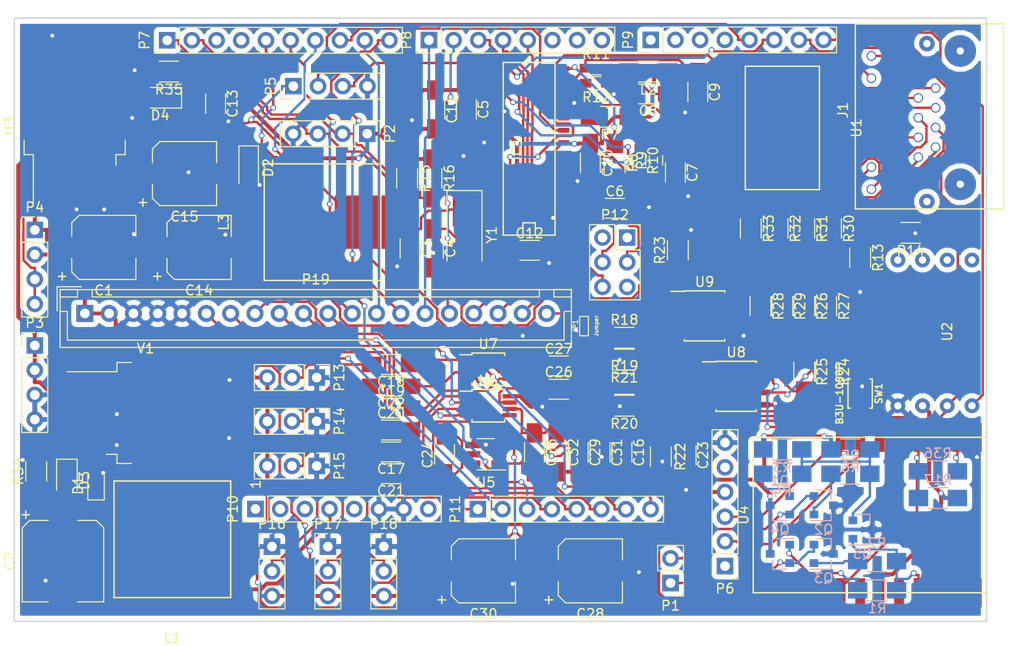
<source format=kicad_pcb>
(kicad_pcb (version 4) (host pcbnew 4.0.5)
  (title_block (date "mar. 31 mars 2015"))
  (layers (0 F.Cu signal) (31 B.Cu signal) (34 B.Paste user) (35 F.Paste user) (36 B.SilkS user) (37 F.SilkS user) (38 B.Mask user) (39 F.Mask user) (44 Edge.Cuts user))
  (net 0 "")
  (net 1 GND)
  (net 2 +5V)
  (net 3 "Net-(P9-Pad1)")
  (net 4 "Net-(P10-Pad1)")
  (net 5 "Net-(P12-Pad1)")
  (net 6 +3V3)
  (net 7 +12V)
  (net 8 "Net-(C3-Pad1)")
  (net 9 "Net-(C4-Pad1)")
  (net 10 "Net-(C6-Pad1)")
  (net 11 "Net-(C7-Pad1)")
  (net 12 "Net-(C8-Pad1)")
  (net 13 "Net-(C9-Pad1)")
  (net 14 "Net-(C17-Pad1)")
  (net 15 "Net-(C17-Pad2)")
  (net 16 "Net-(C18-Pad1)")
  (net 17 "Net-(C18-Pad2)")
  (net 18 "Net-(C19-Pad1)")
  (net 19 "Net-(C19-Pad2)")
  (net 20 "Net-(C20-Pad1)")
  (net 21 "Net-(C20-Pad2)")
  (net 22 "Net-(C21-Pad1)")
  (net 23 "Net-(C21-Pad2)")
  (net 24 "Net-(C22-Pad1)")
  (net 25 "Net-(C22-Pad2)")
  (net 26 -5V)
  (net 27 "Net-(C24-Pad1)")
  (net 28 "Net-(C24-Pad2)")
  (net 29 "Net-(C26-Pad1)")
  (net 30 "Net-(C26-Pad2)")
  (net 31 "Net-(C27-Pad1)")
  (net 32 "Net-(C27-Pad2)")
  (net 33 "Net-(D1-Pad1)")
  (net 34 "Net-(D2-Pad1)")
  (net 35 "Net-(IC1-Pad3)")
  (net 36 "Net-(IC1-Pad4)")
  (net 37 "Net-(IC1-Pad5)")
  (net 38 Ether_SO)
  (net 39 Ether_SI)
  (net 40 Ether_SCK)
  (net 41 Ether_CS')
  (net 42 "Net-(IC1-Pad10)")
  (net 43 "Net-(IC1-Pad12)")
  (net 44 "Net-(IC1-Pad13)")
  (net 45 "Net-(IC1-Pad14)")
  (net 46 "Net-(IC1-Pad16)")
  (net 47 "Net-(IC1-Pad17)")
  (net 48 LEDB)
  (net 49 LEDA)
  (net 50 "Net-(J1-Pad11)")
  (net 51 "Net-(J1-Pad9)")
  (net 52 CAM1A)
  (net 53 "Net-(J1-Pad6)")
  (net 54 CAM2A)
  (net 55 "Net-(J1-Pad2)")
  (net 56 CAM1B)
  (net 57 CAM2B)
  (net 58 "Net-(J1-Pad3)")
  (net 59 "Net-(J1-Pad1)")
  (net 60 "Net-(JP1-Pad1)")
  (net 61 "Net-(P1-Pad1)")
  (net 62 "Net-(P1-Pad2)")
  (net 63 P_SDA)
  (net 64 P_SCL)
  (net 65 BLUE_RX)
  (net 66 BLUE_TX)
  (net 67 "Net-(P6-Pad1)")
  (net 68 "Net-(P6-Pad2)")
  (net 69 "Net-(P6-Pad3)")
  (net 70 "Net-(P6-Pad5)")
  (net 71 "Net-(P7-Pad3)")
  (net 72 "Net-(P7-Pad4)")
  (net 73 GPIO_13)
  (net 74 GPIO_12)
  (net 75 GPIO_11)
  (net 76 POW_PWM_0)
  (net 77 POW_PWM_1)
  (net 78 POW_PWM_2)
  (net 79 POW_PWM_3)
  (net 80 POW_PWM_4)
  (net 81 POW_PWM_5)
  (net 82 POW_PWM_6)
  (net 83 "Net-(P8-Pad6)")
  (net 84 "Net-(P8-Pad7)")
  (net 85 "Net-(P8-Pad8)")
  (net 86 "Net-(P9-Pad2)")
  (net 87 "Net-(P9-Pad3)")
  (net 88 Ether_R)
  (net 89 ESP_SDA)
  (net 90 ESP_SCL)
  (net 91 "Net-(P10-Pad2)")
  (net 92 "Net-(P10-Pad3)")
  (net 93 "Net-(P10-Pad5)")
  (net 94 "Net-(P10-Pad8)")
  (net 95 GPIO_54)
  (net 96 GPIO_55)
  (net 97 GPIO_56)
  (net 98 GPIO_57)
  (net 99 GPIO_58)
  (net 100 GPIO_59)
  (net 101 GPIO_60)
  (net 102 GPIO_61)
  (net 103 "Net-(P12-Pad2)")
  (net 104 "Net-(P12-Pad5)")
  (net 105 "Net-(Q1-Pad1)")
  (net 106 "Net-(Q2-Pad1)")
  (net 107 "Net-(Q3-Pad1)")
  (net 108 "Net-(Q4-Pad1)")
  (net 109 ULTRA_CTRL)
  (net 110 "Net-(Q5-Pad2)")
  (net 111 "Net-(R17-Pad2)")
  (net 112 "Net-(R18-Pad2)")
  (net 113 "Net-(R19-Pad2)")
  (net 114 "Net-(R22-Pad1)")
  (net 115 "Net-(R23-Pad1)")
  (net 116 "Net-(R24-Pad1)")
  (net 117 "Net-(R25-Pad1)")
  (net 118 "Net-(R26-Pad1)")
  (net 119 "Net-(R27-Pad1)")
  (net 120 "Net-(R28-Pad1)")
  (net 121 "Net-(R29-Pad1)")
  (net 122 "Net-(U1-Pad7)")
  (net 123 "Net-(U1-Pad10)")
  (net 124 "Net-(U4-Pad13)")
  (net 125 "Net-(U4-Pad14)")
  (net 126 "Net-(U4-Pad2)")
  (net 127 "Net-(U4-Pad4)")
  (net 128 "Net-(U4-Pad6)")
  (net 129 "Net-(U4-Pad7)")
  (net 130 "Net-(R36-Pad1)")
  (net 131 "Net-(D3-Pad1)")
  (net 132 "Net-(D4-Pad1)")
  (net 133 "Net-(U2-Pad8)")
  (net 134 "Net-(U2-Pad9)")
  (net 135 "Net-(U2-Pad10)")
  (module Capacitors_SMD:CP_Elec_6.3x7.7 (layer F.Cu) (at 115.7 92.2)
    (fp_text reference C1 (at 0 4.43) (layer F.SilkS))
    (fp_text value 100uF)
    (fp_text user + (at -4.28 2.91) (layer F.SilkS))
    (pad 1 smd rect (at -2.7 0 180) (size 3.5 1.6) (layers F.Cu F.Paste F.Mask) (net 7 +12V))
    (pad 2 smd rect (at 2.7 0 180) (size 3.5 1.6) (layers F.Cu F.Paste F.Mask) (net 1 GND))
  )
  (module Capacitors_SMD:C_1206_HandSoldering (layer F.Cu) (at 147.2 92.3 270)
    (fp_text reference C3 (at 0 -1.75 270) (layer F.SilkS))
    (fp_text value 18pF)
    (pad 1 smd rect (at -2 0 270) (size 2 1.6) (layers F.Cu F.Paste F.Mask) (net 8 "Net-(C3-Pad1)"))
    (pad 2 smd rect (at 2 0 270) (size 2 1.6) (layers F.Cu F.Paste F.Mask) (net 1 GND))
  )
  (module Capacitors_SMD:C_1206_HandSoldering (layer F.Cu) (at 149.6 92.3 270)
    (fp_text reference C4 (at 0 -1.75 270) (layer F.SilkS))
    (fp_text value 18pF)
    (pad 1 smd rect (at -2 0 270) (size 2 1.6) (layers F.Cu F.Paste F.Mask) (net 9 "Net-(C4-Pad1)"))
    (pad 2 smd rect (at 2 0 270) (size 2 1.6) (layers F.Cu F.Paste F.Mask) (net 1 GND))
  )
  (module Capacitors_SMD:C_1206_HandSoldering (layer F.Cu) (at 153 78 270)
    (fp_text reference C5 (at 0 -1.75 270) (layer F.SilkS))
    (fp_text value 0.1uF)
    (pad 1 smd rect (at -2 0 270) (size 2 1.6) (layers F.Cu F.Paste F.Mask) (net 6 +3V3))
    (pad 2 smd rect (at 2 0 270) (size 2 1.6) (layers F.Cu F.Paste F.Mask) (net 1 GND))
  )
  (module Capacitors_SMD:C_1206_HandSoldering (layer F.Cu) (at 168.275 88.175)
    (fp_text reference C6 (at 0 -1.75) (layer F.SilkS))
    (fp_text value 10uF)
    (pad 1 smd rect (at -2 0) (size 2 1.6) (layers F.Cu F.Paste F.Mask) (net 10 "Net-(C6-Pad1)"))
    (pad 2 smd rect (at 2 0) (size 2 1.6) (layers F.Cu F.Paste F.Mask) (net 1 GND))
  )
  (module Capacitors_SMD:C_1206_HandSoldering (layer F.Cu) (at 174.5 84.5 270)
    (fp_text reference C7 (at 0 -1.75 270) (layer F.SilkS))
    (fp_text value 10nF)
    (pad 1 smd rect (at -2 0 270) (size 2 1.6) (layers F.Cu F.Paste F.Mask) (net 11 "Net-(C7-Pad1)"))
    (pad 2 smd rect (at 2 0 270) (size 2 1.6) (layers F.Cu F.Paste F.Mask) (net 1 GND))
  )
  (module Capacitors_SMD:C_1206_HandSoldering (layer F.Cu) (at 171.7 76.4 180)
    (fp_text reference C8 (at 0 -1.75 180) (layer F.SilkS))
    (fp_text value 10nF)
    (pad 1 smd rect (at -2 0 180) (size 2 1.6) (layers F.Cu F.Paste F.Mask) (net 12 "Net-(C8-Pad1)"))
    (pad 2 smd rect (at 2 0 180) (size 2 1.6) (layers F.Cu F.Paste F.Mask) (net 1 GND))
  )
  (module Capacitors_SMD:C_1206_HandSoldering (layer F.Cu) (at 176.8 76.2 270)
    (fp_text reference C9 (at 0 -1.75 270) (layer F.SilkS))
    (fp_text value 1nF)
    (pad 1 smd rect (at -2 0 270) (size 2 1.6) (layers F.Cu F.Paste F.Mask) (net 13 "Net-(C9-Pad1)"))
    (pad 2 smd rect (at 2 0 270) (size 2 1.6) (layers F.Cu F.Paste F.Mask) (net 1 GND))
  )
  (module Capacitors_SMD:C_1206_HandSoldering (layer F.Cu) (at 165.75 83.5 270)
    (fp_text reference C10 (at 0 -1.75 270) (layer F.SilkS))
    (fp_text value 0.1uF)
    (pad 1 smd rect (at -2 0 270) (size 2 1.6) (layers F.Cu F.Paste F.Mask) (net 6 +3V3))
    (pad 2 smd rect (at 2 0 270) (size 2 1.6) (layers F.Cu F.Paste F.Mask) (net 1 GND))
  )
  (module Capacitors_SMD:C_1206_HandSoldering (layer F.Cu) (at 149.75 78 270)
    (fp_text reference C11 (at 0 -1.75 270) (layer F.SilkS))
    (fp_text value 0.1uF)
    (pad 1 smd rect (at -2 0 270) (size 2 1.6) (layers F.Cu F.Paste F.Mask) (net 6 +3V3))
    (pad 2 smd rect (at 2 0 270) (size 2 1.6) (layers F.Cu F.Paste F.Mask) (net 1 GND))
  )
  (module Capacitors_SMD:C_1206_HandSoldering (layer F.Cu) (at 159.5 92.5)
    (fp_text reference C12 (at 0 -1.75) (layer F.SilkS))
    (fp_text value 0.1uF)
    (pad 1 smd rect (at -2 0) (size 2 1.6) (layers F.Cu F.Paste F.Mask) (net 6 +3V3))
    (pad 2 smd rect (at 2 0) (size 2 1.6) (layers F.Cu F.Paste F.Mask) (net 1 GND))
  )
  (module Capacitors_SMD:C_1206_HandSoldering (layer F.Cu) (at 127.2 77.4 270)
    (fp_text reference C13 (at 0 -1.75 270) (layer F.SilkS))
    (fp_text value 100nF)
    (pad 1 smd rect (at -2 0 270) (size 2 1.6) (layers F.Cu F.Paste F.Mask) (net 6 +3V3))
    (pad 2 smd rect (at 2 0 270) (size 2 1.6) (layers F.Cu F.Paste F.Mask) (net 1 GND))
  )
  (module Capacitors_SMD:CP_Elec_6.3x7.7 (layer F.Cu) (at 125.5 92.2)
    (fp_text reference C14 (at 0 4.43) (layer F.SilkS))
    (fp_text value 100uF)
    (fp_text user + (at -4.28 2.91) (layer F.SilkS))
    (pad 1 smd rect (at -2.7 0 180) (size 3.5 1.6) (layers F.Cu F.Paste F.Mask) (net 7 +12V))
    (pad 2 smd rect (at 2.7 0 180) (size 3.5 1.6) (layers F.Cu F.Paste F.Mask) (net 1 GND))
  )
  (module Capacitors_SMD:CP_Elec_6.3x7.7 (layer F.Cu) (at 124 84.6)
    (fp_text reference C15 (at 0 4.43) (layer F.SilkS))
    (fp_text value 330uF)
    (fp_text user + (at -4.28 2.91) (layer F.SilkS))
    (pad 1 smd rect (at -2.7 0 180) (size 3.5 1.6) (layers F.Cu F.Paste F.Mask) (net 2 +5V))
    (pad 2 smd rect (at 2.7 0 180) (size 3.5 1.6) (layers F.Cu F.Paste F.Mask) (net 1 GND))
  )
  (module Capacitors_SMD:C_1206_HandSoldering (layer F.Cu) (at 169 113.3 270)
    (fp_text reference C16 (at 0 -1.75 270) (layer F.SilkS))
    (fp_text value 2.2uF)
    (pad 1 smd rect (at -2 0 270) (size 2 1.6) (layers F.Cu F.Paste F.Mask) (net 2 +5V))
    (pad 2 smd rect (at 2 0 270) (size 2 1.6) (layers F.Cu F.Paste F.Mask) (net 1 GND))
  )
  (module Capacitors_SMD:C_1206_HandSoldering (layer F.Cu) (at 145.25 113.25 180)
    (fp_text reference C17 (at 0 -1.75 180) (layer F.SilkS))
    (fp_text value 0.1uF)
    (pad 1 smd rect (at -2 0 180) (size 2 1.6) (layers F.Cu F.Paste F.Mask) (net 14 "Net-(C17-Pad1)"))
    (pad 2 smd rect (at 2 0 180) (size 2 1.6) (layers F.Cu F.Paste F.Mask) (net 15 "Net-(C17-Pad2)"))
  )
  (module Capacitors_SMD:C_1206_HandSoldering (layer F.Cu) (at 145.25 104.25 180)
    (fp_text reference C18 (at 0 -1.75 180) (layer F.SilkS))
    (fp_text value 0.1uF)
    (pad 1 smd rect (at -2 0 180) (size 2 1.6) (layers F.Cu F.Paste F.Mask) (net 16 "Net-(C18-Pad1)"))
    (pad 2 smd rect (at 2 0 180) (size 2 1.6) (layers F.Cu F.Paste F.Mask) (net 17 "Net-(C18-Pad2)"))
  )
  (module Capacitors_SMD:C_1206_HandSoldering (layer F.Cu) (at 145.25 108.75)
    (fp_text reference C19 (at 0 -1.75) (layer F.SilkS))
    (fp_text value 0.1uF)
    (pad 1 smd rect (at -2 0) (size 2 1.6) (layers F.Cu F.Paste F.Mask) (net 18 "Net-(C19-Pad1)"))
    (pad 2 smd rect (at 2 0) (size 2 1.6) (layers F.Cu F.Paste F.Mask) (net 19 "Net-(C19-Pad2)"))
  )
  (module Capacitors_SMD:C_1206_HandSoldering (layer F.Cu) (at 145.25 111)
    (fp_text reference C20 (at 0 -1.75) (layer F.SilkS))
    (fp_text value 0.1uF)
    (pad 1 smd rect (at -2 0) (size 2 1.6) (layers F.Cu F.Paste F.Mask) (net 20 "Net-(C20-Pad1)"))
    (pad 2 smd rect (at 2 0) (size 2 1.6) (layers F.Cu F.Paste F.Mask) (net 21 "Net-(C20-Pad2)"))
  )
  (module Capacitors_SMD:C_1206_HandSoldering (layer F.Cu) (at 145.25 115.5 180)
    (fp_text reference C21 (at 0 -1.75 180) (layer F.SilkS))
    (fp_text value 0.1uF)
    (pad 1 smd rect (at -2 0 180) (size 2 1.6) (layers F.Cu F.Paste F.Mask) (net 22 "Net-(C21-Pad1)"))
    (pad 2 smd rect (at 2 0 180) (size 2 1.6) (layers F.Cu F.Paste F.Mask) (net 23 "Net-(C21-Pad2)"))
  )
  (module Capacitors_SMD:C_1206_HandSoldering (layer F.Cu) (at 145.25 106.5 180)
    (fp_text reference C22 (at 0 -1.75 180) (layer F.SilkS))
    (fp_text value 0.1uF)
    (pad 1 smd rect (at -2 0 180) (size 2 1.6) (layers F.Cu F.Paste F.Mask) (net 24 "Net-(C22-Pad1)"))
    (pad 2 smd rect (at 2 0 180) (size 2 1.6) (layers F.Cu F.Paste F.Mask) (net 25 "Net-(C22-Pad2)"))
  )
  (module Capacitors_SMD:C_1206_HandSoldering (layer F.Cu) (at 175.6 113.6 270)
    (fp_text reference C23 (at 0 -1.75 270) (layer F.SilkS))
    (fp_text value 2.2uF)
    (pad 1 smd rect (at -2 0 270) (size 2 1.6) (layers F.Cu F.Paste F.Mask) (net 26 -5V))
    (pad 2 smd rect (at 2 0 270) (size 2 1.6) (layers F.Cu F.Paste F.Mask) (net 1 GND))
  )
  (module Capacitors_SMD:C_1206_HandSoldering (layer F.Cu) (at 150.75 113.5 90)
    (fp_text reference C24 (at 0 -1.75 90) (layer F.SilkS))
    (fp_text value 1uF)
    (pad 1 smd rect (at -2 0 90) (size 2 1.6) (layers F.Cu F.Paste F.Mask) (net 27 "Net-(C24-Pad1)"))
    (pad 2 smd rect (at 2 0 90) (size 2 1.6) (layers F.Cu F.Paste F.Mask) (net 28 "Net-(C24-Pad2)"))
  )
  (module Capacitors_SMD:C_1206_HandSoldering (layer F.Cu) (at 160 113.3 270)
    (fp_text reference C25 (at 0 -1.75 270) (layer F.SilkS))
    (fp_text value 0.1uF)
    (pad 1 smd rect (at -2 0 270) (size 2 1.6) (layers F.Cu F.Paste F.Mask) (net 2 +5V))
    (pad 2 smd rect (at 2 0 270) (size 2 1.6) (layers F.Cu F.Paste F.Mask) (net 1 GND))
  )
  (module Capacitors_SMD:CP_Elec_6.3x7.7 (layer F.Cu) (at 165.75 125.5)
    (fp_text reference C28 (at 0 4.43) (layer F.SilkS))
    (fp_text value 47uF)
    (fp_text user + (at -4.28 2.91) (layer F.SilkS))
    (pad 1 smd rect (at -2.7 0 180) (size 3.5 1.6) (layers F.Cu F.Paste F.Mask) (net 2 +5V))
    (pad 2 smd rect (at 2.7 0 180) (size 3.5 1.6) (layers F.Cu F.Paste F.Mask) (net 1 GND))
  )
  (module Capacitors_SMD:C_1206_HandSoldering (layer F.Cu) (at 164.5 113.3 270)
    (fp_text reference C29 (at 0 -1.75 270) (layer F.SilkS))
    (fp_text value 0.1uF)
    (pad 1 smd rect (at -2 0 270) (size 2 1.6) (layers F.Cu F.Paste F.Mask) (net 2 +5V))
    (pad 2 smd rect (at 2 0 270) (size 2 1.6) (layers F.Cu F.Paste F.Mask) (net 1 GND))
  )
  (module Capacitors_SMD:CP_Elec_6.3x7.7 (layer F.Cu) (at 154.75 125.5)
    (fp_text reference C30 (at 0 4.43) (layer F.SilkS))
    (fp_text value 47uF)
    (fp_text user + (at -4.28 2.91) (layer F.SilkS))
    (pad 1 smd rect (at -2.7 0 180) (size 3.5 1.6) (layers F.Cu F.Paste F.Mask) (net 2 +5V))
    (pad 2 smd rect (at 2.7 0 180) (size 3.5 1.6) (layers F.Cu F.Paste F.Mask) (net 1 GND))
  )
  (module Capacitors_SMD:C_1206_HandSoldering (layer F.Cu) (at 166.75 113.3 270)
    (fp_text reference C31 (at 0 -1.75 270) (layer F.SilkS))
    (fp_text value 0.1uF)
    (pad 1 smd rect (at -2 0 270) (size 2 1.6) (layers F.Cu F.Paste F.Mask) (net 2 +5V))
    (pad 2 smd rect (at 2 0 270) (size 2 1.6) (layers F.Cu F.Paste F.Mask) (net 1 GND))
  )
  (module Capacitors_SMD:C_1206_HandSoldering (layer F.Cu) (at 162.25 113.3 270)
    (fp_text reference C32 (at 0 -1.75 270) (layer F.SilkS))
    (fp_text value 0.1uF)
    (pad 1 smd rect (at -2 0 270) (size 2 1.6) (layers F.Cu F.Paste F.Mask) (net 2 +5V))
    (pad 2 smd rect (at 2 0 270) (size 2 1.6) (layers F.Cu F.Paste F.Mask) (net 1 GND))
  )
  (module Diodes_SMD:D_SOD-123 (layer F.Cu) (at 130.6 84 270)
    (fp_text reference D2 (at 0 -2 270) (layer F.SilkS))
    (fp_text value 1N5819)
    (pad 1 smd rect (at -1.65 0 270) (size 0.9 1.2) (layers F.Cu F.Paste F.Mask) (net 34 "Net-(D2-Pad1)"))
    (pad 2 smd rect (at 1.65 0 270) (size 0.9 1.2) (layers F.Cu F.Paste F.Mask) (net 1 GND))
  )
  (module SMD_Packages:SOIC-28 (layer F.Cu) (at 159.45 82.05 90)
    (fp_text reference IC1 (at 0 -1.26238 90) (layer F.SilkS))
    (fp_text value ENC28J60-I/SO)
    (pad 1 smd rect (at -8.255 3.556 90) (size 0.508 1.143) (layers F.Cu F.Paste F.Mask) (net 10 "Net-(C6-Pad1)"))
    (pad 2 smd rect (at -6.985 3.556 90) (size 0.508 1.143) (layers F.Cu F.Paste F.Mask) (net 1 GND))
    (pad 3 smd rect (at -5.715 3.556 90) (size 0.508 1.143) (layers F.Cu F.Paste F.Mask) (net 35 "Net-(IC1-Pad3)"))
    (pad 4 smd rect (at -4.445 3.556 90) (size 0.508 1.143) (layers F.Cu F.Paste F.Mask) (net 36 "Net-(IC1-Pad4)"))
    (pad 5 smd rect (at -3.175 3.556 90) (size 0.508 1.143) (layers F.Cu F.Paste F.Mask) (net 37 "Net-(IC1-Pad5)"))
    (pad 6 smd rect (at -1.905 3.556 90) (size 0.508 1.143) (layers F.Cu F.Paste F.Mask) (net 38 Ether_SO))
    (pad 7 smd rect (at -0.635 3.556 90) (size 0.508 1.143) (layers F.Cu F.Paste F.Mask) (net 39 Ether_SI))
    (pad 8 smd rect (at 0.635 3.556 90) (size 0.508 1.143) (layers F.Cu F.Paste F.Mask) (net 40 Ether_SCK))
    (pad 9 smd rect (at 1.905 3.556 90) (size 0.508 1.143) (layers F.Cu F.Paste F.Mask) (net 41 Ether_CS'))
    (pad 10 smd rect (at 3.175 3.556 90) (size 0.508 1.143) (layers F.Cu F.Paste F.Mask) (net 42 "Net-(IC1-Pad10)"))
    (pad 11 smd rect (at 4.445 3.556 90) (size 0.508 1.143) (layers F.Cu F.Paste F.Mask) (net 1 GND))
    (pad 12 smd rect (at 5.715 3.556 90) (size 0.508 1.143) (layers F.Cu F.Paste F.Mask) (net 43 "Net-(IC1-Pad12)"))
    (pad 13 smd rect (at 6.985 3.556 90) (size 0.508 1.143) (layers F.Cu F.Paste F.Mask) (net 44 "Net-(IC1-Pad13)"))
    (pad 14 smd rect (at 8.255 3.556 90) (size 0.508 1.143) (layers F.Cu F.Paste F.Mask) (net 45 "Net-(IC1-Pad14)"))
    (pad 15 smd rect (at 8.255 -3.556 90) (size 0.508 1.143) (layers F.Cu F.Paste F.Mask) (net 6 +3V3))
    (pad 16 smd rect (at 6.985 -3.556 90) (size 0.508 1.143) (layers F.Cu F.Paste F.Mask) (net 46 "Net-(IC1-Pad16)"))
    (pad 17 smd rect (at 5.715 -3.556 90) (size 0.508 1.143) (layers F.Cu F.Paste F.Mask) (net 47 "Net-(IC1-Pad17)"))
    (pad 18 smd rect (at 4.445 -3.556 90) (size 0.508 1.143) (layers F.Cu F.Paste F.Mask) (net 1 GND))
    (pad 19 smd rect (at 3.175 -3.556 90) (size 0.508 1.143) (layers F.Cu F.Paste F.Mask) (net 6 +3V3))
    (pad 20 smd rect (at 1.905 -3.556 90) (size 0.508 1.143) (layers F.Cu F.Paste F.Mask) (net 6 +3V3))
    (pad 21 smd rect (at 0.635 -3.556 90) (size 0.508 1.143) (layers F.Cu F.Paste F.Mask) (net 1 GND))
    (pad 22 smd rect (at -0.635 -3.556 90) (size 0.508 1.143) (layers F.Cu F.Paste F.Mask) (net 1 GND))
    (pad 23 smd rect (at -1.905 -3.556 90) (size 0.508 1.143) (layers F.Cu F.Paste F.Mask) (net 8 "Net-(C3-Pad1)"))
    (pad 24 smd rect (at -3.175 -3.556 90) (size 0.508 1.143) (layers F.Cu F.Paste F.Mask) (net 9 "Net-(C4-Pad1)"))
    (pad 25 smd rect (at -4.445 -3.556 90) (size 0.508 1.143) (layers F.Cu F.Paste F.Mask) (net 6 +3V3))
    (pad 26 smd rect (at -5.715 -3.556 90) (size 0.508 1.143) (layers F.Cu F.Paste F.Mask) (net 48 LEDB))
    (pad 27 smd rect (at -6.985 -3.556 90) (size 0.508 1.143) (layers F.Cu F.Paste F.Mask) (net 49 LEDA))
    (pad 28 smd rect (at -8.255 -3.556 90) (size 0.508 1.143) (layers F.Cu F.Paste F.Mask) (net 6 +3V3))
  )
  (module "Communication Board Footprints:RJHSE-5381" (layer F.Cu) (at 203.8 85.7 90)
    (fp_text reference J1 (at 7.62 -12.065 90) (layer F.SilkS))
    (fp_text value RJ45_LEDS)
    (pad "" np_thru_hole circle (at 0 0 90) (size 3.25 3.25) (drill 0.762) (layers *.Cu *.Mask))
    (pad "" np_thru_hole circle (at 13.72 0 90) (size 3.25 3.25) (drill 0.762) (layers *.Cu *.Mask))
    (pad 12 thru_hole circle (at -0.51 -9.14 90) (size 1 1) (drill 0.762) (layers *.Cu *.Mask) (net 49 LEDA))
    (pad 11 thru_hole circle (at 1.78 -9.14 90) (size 1 1) (drill 0.762) (layers *.Cu *.Mask) (net 50 "Net-(J1-Pad11)"))
    (pad 9 thru_hole circle (at 13.21 -9.14 90) (size 1 1) (drill 0.762) (layers *.Cu *.Mask) (net 51 "Net-(J1-Pad9)"))
    (pad 10 thru_hole circle (at 10.92 -9.14 90) (size 1 1) (drill 0.762) (layers *.Cu *.Mask) (net 48 LEDB))
    (pad 8 thru_hole circle (at 2.79 -4.32 90) (size 1 1) (drill 0.762) (layers *.Cu *.Mask) (net 52 CAM1A))
    (pad 6 thru_hole circle (at 4.82 -4.32 90) (size 1 1) (drill 0.762) (layers *.Cu *.Mask) (net 53 "Net-(J1-Pad6)"))
    (pad 4 thru_hole circle (at 6.85 -4.32 90) (size 1 1) (drill 0.762) (layers *.Cu *.Mask) (net 54 CAM2A))
    (pad 2 thru_hole circle (at 8.88 -4.32 90) (size 1 1) (drill 0.762) (layers *.Cu *.Mask) (net 55 "Net-(J1-Pad2)"))
    (pad 7 thru_hole circle (at 3.81 -2.54 90) (size 1 1) (drill 0.762) (layers *.Cu *.Mask) (net 56 CAM1B))
    (pad 5 thru_hole circle (at 5.84 -2.54 90) (size 1 1) (drill 0.762) (layers *.Cu *.Mask) (net 57 CAM2B))
    (pad 3 thru_hole circle (at 7.87 -2.54 90) (size 1 1) (drill 0.762) (layers *.Cu *.Mask) (net 58 "Net-(J1-Pad3)"))
    (pad 1 thru_hole circle (at 9.9 -2.54 90) (size 1 1) (drill 0.762) (layers *.Cu *.Mask) (net 59 "Net-(J1-Pad1)"))
    (pad "" np_thru_hole circle (at 14.48 -3.43 90) (size 1.6 1.6) (drill 0.762) (layers *.Cu *.Mask))
    (pad "" np_thru_hole circle (at -1.78 -3.43 90) (size 1.6 1.6) (drill 0.762) (layers *.Cu *.Mask))
  )
  (module kicad-open-modules-master:0402 (layer F.Cu) (at 165.1 100.3 270)
    (fp_text reference JP1 (at 0.01 0.89 270) (layer F.SilkS) (effects (font (size 0.5 0.5) (thickness 0.09906))))
    (fp_text value Jumper (at -0.01 -1.26 270) (layer F.SilkS) (effects (font (size 0.4 0.4) (thickness 0.1))))
    (pad 2 smd rect (at 0.55 0 270) (size 0.6 0.6) (layers F.Cu F.Paste F.Mask) (net 1 GND))
    (pad 1 smd rect (at -0.55 0 270) (size 0.6 0.6) (layers F.Cu F.Paste F.Mask) (net 60 "Net-(JP1-Pad1)"))
  )
  (module Resistors_SMD:R_1206_HandSoldering (layer F.Cu) (at 171.7 74.1 180)
    (fp_text reference L2 (at 0 -1.85 180) (layer F.SilkS))
    (fp_text value Ferrite_Bead)
    (pad 1 smd rect (at -2 0 180) (size 2 1.7) (layers F.Cu F.Paste F.Mask) (net 6 +3V3))
    (pad 2 smd rect (at 2 0 180) (size 2 1.7) (layers F.Cu F.Paste F.Mask) (net 12 "Net-(C8-Pad1)"))
  )
  (module "Communication Board Footprints:MSS1278T-334KLD" (layer F.Cu) (at 138.2 89.6 90)
    (fp_text reference L3 (at 0 -10.16 90) (layer F.SilkS))
    (fp_text value 330uH)
    (pad 1 smd rect (at 0 4.25 90) (size 5.5 6) (layers F.Cu F.Paste F.Mask) (net 2 +5V))
    (pad 2 smd rect (at 0 -4.25 90) (size 5.5 6) (layers F.Cu F.Paste F.Mask) (net 34 "Net-(D2-Pad1)"))
  )
  (module Socket_Strips:Socket_Strip_Straight_1x02_Pitch2.54mm (layer F.Cu) (at 174 126.75 180)
    (fp_text reference P1 (at 0 -2.33 180) (layer F.SilkS))
    (fp_text value MC34629)
    (pad 1 thru_hole rect (at 0 0 180) (size 1.7 1.7) (drill 1) (layers *.Cu *.Mask) (net 61 "Net-(P1-Pad1)"))
    (pad 2 thru_hole oval (at 0 2.54 180) (size 1.7 1.7) (drill 1) (layers *.Cu *.Mask) (net 62 "Net-(P1-Pad2)"))
  )
  (module Socket_Strips:Socket_Strip_Straight_1x04_Pitch2.54mm (layer F.Cu) (at 142.8 80.5 270)
    (fp_text reference P2 (at 0 -2.33 270) (layer F.SilkS))
    (fp_text value MC34633)
    (pad 1 thru_hole rect (at 0 0 270) (size 1.7 1.7) (drill 1) (layers *.Cu *.Mask) (net 6 +3V3))
    (pad 2 thru_hole oval (at 0 2.54 270) (size 1.7 1.7) (drill 1) (layers *.Cu *.Mask) (net 63 P_SDA))
    (pad 3 thru_hole oval (at 0 5.08 270) (size 1.7 1.7) (drill 1) (layers *.Cu *.Mask) (net 64 P_SCL))
    (pad 4 thru_hole oval (at 0 7.62 270) (size 1.7 1.7) (drill 1) (layers *.Cu *.Mask) (net 1 GND))
  )
  (module Socket_Strips:Socket_Strip_Straight_1x04_Pitch2.54mm (layer F.Cu) (at 108.6 102.3)
    (fp_text reference P3 (at 0 -2.33) (layer F.SilkS))
    (fp_text value MC34633)
    (pad 1 thru_hole rect (at 0 0) (size 1.7 1.7) (drill 1) (layers *.Cu *.Mask) (net 6 +3V3))
    (pad 2 thru_hole oval (at 0 2.54) (size 1.7 1.7) (drill 1) (layers *.Cu *.Mask) (net 6 +3V3))
    (pad 3 thru_hole oval (at 0 5.08) (size 1.7 1.7) (drill 1) (layers *.Cu *.Mask) (net 1 GND))
    (pad 4 thru_hole oval (at 0 7.62) (size 1.7 1.7) (drill 1) (layers *.Cu *.Mask) (net 1 GND))
  )
  (module Socket_Strips:Socket_Strip_Straight_1x04_Pitch2.54mm (layer F.Cu) (at 108.6 90.4)
    (fp_text reference P4 (at 0 -2.33) (layer F.SilkS))
    (fp_text value MC34633)
    (pad 1 thru_hole rect (at 0 0) (size 1.7 1.7) (drill 1) (layers *.Cu *.Mask) (net 7 +12V))
    (pad 2 thru_hole oval (at 0 2.54) (size 1.7 1.7) (drill 1) (layers *.Cu *.Mask) (net 7 +12V))
    (pad 3 thru_hole oval (at 0 5.08) (size 1.7 1.7) (drill 1) (layers *.Cu *.Mask) (net 2 +5V))
    (pad 4 thru_hole oval (at 0 7.62) (size 1.7 1.7) (drill 1) (layers *.Cu *.Mask) (net 2 +5V))
  )
  (module Socket_Strips:Socket_Strip_Straight_1x04_Pitch2.54mm (layer F.Cu) (at 135.2 75.6 90)
    (fp_text reference P5 (at 0 -2.33 90) (layer F.SilkS))
    (fp_text value MC34633)
    (pad 1 thru_hole rect (at 0 0 90) (size 1.7 1.7) (drill 1) (layers *.Cu *.Mask) (net 2 +5V))
    (pad 2 thru_hole oval (at 0 2.54 90) (size 1.7 1.7) (drill 1) (layers *.Cu *.Mask) (net 65 BLUE_RX))
    (pad 3 thru_hole oval (at 0 5.08 90) (size 1.7 1.7) (drill 1) (layers *.Cu *.Mask) (net 66 BLUE_TX))
    (pad 4 thru_hole oval (at 0 7.62 90) (size 1.7 1.7) (drill 1) (layers *.Cu *.Mask) (net 1 GND))
  )
  (module Socket_Strips:Socket_Strip_Straight_1x06_Pitch2.54mm (layer F.Cu) (at 179.6 125 180)
    (fp_text reference P6 (at 0 -2.33 180) (layer F.SilkS))
    (fp_text value "6 Pin SIL")
    (pad 1 thru_hole rect (at 0 0 180) (size 1.7 1.7) (drill 1) (layers *.Cu *.Mask) (net 67 "Net-(P6-Pad1)"))
    (pad 2 thru_hole oval (at 0 2.54 180) (size 1.7 1.7) (drill 1) (layers *.Cu *.Mask) (net 68 "Net-(P6-Pad2)"))
    (pad 3 thru_hole oval (at 0 5.08 180) (size 1.7 1.7) (drill 1) (layers *.Cu *.Mask) (net 69 "Net-(P6-Pad3)"))
    (pad 4 thru_hole oval (at 0 7.62 180) (size 1.7 1.7) (drill 1) (layers *.Cu *.Mask) (net 6 +3V3))
    (pad 5 thru_hole oval (at 0 10.16 180) (size 1.7 1.7) (drill 1) (layers *.Cu *.Mask) (net 70 "Net-(P6-Pad5)"))
    (pad 6 thru_hole oval (at 0 12.7 180) (size 1.7 1.7) (drill 1) (layers *.Cu *.Mask) (net 1 GND))
  )
  (module Socket_Strips:Socket_Strip_Straight_1x10_Pitch2.54mm (layer F.Cu) (at 122.22 70.88 90)
    (fp_text reference P7 (at 0 -2.33 90) (layer F.SilkS))
    (fp_text value "10 Pin SIL")
    (pad 1 thru_hole rect (at 0 0 90) (size 1.7 1.7) (drill 1) (layers *.Cu *.Mask) (net 64 P_SCL))
    (pad 2 thru_hole oval (at 0 2.54 90) (size 1.7 1.7) (drill 1) (layers *.Cu *.Mask) (net 63 P_SDA))
    (pad 3 thru_hole oval (at 0 5.08 90) (size 1.7 1.7) (drill 1) (layers *.Cu *.Mask) (net 71 "Net-(P7-Pad3)"))
    (pad 4 thru_hole oval (at 0 7.62 90) (size 1.7 1.7) (drill 1) (layers *.Cu *.Mask) (net 72 "Net-(P7-Pad4)"))
    (pad 5 thru_hole oval (at 0 10.16 90) (size 1.7 1.7) (drill 1) (layers *.Cu *.Mask) (net 73 GPIO_13))
    (pad 6 thru_hole oval (at 0 12.7 90) (size 1.7 1.7) (drill 1) (layers *.Cu *.Mask) (net 74 GPIO_12))
    (pad 7 thru_hole oval (at 0 15.24 90) (size 1.7 1.7) (drill 1) (layers *.Cu *.Mask) (net 75 GPIO_11))
    (pad 8 thru_hole oval (at 0 17.78 90) (size 1.7 1.7) (drill 1) (layers *.Cu *.Mask) (net 41 Ether_CS'))
    (pad 9 thru_hole oval (at 0 20.32 90) (size 1.7 1.7) (drill 1) (layers *.Cu *.Mask) (net 76 POW_PWM_0))
    (pad 10 thru_hole oval (at 0 22.86 90) (size 1.7 1.7) (drill 1) (layers *.Cu *.Mask) (net 77 POW_PWM_1))
  )
  (module Socket_Strips:Socket_Strip_Straight_1x08_Pitch2.54mm (layer F.Cu) (at 149.15 70.86 90)
    (fp_text reference P8 (at 0 -2.33 90) (layer F.SilkS))
    (fp_text value "8 Pin SIL")
    (pad 1 thru_hole rect (at 0 0 90) (size 1.7 1.7) (drill 1) (layers *.Cu *.Mask) (net 78 POW_PWM_2))
    (pad 2 thru_hole oval (at 0 2.54 90) (size 1.7 1.7) (drill 1) (layers *.Cu *.Mask) (net 79 POW_PWM_3))
    (pad 3 thru_hole oval (at 0 5.08 90) (size 1.7 1.7) (drill 1) (layers *.Cu *.Mask) (net 80 POW_PWM_4))
    (pad 4 thru_hole oval (at 0 7.62 90) (size 1.7 1.7) (drill 1) (layers *.Cu *.Mask) (net 81 POW_PWM_5))
    (pad 5 thru_hole oval (at 0 10.16 90) (size 1.7 1.7) (drill 1) (layers *.Cu *.Mask) (net 82 POW_PWM_6))
    (pad 6 thru_hole oval (at 0 12.7 90) (size 1.7 1.7) (drill 1) (layers *.Cu *.Mask) (net 83 "Net-(P8-Pad6)"))
    (pad 7 thru_hole oval (at 0 15.24 90) (size 1.7 1.7) (drill 1) (layers *.Cu *.Mask) (net 84 "Net-(P8-Pad7)"))
    (pad 8 thru_hole oval (at 0 17.78 90) (size 1.7 1.7) (drill 1) (layers *.Cu *.Mask) (net 85 "Net-(P8-Pad8)"))
  )
  (module Socket_Strips:Socket_Strip_Straight_1x08_Pitch2.54mm (layer F.Cu) (at 171.96 70.84 90)
    (fp_text reference P9 (at 0 -2.33 90) (layer F.SilkS))
    (fp_text value "8 Pin SIL")
    (pad 1 thru_hole rect (at 0 0 90) (size 1.7 1.7) (drill 1) (layers *.Cu *.Mask) (net 3 "Net-(P9-Pad1)"))
    (pad 2 thru_hole oval (at 0 2.54 90) (size 1.7 1.7) (drill 1) (layers *.Cu *.Mask) (net 86 "Net-(P9-Pad2)"))
    (pad 3 thru_hole oval (at 0 5.08 90) (size 1.7 1.7) (drill 1) (layers *.Cu *.Mask) (net 87 "Net-(P9-Pad3)"))
    (pad 4 thru_hole oval (at 0 7.62 90) (size 1.7 1.7) (drill 1) (layers *.Cu *.Mask) (net 88 Ether_R))
    (pad 5 thru_hole oval (at 0 10.16 90) (size 1.7 1.7) (drill 1) (layers *.Cu *.Mask) (net 65 BLUE_RX))
    (pad 6 thru_hole oval (at 0 12.7 90) (size 1.7 1.7) (drill 1) (layers *.Cu *.Mask) (net 66 BLUE_TX))
    (pad 7 thru_hole oval (at 0 15.24 90) (size 1.7 1.7) (drill 1) (layers *.Cu *.Mask) (net 89 ESP_SDA))
    (pad 8 thru_hole oval (at 0 17.78 90) (size 1.7 1.7) (drill 1) (layers *.Cu *.Mask) (net 90 ESP_SCL))
  )
  (module Socket_Strips:Socket_Strip_Straight_1x08_Pitch2.54mm (layer F.Cu) (at 131.3 119.13 90)
    (fp_text reference P10 (at 0 -2.33 90) (layer F.SilkS))
    (fp_text value "8 Pin SIL")
    (pad 1 thru_hole rect (at 0 0 90) (size 1.7 1.7) (drill 1) (layers *.Cu *.Mask) (net 4 "Net-(P10-Pad1)"))
    (pad 2 thru_hole oval (at 0 2.54 90) (size 1.7 1.7) (drill 1) (layers *.Cu *.Mask) (net 91 "Net-(P10-Pad2)"))
    (pad 3 thru_hole oval (at 0 5.08 90) (size 1.7 1.7) (drill 1) (layers *.Cu *.Mask) (net 92 "Net-(P10-Pad3)"))
    (pad 4 thru_hole oval (at 0 7.62 90) (size 1.7 1.7) (drill 1) (layers *.Cu *.Mask) (net 6 +3V3))
    (pad 5 thru_hole oval (at 0 10.16 90) (size 1.7 1.7) (drill 1) (layers *.Cu *.Mask) (net 93 "Net-(P10-Pad5)"))
    (pad 6 thru_hole oval (at 0 12.7 90) (size 1.7 1.7) (drill 1) (layers *.Cu *.Mask) (net 1 GND))
    (pad 7 thru_hole oval (at 0 15.24 90) (size 1.7 1.7) (drill 1) (layers *.Cu *.Mask) (net 1 GND))
    (pad 8 thru_hole oval (at 0 17.78 90) (size 1.7 1.7) (drill 1) (layers *.Cu *.Mask) (net 94 "Net-(P10-Pad8)"))
  )
  (module Socket_Strips:Socket_Strip_Straight_1x08_Pitch2.54mm (layer F.Cu) (at 154.17 119.15 90)
    (fp_text reference P11 (at 0 -2.33 90) (layer F.SilkS))
    (fp_text value "8 Pin SIL")
    (pad 1 thru_hole rect (at 0 0 90) (size 1.7 1.7) (drill 1) (layers *.Cu *.Mask) (net 95 GPIO_54))
    (pad 2 thru_hole oval (at 0 2.54 90) (size 1.7 1.7) (drill 1) (layers *.Cu *.Mask) (net 96 GPIO_55))
    (pad 3 thru_hole oval (at 0 5.08 90) (size 1.7 1.7) (drill 1) (layers *.Cu *.Mask) (net 97 GPIO_56))
    (pad 4 thru_hole oval (at 0 7.62 90) (size 1.7 1.7) (drill 1) (layers *.Cu *.Mask) (net 98 GPIO_57))
    (pad 5 thru_hole oval (at 0 10.16 90) (size 1.7 1.7) (drill 1) (layers *.Cu *.Mask) (net 99 GPIO_58))
    (pad 6 thru_hole oval (at 0 12.7 90) (size 1.7 1.7) (drill 1) (layers *.Cu *.Mask) (net 100 GPIO_59))
    (pad 7 thru_hole oval (at 0 15.24 90) (size 1.7 1.7) (drill 1) (layers *.Cu *.Mask) (net 101 GPIO_60))
    (pad 8 thru_hole oval (at 0 17.78 90) (size 1.7 1.7) (drill 1) (layers *.Cu *.Mask) (net 102 GPIO_61))
  )
  (module Socket_Strips:Socket_Strip_Straight_2x03_Pitch2.54mm (layer F.Cu) (at 169.54 91.19)
    (fp_text reference P12 (at -1.27 -2.33) (layer F.SilkS))
    (fp_text value "2x3 Pin SIL")
    (pad 1 thru_hole rect (at 0 0) (size 1.7 1.7) (drill 1) (layers *.Cu *.Mask) (net 5 "Net-(P12-Pad1)"))
    (pad 2 thru_hole oval (at -2.54 0) (size 1.7 1.7) (drill 1) (layers *.Cu *.Mask) (net 103 "Net-(P12-Pad2)"))
    (pad 3 thru_hole oval (at 0 2.54) (size 1.7 1.7) (drill 1) (layers *.Cu *.Mask) (net 39 Ether_SI))
    (pad 4 thru_hole oval (at -2.54 2.54) (size 1.7 1.7) (drill 1) (layers *.Cu *.Mask) (net 40 Ether_SCK))
    (pad 5 thru_hole oval (at 0 5.08) (size 1.7 1.7) (drill 1) (layers *.Cu *.Mask) (net 104 "Net-(P12-Pad5)"))
    (pad 6 thru_hole oval (at -2.54 5.08) (size 1.7 1.7) (drill 1) (layers *.Cu *.Mask) (net 38 Ether_SO))
  )
  (module Socket_Strips:Socket_Strip_Straight_1x03_Pitch2.54mm (layer F.Cu) (at 137.6 105.6 270)
    (fp_text reference P13 (at 0 -2.33 270) (layer F.SilkS))
    (fp_text value MC34631)
    (pad 1 thru_hole rect (at 0 0 270) (size 1.7 1.7) (drill 1) (layers *.Cu *.Mask) (net 1 GND))
    (pad 2 thru_hole oval (at 0 2.54 270) (size 1.7 1.7) (drill 1) (layers *.Cu *.Mask) (net 17 "Net-(C18-Pad2)"))
    (pad 3 thru_hole oval (at 0 5.08 270) (size 1.7 1.7) (drill 1) (layers *.Cu *.Mask) (net 7 +12V))
  )
  (module Socket_Strips:Socket_Strip_Straight_1x03_Pitch2.54mm (layer F.Cu) (at 137.6 110.1 270)
    (fp_text reference P14 (at 0 -2.33 270) (layer F.SilkS))
    (fp_text value MC34631)
    (pad 1 thru_hole rect (at 0 0 270) (size 1.7 1.7) (drill 1) (layers *.Cu *.Mask) (net 1 GND))
    (pad 2 thru_hole oval (at 0 2.54 270) (size 1.7 1.7) (drill 1) (layers *.Cu *.Mask) (net 25 "Net-(C22-Pad2)"))
    (pad 3 thru_hole oval (at 0 5.08 270) (size 1.7 1.7) (drill 1) (layers *.Cu *.Mask) (net 7 +12V))
  )
  (module Socket_Strips:Socket_Strip_Straight_1x03_Pitch2.54mm (layer F.Cu) (at 137.6 114.7 270)
    (fp_text reference P15 (at 0 -2.33 270) (layer F.SilkS))
    (fp_text value MC34631)
    (pad 1 thru_hole rect (at 0 0 270) (size 1.7 1.7) (drill 1) (layers *.Cu *.Mask) (net 1 GND))
    (pad 2 thru_hole oval (at 0 2.54 270) (size 1.7 1.7) (drill 1) (layers *.Cu *.Mask) (net 18 "Net-(C19-Pad1)"))
    (pad 3 thru_hole oval (at 0 5.08 270) (size 1.7 1.7) (drill 1) (layers *.Cu *.Mask) (net 7 +12V))
  )
  (module Socket_Strips:Socket_Strip_Straight_1x03_Pitch2.54mm (layer F.Cu) (at 133 123)
    (fp_text reference P16 (at 0 -2.33) (layer F.SilkS))
    (fp_text value MC34631)
    (pad 1 thru_hole rect (at 0 0) (size 1.7 1.7) (drill 1) (layers *.Cu *.Mask) (net 1 GND))
    (pad 2 thru_hole oval (at 0 2.54) (size 1.7 1.7) (drill 1) (layers *.Cu *.Mask) (net 20 "Net-(C20-Pad1)"))
    (pad 3 thru_hole oval (at 0 5.08) (size 1.7 1.7) (drill 1) (layers *.Cu *.Mask) (net 7 +12V))
  )
  (module Socket_Strips:Socket_Strip_Straight_1x03_Pitch2.54mm (layer F.Cu) (at 138.75 123)
    (fp_text reference P17 (at 0 -2.33) (layer F.SilkS))
    (fp_text value MC34631)
    (pad 1 thru_hole rect (at 0 0) (size 1.7 1.7) (drill 1) (layers *.Cu *.Mask) (net 1 GND))
    (pad 2 thru_hole oval (at 0 2.54) (size 1.7 1.7) (drill 1) (layers *.Cu *.Mask) (net 15 "Net-(C17-Pad2)"))
    (pad 3 thru_hole oval (at 0 5.08) (size 1.7 1.7) (drill 1) (layers *.Cu *.Mask) (net 7 +12V))
  )
  (module Socket_Strips:Socket_Strip_Straight_1x03_Pitch2.54mm (layer F.Cu) (at 144.5 123)
    (fp_text reference P18 (at 0 -2.33) (layer F.SilkS))
    (fp_text value MC34631)
    (pad 1 thru_hole rect (at 0 0) (size 1.7 1.7) (drill 1) (layers *.Cu *.Mask) (net 1 GND))
    (pad 2 thru_hole oval (at 0 2.54) (size 1.7 1.7) (drill 1) (layers *.Cu *.Mask) (net 23 "Net-(C21-Pad2)"))
    (pad 3 thru_hole oval (at 0 5.08) (size 1.7 1.7) (drill 1) (layers *.Cu *.Mask) (net 7 +12V))
  )
  (module Connectors_JST:JST_XH_B20B-XH-A_20x2.50mm_Straight (layer F.Cu) (at 113.75 99)
    (fp_text reference P19 (at 23.75 -3.5) (layer F.SilkS))
    (fp_text value "Power Board Connector")
    (pad 1 thru_hole rect (at 0 0) (size 1.75 1.75) (drill 1) (layers *.Cu *.Mask) (net 7 +12V))
    (pad 2 thru_hole circle (at 2.5 0) (size 1.75 1.75) (drill 1) (layers *.Cu *.Mask) (net 7 +12V))
    (pad 3 thru_hole circle (at 5 0) (size 1.75 1.75) (drill 1) (layers *.Cu *.Mask) (net 1 GND))
    (pad 4 thru_hole circle (at 7.5 0) (size 1.75 1.75) (drill 1) (layers *.Cu *.Mask) (net 1 GND))
    (pad 5 thru_hole circle (at 10 0) (size 1.75 1.75) (drill 1) (layers *.Cu *.Mask) (net 1 GND))
    (pad 6 thru_hole circle (at 12.5 0) (size 1.75 1.75) (drill 1) (layers *.Cu *.Mask) (net 95 GPIO_54))
    (pad 7 thru_hole circle (at 15 0) (size 1.75 1.75) (drill 1) (layers *.Cu *.Mask) (net 96 GPIO_55))
    (pad 8 thru_hole circle (at 17.5 0) (size 1.75 1.75) (drill 1) (layers *.Cu *.Mask) (net 97 GPIO_56))
    (pad 9 thru_hole circle (at 20 0) (size 1.75 1.75) (drill 1) (layers *.Cu *.Mask) (net 98 GPIO_57))
    (pad 10 thru_hole circle (at 22.5 0) (size 1.75 1.75) (drill 1) (layers *.Cu *.Mask) (net 99 GPIO_58))
    (pad 11 thru_hole circle (at 25 0) (size 1.75 1.75) (drill 1) (layers *.Cu *.Mask) (net 100 GPIO_59))
    (pad 12 thru_hole circle (at 27.5 0) (size 1.75 1.75) (drill 1) (layers *.Cu *.Mask) (net 75 GPIO_11))
    (pad 13 thru_hole circle (at 30 0) (size 1.75 1.75) (drill 1) (layers *.Cu *.Mask) (net 76 POW_PWM_0))
    (pad 14 thru_hole circle (at 32.5 0) (size 1.75 1.75) (drill 1) (layers *.Cu *.Mask) (net 77 POW_PWM_1))
    (pad 15 thru_hole circle (at 35 0) (size 1.75 1.75) (drill 1) (layers *.Cu *.Mask) (net 78 POW_PWM_2))
    (pad 16 thru_hole circle (at 37.5 0) (size 1.75 1.75) (drill 1) (layers *.Cu *.Mask) (net 79 POW_PWM_3))
    (pad 17 thru_hole circle (at 40 0) (size 1.75 1.75) (drill 1) (layers *.Cu *.Mask) (net 80 POW_PWM_4))
    (pad 18 thru_hole circle (at 42.5 0) (size 1.75 1.75) (drill 1) (layers *.Cu *.Mask) (net 81 POW_PWM_5))
    (pad 19 thru_hole circle (at 45 0) (size 1.75 1.75) (drill 1) (layers *.Cu *.Mask) (net 82 POW_PWM_6))
    (pad 20 thru_hole circle (at 47.5 0) (size 1.75 1.75) (drill 1) (layers *.Cu *.Mask) (net 60 "Net-(JP1-Pad1)"))
  )
  (module TO_SOT_Packages_SMD:SOT-23 (layer B.Cu) (at 185.25 118.75 180)
    (fp_text reference Q1 (at 0 2.5 180) (layer B.SilkS) (effects (justify mirror)))
    (fp_text value FMMT597)
    (pad 1 smd rect (at -1 0.95 180) (size 0.9 0.8) (layers B.Cu B.Paste B.Mask) (net 105 "Net-(Q1-Pad1)"))
    (pad 2 smd rect (at -1 -0.95 180) (size 0.9 0.8) (layers B.Cu B.Paste B.Mask) (net 62 "Net-(P1-Pad2)"))
    (pad 3 smd rect (at 1 0 180) (size 0.9 0.8) (layers B.Cu B.Paste B.Mask) (net 7 +12V))
  )
  (module TO_SOT_Packages_SMD:SOT-23 (layer B.Cu) (at 189.75 118.75)
    (fp_text reference Q2 (at 0 2.5) (layer B.SilkS) (effects (justify mirror)))
    (fp_text value BC817)
    (pad 1 smd rect (at -1 0.95) (size 0.9 0.8) (layers B.Cu B.Paste B.Mask) (net 106 "Net-(Q2-Pad1)"))
    (pad 2 smd rect (at -1 -0.95) (size 0.9 0.8) (layers B.Cu B.Paste B.Mask) (net 62 "Net-(P1-Pad2)"))
    (pad 3 smd rect (at 1 0) (size 0.9 0.8) (layers B.Cu B.Paste B.Mask) (net 1 GND))
  )
  (module TO_SOT_Packages_SMD:SOT-23 (layer B.Cu) (at 189.75 123.75)
    (fp_text reference Q3 (at 0 2.5) (layer B.SilkS) (effects (justify mirror)))
    (fp_text value BC817)
    (pad 1 smd rect (at -1 0.95) (size 0.9 0.8) (layers B.Cu B.Paste B.Mask) (net 107 "Net-(Q3-Pad1)"))
    (pad 2 smd rect (at -1 -0.95) (size 0.9 0.8) (layers B.Cu B.Paste B.Mask) (net 61 "Net-(P1-Pad1)"))
    (pad 3 smd rect (at 1 0) (size 0.9 0.8) (layers B.Cu B.Paste B.Mask) (net 1 GND))
  )
  (module TO_SOT_Packages_SMD:SOT-23 (layer B.Cu) (at 185.25 123.75 180)
    (fp_text reference Q4 (at 0 2.5 180) (layer B.SilkS) (effects (justify mirror)))
    (fp_text value FMMT597)
    (pad 1 smd rect (at -1 0.95 180) (size 0.9 0.8) (layers B.Cu B.Paste B.Mask) (net 108 "Net-(Q4-Pad1)"))
    (pad 2 smd rect (at -1 -0.95 180) (size 0.9 0.8) (layers B.Cu B.Paste B.Mask) (net 61 "Net-(P1-Pad1)"))
    (pad 3 smd rect (at 1 0 180) (size 0.9 0.8) (layers B.Cu B.Paste B.Mask) (net 7 +12V))
  )
  (module TO_SOT_Packages_SMD:SOT-23 (layer B.Cu) (at 193.75 121.25)
    (fp_text reference Q5 (at 0 2.5) (layer B.SilkS) (effects (justify mirror)))
    (fp_text value BC817)
    (pad 1 smd rect (at -1 0.95) (size 0.9 0.8) (layers B.Cu B.Paste B.Mask) (net 109 ULTRA_CTRL))
    (pad 2 smd rect (at -1 -0.95) (size 0.9 0.8) (layers B.Cu B.Paste B.Mask) (net 110 "Net-(Q5-Pad2)"))
    (pad 3 smd rect (at 1 0) (size 0.9 0.8) (layers B.Cu B.Paste B.Mask) (net 1 GND))
  )
  (module Resistors_SMD:R_1206_HandSoldering (layer B.Cu) (at 195.25 127.5)
    (fp_text reference R1 (at 0 1.85) (layer B.SilkS) (effects (justify mirror)))
    (fp_text value 1.5K)
    (pad 1 smd rect (at -2 0) (size 2 1.7) (layers B.Cu B.Paste B.Mask) (net 108 "Net-(Q4-Pad1)"))
    (pad 2 smd rect (at 2 0) (size 2 1.7) (layers B.Cu B.Paste B.Mask) (net 109 ULTRA_CTRL))
  )
  (module Resistors_SMD:R_1206_HandSoldering (layer B.Cu) (at 195.25 124.5 180)
    (fp_text reference R2 (at 0 1.85 180) (layer B.SilkS) (effects (justify mirror)))
    (fp_text value 1.5K)
    (pad 1 smd rect (at -2 0 180) (size 2 1.7) (layers B.Cu B.Paste B.Mask) (net 109 ULTRA_CTRL))
    (pad 2 smd rect (at 2 0 180) (size 2 1.7) (layers B.Cu B.Paste B.Mask) (net 107 "Net-(Q3-Pad1)"))
  )
  (module Resistors_SMD:R_1206_HandSoldering (layer B.Cu) (at 185.5 113)
    (fp_text reference R3 (at 0 1.85) (layer B.SilkS) (effects (justify mirror)))
    (fp_text value 1K)
    (pad 1 smd rect (at -2 0) (size 2 1.7) (layers B.Cu B.Paste B.Mask) (net 7 +12V))
    (pad 2 smd rect (at 2 0) (size 2 1.7) (layers B.Cu B.Paste B.Mask) (net 110 "Net-(Q5-Pad2)"))
  )
  (module Resistors_SMD:R_1206_HandSoldering (layer B.Cu) (at 185.5 115.5)
    (fp_text reference R4 (at 0 1.85) (layer B.SilkS) (effects (justify mirror)))
    (fp_text value 1.5K)
    (pad 1 smd rect (at -2 0) (size 2 1.7) (layers B.Cu B.Paste B.Mask) (net 105 "Net-(Q1-Pad1)"))
    (pad 2 smd rect (at 2 0) (size 2 1.7) (layers B.Cu B.Paste B.Mask) (net 110 "Net-(Q5-Pad2)"))
  )
  (module Resistors_SMD:R_1206_HandSoldering (layer B.Cu) (at 192.5 115.5 180)
    (fp_text reference R5 (at 0 1.85 180) (layer B.SilkS) (effects (justify mirror)))
    (fp_text value 1.5K)
    (pad 1 smd rect (at -2 0 180) (size 2 1.7) (layers B.Cu B.Paste B.Mask) (net 110 "Net-(Q5-Pad2)"))
    (pad 2 smd rect (at 2 0 180) (size 2 1.7) (layers B.Cu B.Paste B.Mask) (net 106 "Net-(Q2-Pad1)"))
  )
  (module Resistors_SMD:R_1206_HandSoldering (layer B.Cu) (at 192.5 113)
    (fp_text reference R6 (at 0 1.85) (layer B.SilkS) (effects (justify mirror)))
    (fp_text value 1K)
    (pad 1 smd rect (at -2 0) (size 2 1.7) (layers B.Cu B.Paste B.Mask) (net 7 +12V))
    (pad 2 smd rect (at 2 0) (size 2 1.7) (layers B.Cu B.Paste B.Mask) (net 110 "Net-(Q5-Pad2)"))
  )
  (module Resistors_SMD:R_1206_HandSoldering (layer F.Cu) (at 167.75 78.75 180)
    (fp_text reference R7 (at 0 -1.85 180) (layer F.SilkS))
    (fp_text value 100K)
    (pad 1 smd rect (at -2 0 180) (size 2 1.7) (layers F.Cu F.Paste F.Mask) (net 6 +3V3))
    (pad 2 smd rect (at 2 0 180) (size 2 1.7) (layers F.Cu F.Paste F.Mask) (net 42 "Net-(IC1-Pad10)"))
  )
  (module Resistors_SMD:R_1206_HandSoldering (layer F.Cu) (at 168.25 83.5 270)
    (fp_text reference R8 (at 0 -1.85 270) (layer F.SilkS))
    (fp_text value 2K)
    (pad 1 smd rect (at -2 0 270) (size 2 1.7) (layers F.Cu F.Paste F.Mask) (net 45 "Net-(IC1-Pad14)"))
    (pad 2 smd rect (at 2 0 270) (size 2 1.7) (layers F.Cu F.Paste F.Mask) (net 1 GND))
  )
  (module Resistors_SMD:R_0603_HandSoldering (layer F.Cu) (at 172.5 83.25 90)
    (fp_text reference R9 (at 0 -1.45 90) (layer F.SilkS))
    (fp_text value 50R)
    (pad 1 smd rect (at -1.1 0 90) (size 1.2 0.9) (layers F.Cu F.Paste F.Mask) (net 47 "Net-(IC1-Pad17)"))
    (pad 2 smd rect (at 1.1 0 90) (size 1.2 0.9) (layers F.Cu F.Paste F.Mask) (net 11 "Net-(C7-Pad1)"))
  )
  (module Resistors_SMD:R_0603_HandSoldering (layer F.Cu) (at 170.75 83.25 270)
    (fp_text reference R10 (at 0 -1.45 270) (layer F.SilkS))
    (fp_text value 50R)
    (pad 1 smd rect (at -1.1 0 270) (size 1.2 0.9) (layers F.Cu F.Paste F.Mask) (net 11 "Net-(C7-Pad1)"))
    (pad 2 smd rect (at 1.1 0 270) (size 1.2 0.9) (layers F.Cu F.Paste F.Mask) (net 46 "Net-(IC1-Pad16)"))
  )
  (module Resistors_SMD:R_0603_HandSoldering (layer F.Cu) (at 166.35 73.75)
    (fp_text reference R11 (at 0 -1.45) (layer F.SilkS))
    (fp_text value 50R)
    (pad 1 smd rect (at -1.1 0) (size 1.2 0.9) (layers F.Cu F.Paste F.Mask) (net 44 "Net-(IC1-Pad13)"))
    (pad 2 smd rect (at 1.1 0) (size 1.2 0.9) (layers F.Cu F.Paste F.Mask) (net 12 "Net-(C8-Pad1)"))
  )
  (module Resistors_SMD:R_0603_HandSoldering (layer F.Cu) (at 166.35 75.3 180)
    (fp_text reference R12 (at 0 -1.45 180) (layer F.SilkS))
    (fp_text value 50R)
    (pad 1 smd rect (at -1.1 0 180) (size 1.2 0.9) (layers F.Cu F.Paste F.Mask) (net 12 "Net-(C8-Pad1)"))
    (pad 2 smd rect (at 1.1 0 180) (size 1.2 0.9) (layers F.Cu F.Paste F.Mask) (net 43 "Net-(IC1-Pad12)"))
  )
  (module Resistors_SMD:R_1206_HandSoldering (layer F.Cu) (at 193.5 93.25 270)
    (fp_text reference R13 (at 0 -1.85 270) (layer F.SilkS))
    (fp_text value 100R)
    (pad 1 smd rect (at -2 0 270) (size 2 1.7) (layers F.Cu F.Paste F.Mask) (net 50 "Net-(J1-Pad11)"))
    (pad 2 smd rect (at 2 0 270) (size 2 1.7) (layers F.Cu F.Paste F.Mask) (net 1 GND))
  )
  (module Resistors_SMD:R_1206_HandSoldering (layer F.Cu) (at 198.7 90.7 180)
    (fp_text reference R14 (at 0 -1.85 180) (layer F.SilkS))
    (fp_text value 100R)
    (pad 1 smd rect (at -2 0 180) (size 2 1.7) (layers F.Cu F.Paste F.Mask) (net 1 GND))
    (pad 2 smd rect (at 2 0 180) (size 2 1.7) (layers F.Cu F.Paste F.Mask) (net 51 "Net-(J1-Pad9)"))
  )
  (module Resistors_SMD:R_1206_HandSoldering (layer F.Cu) (at 146.9 85.1 270)
    (fp_text reference R15 (at 0 -1.85 270) (layer F.SilkS))
    (fp_text value 10K)
    (pad 1 smd rect (at -2 0 270) (size 2 1.7) (layers F.Cu F.Paste F.Mask) (net 6 +3V3))
    (pad 2 smd rect (at 2 0 270) (size 2 1.7) (layers F.Cu F.Paste F.Mask) (net 64 P_SCL))
  )
  (module Resistors_SMD:R_1206_HandSoldering (layer F.Cu) (at 149.4 85.1 270)
    (fp_text reference R16 (at 0 -1.85 270) (layer F.SilkS))
    (fp_text value 10K)
    (pad 1 smd rect (at -2 0 270) (size 2 1.7) (layers F.Cu F.Paste F.Mask) (net 6 +3V3))
    (pad 2 smd rect (at 2 0 270) (size 2 1.7) (layers F.Cu F.Paste F.Mask) (net 63 P_SDA))
  )
  (module Resistors_SMD:R_1206_HandSoldering (layer B.Cu) (at 201.5 118 180)
    (fp_text reference R17 (at 0 1.85 180) (layer B.SilkS) (effects (justify mirror)))
    (fp_text value 100K)
    (pad 1 smd rect (at -2 0 180) (size 2 1.7) (layers B.Cu B.Paste B.Mask) (net 6 +3V3))
    (pad 2 smd rect (at 2 0 180) (size 2 1.7) (layers B.Cu B.Paste B.Mask) (net 111 "Net-(R17-Pad2)"))
  )
  (module Resistors_SMD:R_1206_HandSoldering (layer F.Cu) (at 169.25 101.5)
    (fp_text reference R18 (at 0 -1.85) (layer F.SilkS))
    (fp_text value 75R)
    (pad 1 smd rect (at -2 0) (size 2 1.7) (layers F.Cu F.Paste F.Mask) (net 32 "Net-(C27-Pad2)"))
    (pad 2 smd rect (at 2 0) (size 2 1.7) (layers F.Cu F.Paste F.Mask) (net 112 "Net-(R18-Pad2)"))
  )
  (module Resistors_SMD:R_1206_HandSoldering (layer F.Cu) (at 169.25 106.25)
    (fp_text reference R19 (at 0 -1.85) (layer F.SilkS))
    (fp_text value 75R)
    (pad 1 smd rect (at -2 0) (size 2 1.7) (layers F.Cu F.Paste F.Mask) (net 30 "Net-(C26-Pad2)"))
    (pad 2 smd rect (at 2 0) (size 2 1.7) (layers F.Cu F.Paste F.Mask) (net 113 "Net-(R19-Pad2)"))
  )
  (module Resistors_SMD:R_1206_HandSoldering (layer F.Cu) (at 169.25 108.5 180)
    (fp_text reference R20 (at 0 -1.85 180) (layer F.SilkS))
    (fp_text value 75R)
    (pad 1 smd rect (at -2 0 180) (size 2 1.7) (layers F.Cu F.Paste F.Mask) (net 113 "Net-(R19-Pad2)"))
    (pad 2 smd rect (at 2 0 180) (size 2 1.7) (layers F.Cu F.Paste F.Mask) (net 1 GND))
  )
  (module Resistors_SMD:R_1206_HandSoldering (layer F.Cu) (at 169.25 103.75 180)
    (fp_text reference R21 (at 0 -1.85 180) (layer F.SilkS))
    (fp_text value 75R)
    (pad 1 smd rect (at -2 0 180) (size 2 1.7) (layers F.Cu F.Paste F.Mask) (net 112 "Net-(R18-Pad2)"))
    (pad 2 smd rect (at 2 0 180) (size 2 1.7) (layers F.Cu F.Paste F.Mask) (net 1 GND))
  )
  (module Resistors_SMD:R_1206_HandSoldering (layer F.Cu) (at 173 113.75 270)
    (fp_text reference R22 (at 0 -2 270) (layer F.SilkS))
    (fp_text value 3K)
    (pad 1 smd rect (at -2 0 270) (size 2 1.7) (layers F.Cu F.Paste F.Mask) (net 114 "Net-(R22-Pad1)"))
    (pad 2 smd rect (at 2 0 270) (size 2 1.7) (layers F.Cu F.Paste F.Mask) (net 1 GND))
  )
  (module Resistors_SMD:R_1206_HandSoldering (layer F.Cu) (at 174.75 92.5 90)
    (fp_text reference R23 (at 0 -1.85 90) (layer F.SilkS))
    (fp_text value 3K)
    (pad 1 smd rect (at -2 0 90) (size 2 1.7) (layers F.Cu F.Paste F.Mask) (net 115 "Net-(R23-Pad1)"))
    (pad 2 smd rect (at 2 0 90) (size 2 1.7) (layers F.Cu F.Paste F.Mask) (net 1 GND))
  )
  (module Resistors_SMD:R_1206_HandSoldering (layer F.Cu) (at 190 105 270)
    (fp_text reference R24 (at 0 -1.85 270) (layer F.SilkS))
    (fp_text value 1.5K)
    (pad 1 smd rect (at -2 0 270) (size 2 1.7) (layers F.Cu F.Paste F.Mask) (net 116 "Net-(R24-Pad1)"))
    (pad 2 smd rect (at 2 0 270) (size 2 1.7) (layers F.Cu F.Paste F.Mask) (net 113 "Net-(R19-Pad2)"))
  )
  (module Resistors_SMD:R_1206_HandSoldering (layer F.Cu) (at 187.75 105 270)
    (fp_text reference R25 (at 0 -1.85 270) (layer F.SilkS))
    (fp_text value 1.5K)
    (pad 1 smd rect (at -2 0 270) (size 2 1.7) (layers F.Cu F.Paste F.Mask) (net 117 "Net-(R25-Pad1)"))
    (pad 2 smd rect (at 2 0 270) (size 2 1.7) (layers F.Cu F.Paste F.Mask) (net 112 "Net-(R18-Pad2)"))
  )
  (module Resistors_SMD:R_1206_HandSoldering (layer F.Cu) (at 187.75 98.25 270)
    (fp_text reference R26 (at 0 -1.85 270) (layer F.SilkS))
    (fp_text value 3K)
    (pad 1 smd rect (at -2 0 270) (size 2 1.7) (layers F.Cu F.Paste F.Mask) (net 118 "Net-(R26-Pad1)"))
    (pad 2 smd rect (at 2 0 270) (size 2 1.7) (layers F.Cu F.Paste F.Mask) (net 114 "Net-(R22-Pad1)"))
  )
  (module Resistors_SMD:R_1206_HandSoldering (layer F.Cu) (at 190 98.25 270)
    (fp_text reference R27 (at 0 -1.85 270) (layer F.SilkS))
    (fp_text value 3K)
    (pad 1 smd rect (at -2 0 270) (size 2 1.7) (layers F.Cu F.Paste F.Mask) (net 119 "Net-(R27-Pad1)"))
    (pad 2 smd rect (at 2 0 270) (size 2 1.7) (layers F.Cu F.Paste F.Mask) (net 116 "Net-(R24-Pad1)"))
  )
  (module Resistors_SMD:R_1206_HandSoldering (layer F.Cu) (at 183.25 98.25 270)
    (fp_text reference R28 (at 0 -1.85 270) (layer F.SilkS))
    (fp_text value 3K)
    (pad 1 smd rect (at -2 0 270) (size 2 1.7) (layers F.Cu F.Paste F.Mask) (net 120 "Net-(R28-Pad1)"))
    (pad 2 smd rect (at 2 0 270) (size 2 1.7) (layers F.Cu F.Paste F.Mask) (net 115 "Net-(R23-Pad1)"))
  )
  (module Resistors_SMD:R_1206_HandSoldering (layer F.Cu) (at 185.5 98.25 270)
    (fp_text reference R29 (at 0 -1.85 270) (layer F.SilkS))
    (fp_text value 3K)
    (pad 1 smd rect (at -2 0 270) (size 2 1.7) (layers F.Cu F.Paste F.Mask) (net 121 "Net-(R29-Pad1)"))
    (pad 2 smd rect (at 2 0 270) (size 2 1.7) (layers F.Cu F.Paste F.Mask) (net 117 "Net-(R25-Pad1)"))
  )
  (module Resistors_SMD:R_1206_HandSoldering (layer F.Cu) (at 190.5 90.25 270)
    (fp_text reference R30 (at 0 -1.85 270) (layer F.SilkS))
    (fp_text value 43R)
    (pad 1 smd rect (at -2 0 270) (size 2 1.7) (layers F.Cu F.Paste F.Mask) (net 56 CAM1B))
    (pad 2 smd rect (at 2 0 270) (size 2 1.7) (layers F.Cu F.Paste F.Mask) (net 119 "Net-(R27-Pad1)"))
  )
  (module Resistors_SMD:R_1206_HandSoldering (layer F.Cu) (at 187.75 90.25 270)
    (fp_text reference R31 (at 0 -1.85 270) (layer F.SilkS))
    (fp_text value 43R)
    (pad 1 smd rect (at -2 0 270) (size 2 1.7) (layers F.Cu F.Paste F.Mask) (net 52 CAM1A))
    (pad 2 smd rect (at 2 0 270) (size 2 1.7) (layers F.Cu F.Paste F.Mask) (net 118 "Net-(R26-Pad1)"))
  )
  (module Resistors_SMD:R_1206_HandSoldering (layer F.Cu) (at 185 90.25 270)
    (fp_text reference R32 (at 0 -1.85 270) (layer F.SilkS))
    (fp_text value 43R)
    (pad 1 smd rect (at -2 0 270) (size 2 1.7) (layers F.Cu F.Paste F.Mask) (net 57 CAM2B))
    (pad 2 smd rect (at 2 0 270) (size 2 1.7) (layers F.Cu F.Paste F.Mask) (net 121 "Net-(R29-Pad1)"))
  )
  (module Resistors_SMD:R_1206_HandSoldering (layer F.Cu) (at 182.25 90.25 270)
    (fp_text reference R33 (at 0 -1.85 270) (layer F.SilkS))
    (fp_text value 43R)
    (pad 1 smd rect (at -2 0 270) (size 2 1.7) (layers F.Cu F.Paste F.Mask) (net 54 CAM2A))
    (pad 2 smd rect (at 2 0 270) (size 2 1.7) (layers F.Cu F.Paste F.Mask) (net 120 "Net-(R28-Pad1)"))
  )
  (module kicad-open-modules-master:B3U-1000P (layer F.Cu) (at 193.5 107.25 270)
    (fp_text reference SW1 (at 0 -1.92 270) (layer F.SilkS) (effects (font (size 0.7 0.7) (thickness 0.1524))))
    (fp_text value B3U-1000P (at 0 2.12 270) (layer F.SilkS) (effects (font (size 0.7 0.7) (thickness 0.1524))))
    (pad 2 smd rect (at 1.7 0 270) (size 0.8 1.7) (layers F.Cu F.Paste F.Mask) (net 111 "Net-(R17-Pad2)"))
    (pad 1 smd rect (at -1.7 0 270) (size 0.8 1.7) (layers F.Cu F.Paste F.Mask) (net 1 GND))
  )
  (module "Communication Board Footprints:B78476A8247A003" (layer F.Cu) (at 185.5 79.9 270)
    (fp_text reference U1 (at 0 -7.62 270) (layer F.SilkS))
    (fp_text value B78476A8247A003)
    (pad 4 smd rect (at -0.635 4.3825 270) (size 0.64 4) (layers F.Cu F.Paste F.Mask))
    (pad 3 smd rect (at -1.905 4.3825 270) (size 0.64 4) (layers F.Cu F.Paste F.Mask) (net 43 "Net-(IC1-Pad12)"))
    (pad 2 smd rect (at -3.175 4.3825 270) (size 0.64 4) (layers F.Cu F.Paste F.Mask) (net 12 "Net-(C8-Pad1)"))
    (pad 1 smd rect (at -4.445 4.3825 270) (size 0.64 4) (layers F.Cu F.Paste F.Mask) (net 44 "Net-(IC1-Pad13)"))
    (pad 5 smd rect (at 0.635 4.3825 270) (size 0.64 4) (layers F.Cu F.Paste F.Mask))
    (pad 6 smd rect (at 1.905 4.3825 270) (size 0.64 4) (layers F.Cu F.Paste F.Mask) (net 47 "Net-(IC1-Pad17)"))
    (pad 7 smd rect (at 3.175 4.3825 270) (size 0.64 4) (layers F.Cu F.Paste F.Mask) (net 122 "Net-(U1-Pad7)"))
    (pad 8 smd rect (at 4.445 4.3825 270) (size 0.64 4) (layers F.Cu F.Paste F.Mask) (net 46 "Net-(IC1-Pad16)"))
    (pad 16 smd rect (at -4.445 -4.3825 270) (size 0.64 4) (layers F.Cu F.Paste F.Mask) (net 59 "Net-(J1-Pad1)"))
    (pad 15 smd rect (at -3.175 -4.3825 270) (size 0.64 4) (layers F.Cu F.Paste F.Mask) (net 13 "Net-(C9-Pad1)"))
    (pad 14 smd rect (at -1.905 -4.3825 270) (size 0.64 4) (layers F.Cu F.Paste F.Mask) (net 55 "Net-(J1-Pad2)"))
    (pad 13 smd rect (at -0.635 -4.3825 270) (size 0.64 4) (layers F.Cu F.Paste F.Mask))
    (pad 12 smd rect (at 0.635 -4.3825 270) (size 0.64 4) (layers F.Cu F.Paste F.Mask))
    (pad 11 smd rect (at 1.905 -4.3825 270) (size 0.64 4) (layers F.Cu F.Paste F.Mask) (net 58 "Net-(J1-Pad3)"))
    (pad 10 smd rect (at 3.175 -4.3825 270) (size 0.64 4) (layers F.Cu F.Paste F.Mask) (net 123 "Net-(U1-Pad10)"))
    (pad 9 smd rect (at 4.445 -4.3825 270) (size 0.64 4) (layers F.Cu F.Paste F.Mask) (net 53 "Net-(J1-Pad6)"))
  )
  (module TO_SOT_Packages_SMD:TO-263-5_TabPin3 (layer F.Cu) (at 112.7 79.7 90)
    (fp_text reference U3 (at 0 -6.65 90) (layer F.SilkS))
    (fp_text value LM2575S)
    (pad 1 smd rect (at -5.775 -3.4 90) (size 4.6 1.1) (layers F.Cu F.Paste F.Mask) (net 7 +12V))
    (pad 2 smd rect (at -5.775 -1.7 90) (size 4.6 1.1) (layers F.Cu F.Paste F.Mask) (net 34 "Net-(D2-Pad1)"))
    (pad 3 smd rect (at -5.775 0 90) (size 4.6 1.1) (layers F.Cu F.Paste F.Mask) (net 1 GND))
    (pad 4 smd rect (at -5.775 1.7 90) (size 4.6 1.1) (layers F.Cu F.Paste F.Mask) (net 2 +5V))
    (pad 5 smd rect (at -5.775 3.4 90) (size 4.6 1.1) (layers F.Cu F.Paste F.Mask) (net 1 GND))
    (pad 3 smd rect (at 3.375 0 90) (size 9.4 10.8) (layers F.Cu F.Mask) (net 1 GND))
    (pad 3 smd rect (at 5.8 2.775 90) (size 4.55 5.25) (layers F.Cu F.Paste) (net 1 GND))
    (pad 3 smd rect (at 0.95 -2.775 90) (size 4.55 5.25) (layers F.Cu F.Paste) (net 1 GND))
    (pad 3 smd rect (at 5.8 -2.775 90) (size 4.55 5.25) (layers F.Cu F.Paste) (net 1 GND))
    (pad 3 smd rect (at 0.95 2.775 90) (size 4.55 5.25) (layers F.Cu F.Paste) (net 1 GND))
  )
  (module "Communication Board Footprints:ESP12" (layer F.Cu) (at 194.5 119.75 90)
    (fp_text reference U4 (at 0 -13 90) (layer F.SilkS))
    (fp_text value ESP-12S)
    (pad 9 smd rect (at 8 11 90) (size 3 1) (layers F.Cu F.Paste F.Mask) (net 1 GND))
    (pad 10 smd rect (at 8 9 90) (size 3 1) (layers F.Cu F.Paste F.Mask) (net 130 "Net-(R36-Pad1)"))
    (pad 11 smd rect (at 8 7 90) (size 3 1) (layers F.Cu F.Paste F.Mask) (net 89 ESP_SDA))
    (pad 12 smd rect (at 8 5 90) (size 3 1) (layers F.Cu F.Paste F.Mask) (net 111 "Net-(R17-Pad2)"))
    (pad 13 smd rect (at 8 3 90) (size 3 1) (layers F.Cu F.Paste F.Mask) (net 124 "Net-(U4-Pad13)"))
    (pad 14 smd rect (at 8 1 90) (size 3 1) (layers F.Cu F.Paste F.Mask) (net 125 "Net-(U4-Pad14)"))
    (pad 15 smd rect (at 8 -1 90) (size 3 1) (layers F.Cu F.Paste F.Mask) (net 68 "Net-(P6-Pad2)"))
    (pad 16 smd rect (at 8 -3 90) (size 3 1) (layers F.Cu F.Paste F.Mask) (net 69 "Net-(P6-Pad3)"))
    (pad 1 smd rect (at -8 -3 90) (size 3 1) (layers F.Cu F.Paste F.Mask) (net 111 "Net-(R17-Pad2)"))
    (pad 2 smd rect (at -8 -1 90) (size 3 1) (layers F.Cu F.Paste F.Mask) (net 126 "Net-(U4-Pad2)"))
    (pad 3 smd rect (at -8 1 90) (size 3 1) (layers F.Cu F.Paste F.Mask) (net 6 +3V3))
    (pad 4 smd rect (at -8 3 90) (size 3 1) (layers F.Cu F.Paste F.Mask) (net 127 "Net-(U4-Pad4)"))
    (pad 5 smd rect (at -8 5 90) (size 3 1) (layers F.Cu F.Paste F.Mask) (net 109 ULTRA_CTRL))
    (pad 6 smd rect (at -8 7 90) (size 3 1) (layers F.Cu F.Paste F.Mask) (net 128 "Net-(U4-Pad6)"))
    (pad 7 smd rect (at -8 9 90) (size 3 1) (layers F.Cu F.Paste F.Mask) (net 129 "Net-(U4-Pad7)"))
    (pad 8 smd rect (at -8 11 90) (size 3 1) (layers F.Cu F.Paste F.Mask) (net 6 +3V3))
  )
  (module TO_SOT_Packages_SMD:SOT-23-6_Handsoldering (layer F.Cu) (at 155 113.5 180)
    (fp_text reference U5 (at 0 -2.9 180) (layer F.SilkS))
    (fp_text value LM2776)
    (pad 1 smd rect (at -1.35 -0.95 180) (size 1.56 0.65) (layers F.Cu F.Paste F.Mask) (net 26 -5V))
    (pad 2 smd rect (at -1.35 0 180) (size 1.56 0.65) (layers F.Cu F.Paste F.Mask) (net 1 GND))
    (pad 3 smd rect (at -1.35 0.95 180) (size 1.56 0.65) (layers F.Cu F.Paste F.Mask) (net 2 +5V))
    (pad 4 smd rect (at 1.35 0.95 180) (size 1.56 0.65) (layers F.Cu F.Paste F.Mask) (net 2 +5V))
    (pad 6 smd rect (at 1.35 -0.95 180) (size 1.56 0.65) (layers F.Cu F.Paste F.Mask) (net 27 "Net-(C24-Pad1)"))
    (pad 5 smd rect (at 1.35 0 180) (size 1.56 0.65) (layers F.Cu F.Paste F.Mask) (net 28 "Net-(C24-Pad2)"))
  )
  (module Housings_SSOP:MSOP-8_3x3mm_Pitch0.65mm (layer F.Cu) (at 155.25 108.5)
    (fp_text reference U6 (at 0 -2.6) (layer F.SilkS))
    (fp_text value BH76330FVM)
    (pad 1 smd rect (at -2.2 -0.975) (size 1.45 0.45) (layers F.Cu F.Paste F.Mask) (net 21 "Net-(C20-Pad2)"))
    (pad 2 smd rect (at -2.2 -0.325) (size 1.45 0.45) (layers F.Cu F.Paste F.Mask) (net 73 GPIO_13))
    (pad 3 smd rect (at -2.2 0.325) (size 1.45 0.45) (layers F.Cu F.Paste F.Mask) (net 14 "Net-(C17-Pad1)"))
    (pad 4 smd rect (at -2.2 0.975) (size 1.45 0.45) (layers F.Cu F.Paste F.Mask) (net 74 GPIO_12))
    (pad 5 smd rect (at 2.2 0.975) (size 1.45 0.45) (layers F.Cu F.Paste F.Mask) (net 22 "Net-(C21-Pad1)"))
    (pad 6 smd rect (at 2.2 0.325) (size 1.45 0.45) (layers F.Cu F.Paste F.Mask) (net 2 +5V))
    (pad 7 smd rect (at 2.2 -0.325) (size 1.45 0.45) (layers F.Cu F.Paste F.Mask) (net 29 "Net-(C26-Pad1)"))
    (pad 8 smd rect (at 2.2 -0.975) (size 1.45 0.45) (layers F.Cu F.Paste F.Mask) (net 1 GND))
  )
  (module Housings_SSOP:MSOP-8_3x3mm_Pitch0.65mm (layer F.Cu) (at 155.25 104.75)
    (fp_text reference U7 (at 0 -2.6) (layer F.SilkS))
    (fp_text value BH76330FVM)
    (pad 1 smd rect (at -2.2 -0.975) (size 1.45 0.45) (layers F.Cu F.Paste F.Mask) (net 16 "Net-(C18-Pad1)"))
    (pad 2 smd rect (at -2.2 -0.325) (size 1.45 0.45) (layers F.Cu F.Paste F.Mask) (net 101 GPIO_60))
    (pad 3 smd rect (at -2.2 0.325) (size 1.45 0.45) (layers F.Cu F.Paste F.Mask) (net 24 "Net-(C22-Pad1)"))
    (pad 4 smd rect (at -2.2 0.975) (size 1.45 0.45) (layers F.Cu F.Paste F.Mask) (net 102 GPIO_61))
    (pad 5 smd rect (at 2.2 0.975) (size 1.45 0.45) (layers F.Cu F.Paste F.Mask) (net 19 "Net-(C19-Pad2)"))
    (pad 6 smd rect (at 2.2 0.325) (size 1.45 0.45) (layers F.Cu F.Paste F.Mask) (net 2 +5V))
    (pad 7 smd rect (at 2.2 -0.325) (size 1.45 0.45) (layers F.Cu F.Paste F.Mask) (net 31 "Net-(C27-Pad1)"))
    (pad 8 smd rect (at 2.2 -0.975) (size 1.45 0.45) (layers F.Cu F.Paste F.Mask) (net 1 GND))
  )
  (module Housings_SOIC:SOIC-8_3.9x4.9mm_Pitch1.27mm (layer F.Cu) (at 180.75 106.5)
    (fp_text reference U8 (at 0 -3.5) (layer F.SilkS))
    (fp_text value LMH6643)
    (pad 1 smd rect (at -2.7 -1.905) (size 1.55 0.6) (layers F.Cu F.Paste F.Mask) (net 118 "Net-(R26-Pad1)"))
    (pad 2 smd rect (at -2.7 -0.635) (size 1.55 0.6) (layers F.Cu F.Paste F.Mask) (net 114 "Net-(R22-Pad1)"))
    (pad 3 smd rect (at -2.7 0.635) (size 1.55 0.6) (layers F.Cu F.Paste F.Mask) (net 113 "Net-(R19-Pad2)"))
    (pad 4 smd rect (at -2.7 1.905) (size 1.55 0.6) (layers F.Cu F.Paste F.Mask) (net 26 -5V))
    (pad 5 smd rect (at 2.7 1.905) (size 1.55 0.6) (layers F.Cu F.Paste F.Mask) (net 1 GND))
    (pad 6 smd rect (at 2.7 0.635) (size 1.55 0.6) (layers F.Cu F.Paste F.Mask) (net 116 "Net-(R24-Pad1)"))
    (pad 7 smd rect (at 2.7 -0.635) (size 1.55 0.6) (layers F.Cu F.Paste F.Mask) (net 119 "Net-(R27-Pad1)"))
    (pad 8 smd rect (at 2.7 -1.905) (size 1.55 0.6) (layers F.Cu F.Paste F.Mask) (net 2 +5V))
  )
  (module Housings_SOIC:SOIC-8_3.9x4.9mm_Pitch1.27mm (layer F.Cu) (at 177.5 99.25)
    (fp_text reference U9 (at 0 -3.5) (layer F.SilkS))
    (fp_text value LMH6643)
    (pad 1 smd rect (at -2.7 -1.905) (size 1.55 0.6) (layers F.Cu F.Paste F.Mask) (net 120 "Net-(R28-Pad1)"))
    (pad 2 smd rect (at -2.7 -0.635) (size 1.55 0.6) (layers F.Cu F.Paste F.Mask) (net 115 "Net-(R23-Pad1)"))
    (pad 3 smd rect (at -2.7 0.635) (size 1.55 0.6) (layers F.Cu F.Paste F.Mask) (net 112 "Net-(R18-Pad2)"))
    (pad 4 smd rect (at -2.7 1.905) (size 1.55 0.6) (layers F.Cu F.Paste F.Mask) (net 26 -5V))
    (pad 5 smd rect (at 2.7 1.905) (size 1.55 0.6) (layers F.Cu F.Paste F.Mask) (net 1 GND))
    (pad 6 smd rect (at 2.7 0.635) (size 1.55 0.6) (layers F.Cu F.Paste F.Mask) (net 117 "Net-(R25-Pad1)"))
    (pad 7 smd rect (at 2.7 -0.635) (size 1.55 0.6) (layers F.Cu F.Paste F.Mask) (net 121 "Net-(R29-Pad1)"))
    (pad 8 smd rect (at 2.7 -1.905) (size 1.55 0.6) (layers F.Cu F.Paste F.Mask) (net 2 +5V))
  )
  (module TO_SOT_Packages_SMD:TO-263-5_TabPin3 (layer F.Cu) (at 120 109.25)
    (fp_text reference V1 (at 0 -6.65) (layer F.SilkS))
    (fp_text value LM2576)
    (pad 1 smd rect (at -5.775 -3.4) (size 4.6 1.1) (layers F.Cu F.Paste F.Mask) (net 7 +12V))
    (pad 2 smd rect (at -5.775 -1.7) (size 4.6 1.1) (layers F.Cu F.Paste F.Mask) (net 33 "Net-(D1-Pad1)"))
    (pad 3 smd rect (at -5.775 0) (size 4.6 1.1) (layers F.Cu F.Paste F.Mask) (net 1 GND))
    (pad 4 smd rect (at -5.775 1.7) (size 4.6 1.1) (layers F.Cu F.Paste F.Mask) (net 6 +3V3))
    (pad 5 smd rect (at -5.775 3.4) (size 4.6 1.1) (layers F.Cu F.Paste F.Mask) (net 1 GND))
    (pad 3 smd rect (at 3.375 0) (size 9.4 10.8) (layers F.Cu F.Mask) (net 1 GND))
    (pad 3 smd rect (at 5.8 2.775) (size 4.55 5.25) (layers F.Cu F.Paste) (net 1 GND))
    (pad 3 smd rect (at 0.95 -2.775) (size 4.55 5.25) (layers F.Cu F.Paste) (net 1 GND))
    (pad 3 smd rect (at 5.8 -2.775) (size 4.55 5.25) (layers F.Cu F.Paste) (net 1 GND))
    (pad 3 smd rect (at 0.95 2.775) (size 4.55 5.25) (layers F.Cu F.Paste) (net 1 GND))
  )
  (module Crystals:Crystal_SMD_5032-2pin_5.0x3.2mm_HandSoldering (layer F.Cu) (at 152.8 90.9 270)
    (fp_text reference Y1 (at 0 -2.8 270) (layer F.SilkS))
    (fp_text value ABM3-25MHz)
    (pad 1 smd rect (at -2.6 0 270) (size 3.5 2.4) (layers F.Cu F.Paste F.Mask) (net 8 "Net-(C3-Pad1)"))
    (pad 2 smd rect (at 2.6 0 270) (size 3.5 2.4) (layers F.Cu F.Paste F.Mask) (net 9 "Net-(C4-Pad1)"))
  )
  (module Capacitors_SMD:CP_Elec_8x10 (layer F.Cu) (at 111.5 124.5 270)
    (fp_text reference C2 (at 0 5.45 270) (layer F.SilkS))
    (fp_text value 1000uF)
    (fp_text user + (at -4.78 3.9 270) (layer F.SilkS))
    (pad 1 smd rect (at -3.05 0 90) (size 4 2.5) (layers F.Cu F.Paste F.Mask) (net 6 +3V3))
    (pad 2 smd rect (at 3.05 0 90) (size 4 2.5) (layers F.Cu F.Paste F.Mask) (net 1 GND))
  )
  (module Diodes_SMD:D_SOD-323 (layer F.Cu) (at 114.9 116.7 90)
    (fp_text reference D1 (at 0 -1.85 90) (layer F.SilkS))
    (fp_text value BAT60BE)
    (pad 1 smd rect (at -1.05 0 90) (size 0.6 0.45) (layers F.Cu F.Paste F.Mask) (net 33 "Net-(D1-Pad1)"))
    (pad 2 smd rect (at 1.05 0 90) (size 0.6 0.45) (layers F.Cu F.Paste F.Mask) (net 1 GND))
  )
  (module "Communication Board Footprints:MSS1278T-334KLD" (layer F.Cu) (at 122.75 122.25 180)
    (fp_text reference L1 (at 0 -10.16 180) (layer F.SilkS))
    (fp_text value 100uH)
    (pad 1 smd rect (at 0 4.25 180) (size 5.5 6) (layers F.Cu F.Paste F.Mask) (net 33 "Net-(D1-Pad1)"))
    (pad 2 smd rect (at 0 -4.25 180) (size 5.5 6) (layers F.Cu F.Paste F.Mask) (net 6 +3V3))
  )
  (module Resistors_SMD:R_1206_HandSoldering (layer B.Cu) (at 201.5 115.25 180)
    (fp_text reference R36 (at 0 1.85 180) (layer B.SilkS) (effects (justify mirror)))
    (fp_text value 100K)
    (pad 1 smd rect (at -2 0 180) (size 2 1.7) (layers B.Cu B.Paste B.Mask) (net 130 "Net-(R36-Pad1)"))
    (pad 2 smd rect (at 2 0 180) (size 2 1.7) (layers B.Cu B.Paste B.Mask) (net 111 "Net-(R17-Pad2)"))
  )
  (module Diodes_SMD:D_1206 (layer F.Cu) (at 111.9 116.2 270)
    (fp_text reference D3 (at 0 -1.8 270) (layer F.SilkS))
    (fp_text value LED)
    (pad 1 smd rect (at -1.5 0 270) (size 1 1.6) (layers F.Cu F.Paste F.Mask) (net 131 "Net-(D3-Pad1)"))
    (pad 2 smd rect (at 1.5 0 270) (size 1 1.6) (layers F.Cu F.Paste F.Mask) (net 6 +3V3))
  )
  (module Diodes_SMD:D_1206 (layer F.Cu) (at 121.5 76.8 180)
    (fp_text reference D4 (at 0 -1.8 180) (layer F.SilkS))
    (fp_text value LED)
    (pad 1 smd rect (at -1.5 0 180) (size 1 1.6) (layers F.Cu F.Paste F.Mask) (net 132 "Net-(D4-Pad1)"))
    (pad 2 smd rect (at 1.5 0 180) (size 1 1.6) (layers F.Cu F.Paste F.Mask) (net 2 +5V))
  )
  (module Resistors_SMD:R_1206_HandSoldering (layer F.Cu) (at 108.75 115.25 90)
    (fp_text reference R34 (at 0 -1.85 90) (layer F.SilkS))
    (fp_text value 100R)
    (pad 1 smd rect (at -2 0 90) (size 2 1.7) (layers F.Cu F.Paste F.Mask) (net 131 "Net-(D3-Pad1)"))
    (pad 2 smd rect (at 2 0 90) (size 2 1.7) (layers F.Cu F.Paste F.Mask) (net 1 GND))
  )
  (module Resistors_SMD:R_1206_HandSoldering (layer F.Cu) (at 122.4 74.1 180)
    (fp_text reference R35 (at 0 -1.85 180) (layer F.SilkS))
    (fp_text value 220R)
    (pad 1 smd rect (at -2 0 180) (size 2 1.7) (layers F.Cu F.Paste F.Mask) (net 132 "Net-(D4-Pad1)"))
    (pad 2 smd rect (at 2 0 180) (size 2 1.7) (layers F.Cu F.Paste F.Mask) (net 1 GND))
  )
  (module Capacitors_SMD:C_1206_HandSoldering (layer F.Cu) (at 162.5 106.8)
    (fp_text reference C26 (at 0 -1.75) (layer F.SilkS))
    (fp_text value 470uF)
    (pad 1 smd rect (at -2 0) (size 2 1.6) (layers F.Cu F.Paste F.Mask) (net 29 "Net-(C26-Pad1)"))
    (pad 2 smd rect (at 2 0) (size 2 1.6) (layers F.Cu F.Paste F.Mask) (net 30 "Net-(C26-Pad2)"))
  )
  (module Capacitors_SMD:C_1206_HandSoldering (layer F.Cu) (at 162.5 104.4)
    (fp_text reference C27 (at 0 -1.75) (layer F.SilkS))
    (fp_text value 470uF)
    (pad 1 smd rect (at -2 0) (size 2 1.6) (layers F.Cu F.Paste F.Mask) (net 31 "Net-(C27-Pad1)"))
    (pad 2 smd rect (at 2 0) (size 2 1.6) (layers F.Cu F.Paste F.Mask) (net 32 "Net-(C27-Pad2)"))
  )
  (module "Communication Board Footprints:MPU9250" (layer F.Cu) (at 205 108.5 90)
    (fp_text reference U2 (at 7.62 -2.54 90) (layer F.SilkS))
    (fp_text value MPU9250)
    (pad 1 thru_hole circle (at 0 0 90) (size 1.524 1.524) (drill 0.762) (layers *.Cu *.Mask) (net 90 ESP_SCL))
    (pad 2 thru_hole circle (at 0 -2.54 90) (size 1.524 1.524) (drill 0.762) (layers *.Cu *.Mask) (net 89 ESP_SDA))
    (pad 3 thru_hole circle (at 0 -5.08 90) (size 1.524 1.524) (drill 0.762) (layers *.Cu *.Mask) (net 6 +3V3))
    (pad 4 thru_hole circle (at 0 -7.62 90) (size 1.524 1.524) (drill 0.762) (layers *.Cu *.Mask) (net 1 GND))
    (pad 8 thru_hole circle (at 15 0 90) (size 1.524 1.524) (drill 0.762) (layers *.Cu *.Mask) (net 133 "Net-(U2-Pad8)"))
    (pad 9 thru_hole circle (at 15 -2.54 90) (size 1.524 1.524) (drill 0.762) (layers *.Cu *.Mask) (net 134 "Net-(U2-Pad9)"))
    (pad 10 thru_hole circle (at 15 -5.08 90) (size 1.524 1.524) (drill 0.762) (layers *.Cu *.Mask) (net 135 "Net-(U2-Pad10)"))
    (pad 11 thru_hole circle (at 15 -7.62 90) (size 1.524 1.524) (drill 0.762) (layers *.Cu *.Mask))
  )
  (gr_line (start 106.5 68.6) (end 206.5 68.6) (angle 90) (layer Edge.Cuts) (width 0.15))
  (gr_line (start 206.5 130.7) (end 106.5 130.7) (angle 90) (layer Edge.Cuts) (width 0.15))
  (gr_line (start 206.5 68.6) (end 206.5 130.7) (angle 90) (layer Edge.Cuts) (width 0.15))
  (gr_line (start 106.5 68.6) (end 106.5 130.7) (angle 90) (layer Edge.Cuts) (width 0.15))
  (gr_text 1 (at 131.318 116.586 90) (layer F.SilkS) (effects (font (size 1 1))))
  (segment (start 112.7 76.325) (end 112.7 72.7) (width 0.4) (layer F.Cu) (net 1))
  (segment (start 112.7 72.7) (end 110.4 70.4) (width 0.4) (layer F.Cu) (net 1))
  (via (at 110.4 70.4) (size 0.6) (drill 0.4) (layers F.Cu B.Cu) (net 1))
  (segment (start 149.75 80) (end 148.3 80) (width 0.4) (layer F.Cu) (net 1))
  (via (at 147.4 79.1) (size 0.6) (drill 0.4) (layers F.Cu B.Cu) (net 1))
  (segment (start 148.3 80) (end 147.4 79.1) (width 0.4) (layer F.Cu) (net 1))
  (segment (start 153 80) (end 153 82.5) (width 0.4) (layer F.Cu) (net 1))
  (via (at 152.7 82.8) (size 0.6) (drill 0.4) (layers F.Cu B.Cu) (net 1))
  (segment (start 153 82.5) (end 152.7 82.8) (width 0.4) (layer F.Cu) (net 1))
  (segment (start 155.894 77.605) (end 156.305 77.605) (width 0.4) (layer F.Cu) (net 1))
  (segment (start 156.305 77.605) (end 156.9 78.2) (width 0.4) (layer F.Cu) (net 1))
  (via (at 156.9 78.2) (size 0.6) (drill 0.4) (layers F.Cu B.Cu) (net 1))
  (segment (start 135.18 80.5) (end 135.18 80.32) (width 0.4) (layer B.Cu) (net 1))
  (segment (start 135.18 80.32) (end 137.75 77.75) (width 0.4) (layer B.Cu) (net 1))
  (segment (start 137.75 77.75) (end 142.25 77.75) (width 0.4) (layer B.Cu) (net 1))
  (segment (start 142.25 77.75) (end 142.82 77.18) (width 0.4) (layer B.Cu) (net 1))
  (segment (start 142.82 77.18) (end 142.82 75.6) (width 0.4) (layer B.Cu) (net 1))
  (segment (start 156.35 113.5) (end 155.5 113.5) (width 0.4) (layer F.Cu) (net 1))
  (via (at 155 112.5) (size 0.6) (drill 0.4) (layers F.Cu B.Cu) (net 1))
  (segment (start 155 113) (end 155 112.5) (width 0.4) (layer F.Cu) (net 1))
  (segment (start 155.5 113.5) (end 155 113) (width 0.4) (layer F.Cu) (net 1))
  (segment (start 193.75 121.25) (end 191.25 121.25) (width 0.4) (layer B.Cu) (net 1))
  (segment (start 190.75 121.75) (end 190.75 123.75) (width 0.4) (layer B.Cu) (net 1))
  (segment (start 191.25 121.25) (end 190.75 121.75) (width 0.4) (layer B.Cu) (net 1))
  (segment (start 168.25 85.5) (end 168.25 84.65) (width 0.4) (layer F.Cu) (net 1))
  (segment (start 168.25 84.65) (end 167.2 83.6) (width 0.4) (layer F.Cu) (net 1))
  (via (at 167.2 83.6) (size 0.6) (drill 0.4) (layers F.Cu B.Cu) (net 1))
  (segment (start 157.45 103.775) (end 158.125 103.775) (width 0.4) (layer F.Cu) (net 1))
  (segment (start 158.125 103.775) (end 158.8 103.1) (width 0.4) (layer F.Cu) (net 1))
  (segment (start 158.8 103.1) (end 158.8 101.3) (width 0.4) (layer F.Cu) (net 1))
  (via (at 158.8 101.3) (size 0.6) (drill 0.4) (layers F.Cu B.Cu) (net 1))
  (segment (start 157.45 107.525) (end 158.525 107.525) (width 0.4) (layer F.Cu) (net 1))
  (via (at 160.8 108.6) (size 0.6) (drill 0.4) (layers F.Cu B.Cu) (net 1))
  (segment (start 159.6 108.6) (end 160.8 108.6) (width 0.4) (layer F.Cu) (net 1))
  (segment (start 158.525 107.525) (end 159.6 108.6) (width 0.4) (layer F.Cu) (net 1))
  (via (at 115.6428 115.4059) (size 0.6) (layers F.Cu B.Cu) (net 1))
  (via (at 109.7065 126.4931) (size 0.6) (layers F.Cu B.Cu) (net 1))
  (via (at 181.5143 101.294) (size 0.6) (layers F.Cu B.Cu) (net 1))
  (via (at 205.5 113.7916) (size 0.6) (layers F.Cu B.Cu) (net 1))
  (via (at 117.0418 109.3665) (size 0.6) (layers F.Cu B.Cu) (net 1))
  (via (at 118.6168 78.8665) (size 0.6) (layers F.Cu B.Cu) (net 1))
  (via (at 193.7068 106.5082) (size 0.6) (layers F.Cu B.Cu) (net 1))
  (via (at 168.7785 108.5497) (size 0.6) (layers F.Cu B.Cu) (net 1))
  (via (at 199.1716 90.7495) (size 0.6) (layers F.Cu B.Cu) (net 1))
  (via (at 161.9129 89.1563) (size 0.6) (layers F.Cu B.Cu) (net 1))
  (via (at 175.6 117.159) (size 0.6) (layers F.Cu B.Cu) (net 1))
  (via (at 149.6 92.7664) (size 0.6) (layers F.Cu B.Cu) (net 1))
  (via (at 145.8741 94.1516) (size 0.6) (layers F.Cu B.Cu) (net 1))
  (via (at 157.7599 126.8377) (size 0.6) (layers F.Cu B.Cu) (net 1))
  (via (at 124.4162 84.4665) (size 0.6) (layers F.Cu B.Cu) (net 1))
  (via (at 128.5142 79.2245) (size 0.6) (layers F.Cu B.Cu) (net 1))
  (via (at 128.2 90.8889) (size 0.6) (layers F.Cu B.Cu) (net 1))
  (via (at 131.7239 85.7736) (size 0.6) (layers F.Cu B.Cu) (net 1))
  (via (at 161.5 93.8053) (size 0.6) (layers F.Cu B.Cu) (net 1))
  (via (at 166.9183 113.7668) (size 0.6) (layers F.Cu B.Cu) (net 1))
  (via (at 193.5 96.7824) (size 0.6) (layers F.Cu B.Cu) (net 1))
  (via (at 117.0254 112.5499) (size 0.6) (layers F.Cu B.Cu) (net 1))
  (via (at 118.8749 73.9661) (size 0.6) (layers F.Cu B.Cu) (net 1))
  (via (at 154.8196 81.3985) (size 0.6) (layers F.Cu B.Cu) (net 1))
  (via (at 164.0893 77.3284) (size 0.6) (layers F.Cu B.Cu) (net 1))
  (via (at 164.27 100.7203) (size 0.6) (layers F.Cu B.Cu) (net 1))
  (via (at 168.1537 76.4218) (size 0.6) (layers F.Cu B.Cu) (net 1))
  (via (at 175.8144 86.9337) (size 0.6) (layers F.Cu B.Cu) (net 1))
  (via (at 175.4946 78.3051) (size 0.6) (layers F.Cu B.Cu) (net 1))
  (via (at 184.7707 108.2596) (size 0.6) (layers F.Cu B.Cu) (net 1))
  (via (at 112.8989 88.2865) (size 0.6) (layers F.Cu B.Cu) (net 1))
  (via (at 115.7398 88.2865) (size 0.6) (layers F.Cu B.Cu) (net 1))
  (via (at 168.7602 103.7773) (size 0.6) (layers F.Cu B.Cu) (net 1))
  (via (at 171.7817 88.0686) (size 0.6) (layers F.Cu B.Cu) (net 1))
  (via (at 128.5799 111.83) (size 0.6) (layers F.Cu B.Cu) (net 1))
  (via (at 128.6216 105.8549) (size 0.6) (layers F.Cu B.Cu) (net 1))
  (via (at 107.3635 114.0746) (size 0.6) (layers F.Cu B.Cu) (net 1))
  (via (at 164.4268 85.3771) (size 0.6) (layers F.Cu B.Cu) (net 1))
  (via (at 173.1551 114.2327) (size 0.6) (layers F.Cu B.Cu) (net 1))
  (via (at 170.7374 125.6371) (size 0.6) (layers F.Cu B.Cu) (net 1))
  (via (at 176.1008 90.3995) (size 0.6) (layers F.Cu B.Cu) (net 1))
  (via (at 118.7944 90.833) (size 0.6) (layers F.Cu B.Cu) (net 1))
  (segment (start 114.9 115.65) (end 115.5253 115.65) (width 0.4) (layer F.Cu) (net 1))
  (segment (start 115.5253 115.5234) (end 115.5253 115.65) (width 0.4) (layer F.Cu) (net 1))
  (segment (start 115.6428 115.4059) (end 115.5253 115.5234) (width 0.4) (layer F.Cu) (net 1))
  (segment (start 111.5 127.55) (end 109.8497 127.55) (width 0.4) (layer F.Cu) (net 1))
  (segment (start 109.8497 126.6363) (end 109.8497 127.55) (width 0.4) (layer F.Cu) (net 1))
  (segment (start 109.7065 126.4931) (end 109.8497 126.6363) (width 0.4) (layer F.Cu) (net 1))
  (segment (start 180.2 101.155) (end 181.3753 101.155) (width 0.4) (layer F.Cu) (net 1))
  (segment (start 181.5143 101.294) (end 181.3753 101.155) (width 0.4) (layer F.Cu) (net 1))
  (segment (start 205.5 113.7916) (end 205.5 111.75) (width 0.4) (layer F.Cu) (net 1))
  (segment (start 114.225 109.25) (end 116.9253 109.25) (width 0.4) (layer F.Cu) (net 1))
  (segment (start 117.0418 109.3665) (end 116.9253 109.25) (width 0.4) (layer F.Cu) (net 1))
  (segment (start 115.475 78.75) (end 118.5003 78.75) (width 0.4) (layer F.Cu) (net 1))
  (segment (start 118.6168 78.8665) (end 118.5003 78.75) (width 0.4) (layer F.Cu) (net 1))
  (segment (start 193.5489 106.3503) (end 193.5 106.3503) (width 0.4) (layer F.Cu) (net 1))
  (segment (start 193.7068 106.5082) (end 193.5489 106.3503) (width 0.4) (layer F.Cu) (net 1))
  (segment (start 193.5 105.55) (end 193.5 106.3503) (width 0.4) (layer F.Cu) (net 1))
  (segment (start 167.25 108.5) (end 168.6503 108.5) (width 0.4) (layer F.Cu) (net 1))
  (segment (start 168.7 108.5497) (end 168.6503 108.5) (width 0.4) (layer F.Cu) (net 1))
  (segment (start 168.7785 108.5497) (end 168.7 108.5497) (width 0.4) (layer F.Cu) (net 1))
  (segment (start 200.7 90.7) (end 199.2997 90.7) (width 0.4) (layer F.Cu) (net 1))
  (segment (start 199.2502 90.7495) (end 199.2997 90.7) (width 0.4) (layer F.Cu) (net 1))
  (segment (start 199.1716 90.7495) (end 199.2502 90.7495) (width 0.4) (layer F.Cu) (net 1))
  (segment (start 163.006 89.035) (end 162.0342 89.035) (width 0.4) (layer F.Cu) (net 1))
  (segment (start 161.9129 89.1563) (end 162.0342 89.035) (width 0.4) (layer F.Cu) (net 1))
  (segment (start 175.6 117.159) (end 175.6 115.6) (width 0.4) (layer F.Cu) (net 1))
  (segment (start 149.6 94.3) (end 149.6 92.7664) (width 0.4) (layer F.Cu) (net 1))
  (segment (start 147.2 94.3) (end 145.9997 94.3) (width 0.4) (layer F.Cu) (net 1))
  (segment (start 145.9997 94.2772) (end 145.9997 94.3) (width 0.4) (layer F.Cu) (net 1))
  (segment (start 145.8741 94.1516) (end 145.9997 94.2772) (width 0.4) (layer F.Cu) (net 1))
  (segment (start 157.45 125.5) (end 157.45 126.7003) (width 0.4) (layer F.Cu) (net 1))
  (segment (start 157.6225 126.7003) (end 157.45 126.7003) (width 0.4) (layer F.Cu) (net 1))
  (segment (start 157.7599 126.8377) (end 157.6225 126.7003) (width 0.4) (layer F.Cu) (net 1))
  (segment (start 126.7 84.6) (end 124.5497 84.6) (width 0.4) (layer F.Cu) (net 1))
  (segment (start 124.4162 84.4665) (end 124.5497 84.6) (width 0.4) (layer F.Cu) (net 1))
  (segment (start 127.2 79.4) (end 128.4003 79.4) (width 0.4) (layer F.Cu) (net 1))
  (segment (start 128.4003 79.3384) (end 128.4003 79.4) (width 0.4) (layer F.Cu) (net 1))
  (segment (start 128.5142 79.2245) (end 128.4003 79.3384) (width 0.4) (layer F.Cu) (net 1))
  (segment (start 128.2 90.8889) (end 128.2 92.2) (width 0.4) (layer F.Cu) (net 1))
  (segment (start 130.6 85.65) (end 131.6003 85.65) (width 0.4) (layer F.Cu) (net 1))
  (segment (start 131.7239 85.7736) (end 131.6003 85.65) (width 0.4) (layer F.Cu) (net 1))
  (segment (start 161.5 93.8053) (end 161.5 92.5) (width 0.4) (layer F.Cu) (net 1))
  (segment (start 162.25 115.3) (end 160 115.3) (width 0.4) (layer F.Cu) (net 1))
  (segment (start 166.7854 113.8997) (end 166.75 113.8997) (width 0.4) (layer F.Cu) (net 1))
  (segment (start 166.9183 113.7668) (end 166.7854 113.8997) (width 0.4) (layer F.Cu) (net 1))
  (segment (start 193.5 96.7824) (end 193.5 95.25) (width 0.4) (layer F.Cu) (net 1))
  (segment (start 109.925 76.4501) (end 109.925 78.75) (width 0.4) (layer F.Cu) (net 1))
  (segment (start 109.7999 76.325) (end 109.925 76.4501) (width 0.4) (layer F.Cu) (net 1))
  (segment (start 109.925 73.9) (end 108.4124 73.9) (width 0.4) (layer F.Cu) (net 1))
  (segment (start 109.7999 75.2875) (end 109.7999 76.325) (width 0.4) (layer F.Cu) (net 1))
  (segment (start 108.4124 73.9) (end 109.7999 75.2875) (width 0.4) (layer F.Cu) (net 1))
  (segment (start 114.225 112.65) (end 116.9253 112.65) (width 0.4) (layer F.Cu) (net 1))
  (segment (start 117.0254 112.5499) (end 116.9253 112.65) (width 0.4) (layer F.Cu) (net 1))
  (segment (start 111.25 76.325) (end 109.7999 76.325) (width 0.4) (layer F.Cu) (net 1))
  (segment (start 111.25 76.325) (end 112.7 76.325) (width 0.4) (layer F.Cu) (net 1))
  (segment (start 120.4 74.1) (end 118.9997 74.1) (width 0.4) (layer F.Cu) (net 1))
  (segment (start 154.9222 81.415) (end 154.9222 82.685) (width 0.4) (layer F.Cu) (net 1))
  (segment (start 155.894 81.415) (end 154.9222 81.415) (width 0.4) (layer F.Cu) (net 1))
  (segment (start 155.894 82.685) (end 154.9222 82.685) (width 0.4) (layer F.Cu) (net 1))
  (segment (start 154.9057 81.3985) (end 154.9222 81.415) (width 0.4) (layer F.Cu) (net 1))
  (segment (start 154.8196 81.3985) (end 154.9057 81.3985) (width 0.4) (layer F.Cu) (net 1))
  (segment (start 163.006 77.605) (end 163.9778 77.605) (width 0.4) (layer F.Cu) (net 1))
  (segment (start 163.9778 77.4399) (end 163.9778 77.605) (width 0.4) (layer F.Cu) (net 1))
  (segment (start 164.0893 77.3284) (end 163.9778 77.4399) (width 0.4) (layer F.Cu) (net 1))
  (segment (start 165.1 100.85) (end 164.3997 100.85) (width 0.4) (layer F.Cu) (net 1))
  (segment (start 164.3997 100.85) (end 164.27 100.7203) (width 0.4) (layer F.Cu) (net 1))
  (segment (start 169.7 76.4) (end 168.2997 76.4) (width 0.4) (layer F.Cu) (net 1))
  (segment (start 168.2779 76.4218) (end 168.2997 76.4) (width 0.4) (layer F.Cu) (net 1))
  (segment (start 168.1537 76.4218) (end 168.2779 76.4218) (width 0.4) (layer F.Cu) (net 1))
  (segment (start 174.5 86.5) (end 175.7003 86.5) (width 0.4) (layer F.Cu) (net 1))
  (segment (start 175.7003 86.8196) (end 175.8144 86.9337) (width 0.4) (layer F.Cu) (net 1))
  (segment (start 175.7003 86.5) (end 175.7003 86.8196) (width 0.4) (layer F.Cu) (net 1))
  (segment (start 176.8 78.2) (end 175.5997 78.2) (width 0.4) (layer F.Cu) (net 1))
  (segment (start 175.4946 78.3051) (end 175.5997 78.2) (width 0.4) (layer F.Cu) (net 1))
  (segment (start 183.45 108.405) (end 184.6253 108.405) (width 0.4) (layer F.Cu) (net 1))
  (segment (start 184.7707 108.2596) (end 184.6253 108.405) (width 0.4) (layer F.Cu) (net 1))
  (segment (start 112.7877 88.1753) (end 112.7 88.1753) (width 0.4) (layer F.Cu) (net 1))
  (segment (start 112.8989 88.2865) (end 112.7877 88.1753) (width 0.4) (layer F.Cu) (net 1))
  (segment (start 112.7 85.475) (end 112.7 88.1753) (width 0.4) (layer F.Cu) (net 1))
  (segment (start 115.475 73.9) (end 118.5003 73.9) (width 0.4) (layer F.Cu) (net 1))
  (segment (start 118.9997 74.0909) (end 118.8749 73.9661) (width 0.4) (layer F.Cu) (net 1))
  (segment (start 118.9997 74.1) (end 118.9997 74.0909) (width 0.4) (layer F.Cu) (net 1))
  (segment (start 118.5664 73.9661) (end 118.5003 73.9) (width 0.4) (layer F.Cu) (net 1))
  (segment (start 118.8749 73.9661) (end 118.5664 73.9661) (width 0.4) (layer F.Cu) (net 1))
  (segment (start 115.851 88.1753) (end 116.1 88.1753) (width 0.4) (layer F.Cu) (net 1))
  (segment (start 115.7398 88.2865) (end 115.851 88.1753) (width 0.4) (layer F.Cu) (net 1))
  (segment (start 116.1 85.475) (end 116.1 88.1753) (width 0.4) (layer F.Cu) (net 1))
  (segment (start 167.25 103.75) (end 168.6503 103.75) (width 0.4) (layer F.Cu) (net 1))
  (segment (start 168.6776 103.7773) (end 168.6503 103.75) (width 0.4) (layer F.Cu) (net 1))
  (segment (start 168.7602 103.7773) (end 168.6776 103.7773) (width 0.4) (layer F.Cu) (net 1))
  (segment (start 166.75 114.5998) (end 166.75 113.8997) (width 0.4) (layer F.Cu) (net 1))
  (segment (start 167.0995 114.5998) (end 167.7997 115.3) (width 0.4) (layer F.Cu) (net 1))
  (segment (start 166.75 114.5998) (end 167.0995 114.5998) (width 0.4) (layer F.Cu) (net 1))
  (segment (start 169 115.3) (end 167.7997 115.3) (width 0.4) (layer F.Cu) (net 1))
  (segment (start 170.275 88.175) (end 171.6753 88.175) (width 0.4) (layer F.Cu) (net 1))
  (segment (start 171.7817 88.0686) (end 171.6753 88.175) (width 0.4) (layer F.Cu) (net 1))
  (segment (start 125.8 112.025) (end 126.15 112.025) (width 0.4) (layer F.Cu) (net 1))
  (segment (start 128.4753 111.9346) (end 128.4753 112.025) (width 0.4) (layer F.Cu) (net 1))
  (segment (start 128.5799 111.83) (end 128.4753 111.9346) (width 0.4) (layer F.Cu) (net 1))
  (segment (start 126.15 112.025) (end 128.4753 112.025) (width 0.4) (layer F.Cu) (net 1))
  (segment (start 125.8 106.475) (end 128.4753 106.475) (width 0.4) (layer F.Cu) (net 1))
  (segment (start 128.4753 106.0012) (end 128.4753 106.475) (width 0.4) (layer F.Cu) (net 1))
  (segment (start 128.6216 105.8549) (end 128.4753 106.0012) (width 0.4) (layer F.Cu) (net 1))
  (segment (start 108.75 113.25) (end 107.4997 113.25) (width 0.4) (layer F.Cu) (net 1))
  (segment (start 107.4997 113.9384) (end 107.4997 113.25) (width 0.4) (layer F.Cu) (net 1))
  (segment (start 107.3635 114.0746) (end 107.4997 113.9384) (width 0.4) (layer F.Cu) (net 1))
  (segment (start 120.95 112.025) (end 123.6253 112.025) (width 0.4) (layer F.Cu) (net 1))
  (segment (start 124.8877 110.7626) (end 123.6253 112.025) (width 0.4) (layer F.Cu) (net 1))
  (segment (start 126.15 112.025) (end 124.8877 110.7626) (width 0.4) (layer F.Cu) (net 1))
  (segment (start 124.8877 110.7626) (end 123.375 109.25) (width 0.4) (layer F.Cu) (net 1))
  (segment (start 120.95 106.825) (end 120.95 106.475) (width 0.4) (layer F.Cu) (net 1))
  (segment (start 123.375 109.25) (end 120.95 106.825) (width 0.4) (layer F.Cu) (net 1))
  (segment (start 165.75 85.5) (end 164.5497 85.5) (width 0.4) (layer F.Cu) (net 1))
  (segment (start 164.4268 85.3771) (end 164.5497 85.5) (width 0.4) (layer F.Cu) (net 1))
  (segment (start 173.0381 114.3497) (end 173 114.3497) (width 0.4) (layer F.Cu) (net 1))
  (segment (start 173.1551 114.2327) (end 173.0381 114.3497) (width 0.4) (layer F.Cu) (net 1))
  (segment (start 173 115.75) (end 173 114.3497) (width 0.4) (layer F.Cu) (net 1))
  (segment (start 164.5 115.3) (end 162.25 115.3) (width 0.4) (layer F.Cu) (net 1))
  (segment (start 166.75 115.3) (end 166.75 114.9499) (width 0.4) (layer F.Cu) (net 1))
  (segment (start 166.75 114.9499) (end 166.75 114.5998) (width 0.4) (layer F.Cu) (net 1))
  (segment (start 166.0504 114.9499) (end 165.7003 115.3) (width 0.4) (layer F.Cu) (net 1))
  (segment (start 166.75 114.9499) (end 166.0504 114.9499) (width 0.4) (layer F.Cu) (net 1))
  (segment (start 164.5 115.3) (end 165.7003 115.3) (width 0.4) (layer F.Cu) (net 1))
  (segment (start 168.45 125.5) (end 170.6003 125.5) (width 0.4) (layer F.Cu) (net 1))
  (segment (start 170.6003 125.5) (end 170.7374 125.6371) (width 0.4) (layer F.Cu) (net 1))
  (segment (start 174.75 90.5) (end 176.0003 90.5) (width 0.4) (layer F.Cu) (net 1))
  (segment (start 176.1008 90.3995) (end 176.0003 90.5) (width 0.4) (layer F.Cu) (net 1))
  (segment (start 118.4 92.2) (end 118.4 90.9997) (width 0.4) (layer F.Cu) (net 1))
  (segment (start 118.6277 90.9997) (end 118.4 90.9997) (width 0.4) (layer F.Cu) (net 1))
  (segment (start 118.7944 90.833) (end 118.6277 90.9997) (width 0.4) (layer F.Cu) (net 1))
  (segment (start 153.65 112.55) (end 153.65 112.1) (width 0.25) (layer F.Cu) (net 2))
  (segment (start 156.35 112.1) (end 156.35 112.55) (width 0.25) (layer F.Cu) (net 2))
  (segment (start 155.75 111.5) (end 156.35 112.1) (width 0.25) (layer F.Cu) (net 2))
  (segment (start 154.25 111.5) (end 155.75 111.5) (width 0.25) (layer F.Cu) (net 2))
  (segment (start 153.65 112.1) (end 154.25 111.5) (width 0.25) (layer F.Cu) (net 2))
  (via (at 130.8732 79.0295) (size 0.6) (layers F.Cu B.Cu) (net 2))
  (via (at 157.892 113.8238) (size 0.6) (layers F.Cu B.Cu) (net 2))
  (via (at 157.9888 121.3996) (size 0.6) (layers F.Cu B.Cu) (net 2))
  (segment (start 114.4 85.475) (end 114.4 82.8497) (width 0.25) (layer F.Cu) (net 2))
  (segment (start 108.6 98.02) (end 108.6 95.48) (width 0.25) (layer F.Cu) (net 2))
  (segment (start 164.5 111.3) (end 166.75 111.3) (width 0.25) (layer F.Cu) (net 2))
  (segment (start 160 111.3) (end 159.4374 111.3) (width 0.25) (layer F.Cu) (net 2))
  (segment (start 108.2326 94.3047) (end 108.6 94.3047) (width 0.25) (layer F.Cu) (net 2))
  (segment (start 107.4247 93.4968) (end 108.2326 94.3047) (width 0.25) (layer F.Cu) (net 2))
  (segment (start 107.4247 84.0028) (end 107.4247 93.4968) (width 0.25) (layer F.Cu) (net 2))
  (segment (start 108.5778 82.8497) (end 107.4247 84.0028) (width 0.25) (layer F.Cu) (net 2))
  (segment (start 114.4 82.8497) (end 108.5778 82.8497) (width 0.25) (layer F.Cu) (net 2))
  (segment (start 108.6 95.48) (end 108.6 94.3047) (width 0.25) (layer F.Cu) (net 2))
  (segment (start 121.3 84.6) (end 121.3 83.4747) (width 0.25) (layer F.Cu) (net 2))
  (segment (start 135.2 75.6) (end 134.0247 75.6) (width 0.25) (layer B.Cu) (net 2))
  (segment (start 163.05 125.5) (end 163.05 124.3747) (width 0.25) (layer F.Cu) (net 2))
  (segment (start 157.9888 113.9206) (end 157.9888 121.3996) (width 0.25) (layer B.Cu) (net 2))
  (segment (start 157.892 113.8238) (end 157.9888 113.9206) (width 0.25) (layer B.Cu) (net 2))
  (segment (start 152.05 125.5) (end 152.05 124.3747) (width 0.25) (layer F.Cu) (net 2))
  (segment (start 160.9639 124.3747) (end 163.05 124.3747) (width 0.25) (layer F.Cu) (net 2))
  (segment (start 157.9888 121.3996) (end 160.9639 124.3747) (width 0.25) (layer F.Cu) (net 2))
  (segment (start 155.0137 124.3747) (end 157.9888 121.3996) (width 0.25) (layer F.Cu) (net 2))
  (segment (start 152.05 124.3747) (end 155.0137 124.3747) (width 0.25) (layer F.Cu) (net 2))
  (segment (start 156.35 112.55) (end 157.4553 112.55) (width 0.25) (layer F.Cu) (net 2))
  (segment (start 157.892 112.9867) (end 157.4553 112.55) (width 0.25) (layer F.Cu) (net 2))
  (segment (start 157.892 113.8238) (end 157.892 112.9867) (width 0.25) (layer F.Cu) (net 2))
  (segment (start 161.1253 111.2443) (end 161.1253 111.3) (width 0.25) (layer F.Cu) (net 2))
  (segment (start 162.25 110.1196) (end 161.1253 111.2443) (width 0.25) (layer F.Cu) (net 2))
  (segment (start 160 111.3) (end 161.1253 111.3) (width 0.25) (layer F.Cu) (net 2))
  (segment (start 162.25 106.2877) (end 162.25 110.1196) (width 0.25) (layer F.Cu) (net 2))
  (segment (start 161.4877 105.5254) (end 162.25 106.2877) (width 0.25) (layer F.Cu) (net 2))
  (segment (start 158.9507 105.5254) (end 161.4877 105.5254) (width 0.25) (layer F.Cu) (net 2))
  (segment (start 158.5003 105.075) (end 158.9507 105.5254) (width 0.25) (layer F.Cu) (net 2))
  (segment (start 157.45 108.825) (end 158.5003 108.825) (width 0.25) (layer F.Cu) (net 2))
  (segment (start 158.7053 109.03) (end 158.5003 108.825) (width 0.25) (layer F.Cu) (net 2))
  (segment (start 158.7053 111.3) (end 158.7053 109.03) (width 0.25) (layer F.Cu) (net 2))
  (segment (start 159.4374 111.3) (end 158.7053 111.3) (width 0.25) (layer F.Cu) (net 2))
  (segment (start 158.7053 111.3) (end 157.4553 112.55) (width 0.25) (layer F.Cu) (net 2))
  (segment (start 162.25 111.3) (end 162.25 110.7098) (width 0.25) (layer F.Cu) (net 2))
  (segment (start 162.25 110.7098) (end 162.25 110.1196) (width 0.25) (layer F.Cu) (net 2))
  (segment (start 162.7845 110.7098) (end 163.3747 111.3) (width 0.25) (layer F.Cu) (net 2))
  (segment (start 162.25 110.7098) (end 162.7845 110.7098) (width 0.25) (layer F.Cu) (net 2))
  (segment (start 164.5 111.3) (end 163.3747 111.3) (width 0.25) (layer F.Cu) (net 2))
  (segment (start 180.2 97.345) (end 179.0997 97.345) (width 0.25) (layer F.Cu) (net 2))
  (segment (start 183.45 104.595) (end 182.3497 104.595) (width 0.25) (layer F.Cu) (net 2))
  (segment (start 166.75 111.3) (end 169 111.3) (width 0.25) (layer F.Cu) (net 2))
  (segment (start 178.6286 97.8161) (end 178.6286 99.25) (width 0.25) (layer F.Cu) (net 2))
  (segment (start 179.0997 97.345) (end 178.6286 97.8161) (width 0.25) (layer F.Cu) (net 2))
  (segment (start 182.0911 104.595) (end 182.3497 104.595) (width 0.25) (layer F.Cu) (net 2))
  (segment (start 178.6286 101.1325) (end 182.0911 104.595) (width 0.25) (layer F.Cu) (net 2))
  (segment (start 178.6286 99.25) (end 178.6286 101.1325) (width 0.25) (layer F.Cu) (net 2))
  (segment (start 169 111.3) (end 169 109.9747) (width 0.25) (layer F.Cu) (net 2))
  (segment (start 121.3 82.8497) (end 114.4 82.8497) (width 0.25) (layer F.Cu) (net 2))
  (segment (start 121.3 82.8497) (end 121.3 83.4747) (width 0.25) (layer F.Cu) (net 2))
  (segment (start 123.6749 80.4748) (end 121.3 82.8497) (width 0.25) (layer F.Cu) (net 2))
  (segment (start 120 76.8) (end 123.6749 80.4748) (width 0.25) (layer F.Cu) (net 2))
  (segment (start 171.1443 99.25) (end 178.6286 99.25) (width 0.25) (layer F.Cu) (net 2))
  (segment (start 169.4038 100.9905) (end 171.1443 99.25) (width 0.25) (layer F.Cu) (net 2))
  (segment (start 169.4038 109.5709) (end 169.4038 100.9905) (width 0.25) (layer F.Cu) (net 2))
  (segment (start 169 109.9747) (end 169.4038 109.5709) (width 0.25) (layer F.Cu) (net 2))
  (segment (start 134.0247 75.878) (end 130.8732 79.0295) (width 0.25) (layer B.Cu) (net 2))
  (segment (start 134.0247 75.6) (end 134.0247 75.878) (width 0.25) (layer B.Cu) (net 2))
  (segment (start 130.8732 79.2933) (end 130.8732 79.0295) (width 0.25) (layer F.Cu) (net 2))
  (segment (start 130.6094 79.2933) (end 130.8732 79.2933) (width 0.25) (layer F.Cu) (net 2))
  (segment (start 130.4947 79.408) (end 130.6094 79.2933) (width 0.25) (layer F.Cu) (net 2))
  (segment (start 130.1332 79.408) (end 130.4947 79.408) (width 0.25) (layer F.Cu) (net 2))
  (segment (start 128.7538 80.7874) (end 130.1332 79.408) (width 0.25) (layer F.Cu) (net 2))
  (segment (start 123.9874 80.7874) (end 128.7538 80.7874) (width 0.25) (layer F.Cu) (net 2))
  (segment (start 123.6749 80.4748) (end 123.9874 80.7874) (width 0.25) (layer F.Cu) (net 2))
  (segment (start 141.7416 89.6) (end 142.45 89.6) (width 0.25) (layer F.Cu) (net 2))
  (segment (start 131.4349 79.2933) (end 141.7416 89.6) (width 0.25) (layer F.Cu) (net 2))
  (segment (start 130.8732 79.2933) (end 131.4349 79.2933) (width 0.25) (layer F.Cu) (net 2))
  (segment (start 157.9752 105.075) (end 158.5003 105.075) (width 0.25) (layer F.Cu) (net 2))
  (segment (start 157.9752 105.075) (end 157.45 105.075) (width 0.25) (layer F.Cu) (net 2))
  (segment (start 145.7678 95.9931) (end 142.45 92.6753) (width 0.25) (layer F.Cu) (net 2))
  (segment (start 147.4422 95.9931) (end 145.7678 95.9931) (width 0.25) (layer F.Cu) (net 2))
  (segment (start 150 98.5509) (end 147.4422 95.9931) (width 0.25) (layer F.Cu) (net 2))
  (segment (start 150 99.5027) (end 150 98.5509) (width 0.25) (layer F.Cu) (net 2))
  (segment (start 151.5994 101.1021) (end 150 99.5027) (width 0.25) (layer F.Cu) (net 2))
  (segment (start 152.4268 101.1021) (end 151.5994 101.1021) (width 0.25) (layer F.Cu) (net 2))
  (segment (start 156.3997 105.075) (end 152.4268 101.1021) (width 0.25) (layer F.Cu) (net 2))
  (segment (start 157.45 105.075) (end 156.3997 105.075) (width 0.25) (layer F.Cu) (net 2))
  (segment (start 142.45 89.6) (end 142.45 92.6753) (width 0.25) (layer F.Cu) (net 2))
  (via (at 141.9214 83.0245) (size 0.6) (layers F.Cu B.Cu) (net 6))
  (via (at 158.2005 81.5339) (size 0.6) (layers F.Cu B.Cu) (net 6))
  (via (at 164.093 81.5339) (size 0.6) (layers F.Cu B.Cu) (net 6))
  (via (at 172.1251 78.4918) (size 0.6) (layers F.Cu B.Cu) (net 6))
  (via (at 172.1251 75.5478) (size 0.6) (layers F.Cu B.Cu) (net 6))
  (via (at 201.824 117.5166) (size 0.6) (layers F.Cu B.Cu) (net 6))
  (segment (start 127.2 75.4) (end 128.4003 75.4) (width 0.4) (layer F.Cu) (net 6))
  (segment (start 127.2 75.4) (end 125.9997 75.4) (width 0.4) (layer F.Cu) (net 6))
  (segment (start 108.6 104.84) (end 108.6 102.3) (width 0.4) (layer F.Cu) (net 6))
  (segment (start 125.9997 75.7001) (end 125.9997 75.4) (width 0.4) (layer F.Cu) (net 6))
  (segment (start 123.6994 78.0004) (end 125.9997 75.7001) (width 0.4) (layer F.Cu) (net 6))
  (segment (start 122.2541 78.0004) (end 123.6994 78.0004) (width 0.4) (layer F.Cu) (net 6))
  (segment (start 120.9004 76.6467) (end 122.2541 78.0004) (width 0.4) (layer F.Cu) (net 6))
  (segment (start 120.9004 75.8343) (end 120.9004 76.6467) (width 0.4) (layer F.Cu) (net 6))
  (segment (start 120.6657 75.5996) (end 120.9004 75.8343) (width 0.4) (layer F.Cu) (net 6))
  (segment (start 119.2791 75.5996) (end 120.6657 75.5996) (width 0.4) (layer F.Cu) (net 6))
  (segment (start 119.0682 75.8105) (end 119.2791 75.5996) (width 0.4) (layer F.Cu) (net 6))
  (segment (start 119.0682 77.7514) (end 119.0682 75.8105) (width 0.4) (layer F.Cu) (net 6))
  (segment (start 119.3172 78.0004) (end 119.0682 77.7514) (width 0.4) (layer F.Cu) (net 6))
  (segment (start 119.3172 80.3824) (end 119.3172 78.0004) (width 0.4) (layer F.Cu) (net 6))
  (segment (start 117.3753 82.3243) (end 119.3172 80.3824) (width 0.4) (layer F.Cu) (net 6))
  (segment (start 108.3572 82.3243) (end 117.3753 82.3243) (width 0.4) (layer F.Cu) (net 6))
  (segment (start 106.8953 83.7862) (end 108.3572 82.3243) (width 0.4) (layer F.Cu) (net 6))
  (segment (start 106.8953 99.345) (end 106.8953 83.7862) (width 0.4) (layer F.Cu) (net 6))
  (segment (start 108.6 101.0497) (end 106.8953 99.345) (width 0.4) (layer F.Cu) (net 6))
  (segment (start 108.6 102.3) (end 108.6 101.0497) (width 0.4) (layer F.Cu) (net 6))
  (segment (start 142.8 82.1459) (end 142.8 80.5) (width 0.4) (layer B.Cu) (net 6))
  (segment (start 141.9214 83.0245) (end 142.8 82.1459) (width 0.4) (layer B.Cu) (net 6))
  (segment (start 142.8 80.5) (end 144.0503 80.5) (width 0.4) (layer F.Cu) (net 6))
  (segment (start 149.75 76) (end 148.5497 76) (width 0.4) (layer F.Cu) (net 6))
  (segment (start 149.4 83.1) (end 146.9 83.1) (width 0.4) (layer F.Cu) (net 6))
  (segment (start 145.6497 82.0994) (end 144.0503 80.5) (width 0.4) (layer F.Cu) (net 6))
  (segment (start 145.6497 83.1) (end 145.6497 82.0994) (width 0.4) (layer F.Cu) (net 6))
  (segment (start 146.9 83.1) (end 145.6497 83.1) (width 0.4) (layer F.Cu) (net 6))
  (segment (start 155.894 78.875) (end 155.4081 78.875) (width 0.4) (layer F.Cu) (net 6))
  (segment (start 155.894 80.145) (end 154.9222 80.145) (width 0.4) (layer F.Cu) (net 6))
  (segment (start 155.894 80.145) (end 156.8658 80.145) (width 0.4) (layer F.Cu) (net 6))
  (segment (start 138.92 119.13) (end 138.92 120.3803) (width 0.4) (layer F.Cu) (net 6))
  (segment (start 179.6 117.38) (end 178.3497 117.38) (width 0.4) (layer F.Cu) (net 6))
  (segment (start 135.1346 124.1657) (end 138.92 120.3803) (width 0.4) (layer F.Cu) (net 6))
  (segment (start 135.1346 125.2444) (end 135.1346 124.1657) (width 0.4) (layer F.Cu) (net 6))
  (segment (start 133.569 126.81) (end 135.1346 125.2444) (width 0.4) (layer F.Cu) (net 6))
  (segment (start 132.4512 126.81) (end 133.569 126.81) (width 0.4) (layer F.Cu) (net 6))
  (segment (start 131.8579 127.4033) (end 132.4512 126.81) (width 0.4) (layer F.Cu) (net 6))
  (segment (start 131.7349 127.4033) (end 131.8579 127.4033) (width 0.4) (layer F.Cu) (net 6))
  (segment (start 126.8036 127.4033) (end 131.7349 127.4033) (width 0.4) (layer F.Cu) (net 6))
  (segment (start 125.9003 126.5) (end 126.8036 127.4033) (width 0.4) (layer F.Cu) (net 6))
  (segment (start 122.75 126.5) (end 125.9003 126.5) (width 0.4) (layer F.Cu) (net 6))
  (segment (start 111.5 121.45) (end 111.5 120.2498) (width 0.4) (layer F.Cu) (net 6))
  (segment (start 111.5 120.2498) (end 111.5 119.0497) (width 0.4) (layer F.Cu) (net 6))
  (segment (start 113.3495 120.2498) (end 119.5997 126.5) (width 0.4) (layer F.Cu) (net 6))
  (segment (start 111.5 120.2498) (end 113.3495 120.2498) (width 0.4) (layer F.Cu) (net 6))
  (segment (start 122.75 126.5) (end 119.5997 126.5) (width 0.4) (layer F.Cu) (net 6))
  (segment (start 149.75 76) (end 153 76) (width 0.4) (layer F.Cu) (net 6))
  (segment (start 154.2003 74.5169) (end 154.9222 73.795) (width 0.4) (layer F.Cu) (net 6))
  (segment (start 154.2003 76) (end 154.2003 74.5169) (width 0.4) (layer F.Cu) (net 6))
  (segment (start 153 76) (end 154.2003 76) (width 0.4) (layer F.Cu) (net 6))
  (segment (start 155.894 73.795) (end 154.9222 73.795) (width 0.4) (layer F.Cu) (net 6))
  (segment (start 154.9222 79.3609) (end 154.9222 80.145) (width 0.4) (layer F.Cu) (net 6))
  (segment (start 155.4081 78.875) (end 154.9222 79.3609) (width 0.4) (layer F.Cu) (net 6))
  (segment (start 154.2003 77.6672) (end 154.2003 76) (width 0.4) (layer F.Cu) (net 6))
  (segment (start 155.4081 78.875) (end 154.2003 77.6672) (width 0.4) (layer F.Cu) (net 6))
  (segment (start 165.75 81.5) (end 164.5497 81.5) (width 0.4) (layer F.Cu) (net 6))
  (segment (start 164.5158 81.5339) (end 164.093 81.5339) (width 0.4) (layer F.Cu) (net 6))
  (segment (start 164.5497 81.5) (end 164.5158 81.5339) (width 0.4) (layer F.Cu) (net 6))
  (segment (start 173.7 74.1) (end 172.2997 74.1) (width 0.4) (layer F.Cu) (net 6))
  (segment (start 172.2997 75.3732) (end 172.1251 75.5478) (width 0.4) (layer F.Cu) (net 6))
  (segment (start 172.2997 74.1) (end 172.2997 75.3732) (width 0.4) (layer F.Cu) (net 6))
  (segment (start 172.1251 78.4918) (end 172.1251 75.5478) (width 0.4) (layer B.Cu) (net 6))
  (segment (start 171.8669 78.75) (end 169.75 78.75) (width 0.4) (layer F.Cu) (net 6))
  (segment (start 172.1251 78.4918) (end 171.8669 78.75) (width 0.4) (layer F.Cu) (net 6))
  (segment (start 169.75 78.75) (end 168.3497 78.75) (width 0.4) (layer F.Cu) (net 6))
  (segment (start 165.75 81.5) (end 166.9503 81.5) (width 0.4) (layer F.Cu) (net 6))
  (segment (start 166.9503 80.0671) (end 166.9503 81.5) (width 0.4) (layer F.Cu) (net 6))
  (segment (start 168.2674 78.75) (end 166.9503 80.0671) (width 0.4) (layer F.Cu) (net 6))
  (segment (start 168.3497 78.75) (end 168.2674 78.75) (width 0.4) (layer F.Cu) (net 6))
  (segment (start 148.5497 76.0006) (end 148.5497 76) (width 0.4) (layer F.Cu) (net 6))
  (segment (start 144.0503 80.5) (end 148.5497 76.0006) (width 0.4) (layer F.Cu) (net 6))
  (segment (start 135.9092 83.0245) (end 141.9214 83.0245) (width 0.4) (layer F.Cu) (net 6))
  (segment (start 128.4003 75.5156) (end 135.9092 83.0245) (width 0.4) (layer F.Cu) (net 6))
  (segment (start 128.4003 75.4) (end 128.4003 75.5156) (width 0.4) (layer F.Cu) (net 6))
  (segment (start 202.0997 117.7923) (end 202.0997 118) (width 0.4) (layer B.Cu) (net 6))
  (segment (start 201.824 117.5166) (end 202.0997 117.7923) (width 0.4) (layer B.Cu) (net 6))
  (segment (start 203.5 118) (end 202.0997 118) (width 0.4) (layer B.Cu) (net 6))
  (segment (start 200.5997 109.1797) (end 199.92 108.5) (width 0.4) (layer F.Cu) (net 6))
  (segment (start 200.5997 116.2923) (end 200.5997 109.1797) (width 0.4) (layer F.Cu) (net 6))
  (segment (start 201.824 117.5166) (end 200.5997 116.2923) (width 0.4) (layer F.Cu) (net 6))
  (segment (start 164.093 81.5339) (end 158.2005 81.5339) (width 0.4) (layer B.Cu) (net 6))
  (segment (start 195.5 127.75) (end 195.5 125.8497) (width 0.4) (layer F.Cu) (net 6))
  (segment (start 205.5 127.75) (end 205.5 125.8497) (width 0.4) (layer F.Cu) (net 6))
  (segment (start 201.1663 121.516) (end 205.5 125.8497) (width 0.4) (layer F.Cu) (net 6))
  (segment (start 201.824 120.8583) (end 201.1663 121.516) (width 0.4) (layer F.Cu) (net 6))
  (segment (start 201.824 117.5166) (end 201.824 120.8583) (width 0.4) (layer F.Cu) (net 6))
  (segment (start 196.8326 125.8497) (end 195.5 125.8497) (width 0.4) (layer F.Cu) (net 6))
  (segment (start 201.1663 121.516) (end 196.8326 125.8497) (width 0.4) (layer F.Cu) (net 6))
  (segment (start 195.5 127.75) (end 195.5 129.6503) (width 0.4) (layer F.Cu) (net 6))
  (segment (start 174.6323 129.6503) (end 195.5 129.6503) (width 0.4) (layer F.Cu) (net 6))
  (segment (start 172.7304 127.7484) (end 174.6323 129.6503) (width 0.4) (layer F.Cu) (net 6))
  (segment (start 171.1287 129.3501) (end 172.7304 127.7484) (width 0.4) (layer F.Cu) (net 6))
  (segment (start 132.4649 129.3501) (end 171.1287 129.3501) (width 0.4) (layer F.Cu) (net 6))
  (segment (start 131.7349 128.6201) (end 132.4649 129.3501) (width 0.4) (layer F.Cu) (net 6))
  (segment (start 131.7349 127.4033) (end 131.7349 128.6201) (width 0.4) (layer F.Cu) (net 6))
  (segment (start 172.7304 122.9993) (end 178.3497 117.38) (width 0.4) (layer F.Cu) (net 6))
  (segment (start 172.7304 127.7484) (end 172.7304 122.9993) (width 0.4) (layer F.Cu) (net 6))
  (segment (start 114.225 110.95) (end 111.5247 110.95) (width 0.4) (layer F.Cu) (net 6))
  (segment (start 111.9 118.6497) (end 111.5 119.0497) (width 0.4) (layer F.Cu) (net 6))
  (segment (start 111.9 117.7) (end 111.9 118.6497) (width 0.4) (layer F.Cu) (net 6))
  (segment (start 111.9 117.7) (end 111.9 116.7997) (width 0.4) (layer F.Cu) (net 6))
  (segment (start 111.5247 113.3785) (end 111.5247 110.95) (width 0.4) (layer F.Cu) (net 6))
  (segment (start 111.9458 113.7996) (end 111.5247 113.3785) (width 0.4) (layer F.Cu) (net 6))
  (segment (start 112.8727 113.7996) (end 111.9458 113.7996) (width 0.4) (layer F.Cu) (net 6))
  (segment (start 113.1273 114.0542) (end 112.8727 113.7996) (width 0.4) (layer F.Cu) (net 6))
  (segment (start 113.1273 115.5724) (end 113.1273 114.0542) (width 0.4) (layer F.Cu) (net 6))
  (segment (start 111.9 116.7997) (end 113.1273 115.5724) (width 0.4) (layer F.Cu) (net 6))
  (segment (start 109.1181 106.0903) (end 108.6 106.0903) (width 0.4) (layer F.Cu) (net 6))
  (segment (start 111.5247 108.4969) (end 109.1181 106.0903) (width 0.4) (layer F.Cu) (net 6))
  (segment (start 111.5247 110.95) (end 111.5247 108.4969) (width 0.4) (layer F.Cu) (net 6))
  (segment (start 108.6 104.84) (end 108.6 106.0903) (width 0.4) (layer F.Cu) (net 6))
  (segment (start 155.894 86.495) (end 156.8658 86.495) (width 0.4) (layer F.Cu) (net 6))
  (segment (start 158.2003 81.4795) (end 158.2003 81.5339) (width 0.4) (layer F.Cu) (net 6))
  (segment (start 156.8658 80.145) (end 158.2003 81.4795) (width 0.4) (layer F.Cu) (net 6))
  (segment (start 158.2003 81.5339) (end 158.2005 81.5339) (width 0.4) (layer F.Cu) (net 6))
  (segment (start 156.8658 90.6655) (end 157.5 91.2997) (width 0.4) (layer F.Cu) (net 6))
  (segment (start 156.8658 90.305) (end 156.8658 90.6655) (width 0.4) (layer F.Cu) (net 6))
  (segment (start 155.894 90.305) (end 156.8658 90.305) (width 0.4) (layer F.Cu) (net 6))
  (segment (start 157.5 92.5) (end 157.5 91.2997) (width 0.4) (layer F.Cu) (net 6))
  (segment (start 158.2003 85.1605) (end 156.8658 86.495) (width 0.4) (layer F.Cu) (net 6))
  (segment (start 158.2003 81.5339) (end 158.2003 85.1605) (width 0.4) (layer F.Cu) (net 6))
  (segment (start 156.8658 86.495) (end 156.8658 90.305) (width 0.4) (layer F.Cu) (net 6))
  (via (at 131.5352 126.6852) (size 0.6) (layers F.Cu B.Cu) (net 7))
  (via (at 183.6346 111.6462) (size 0.6) (layers F.Cu B.Cu) (net 7))
  (via (at 189.7685 111.6474) (size 0.6) (layers F.Cu B.Cu) (net 7))
  (via (at 184.25 117.8186) (size 0.6) (layers F.Cu B.Cu) (net 7))
  (segment (start 109.3 85.475) (end 109.3 88.1753) (width 0.4) (layer F.Cu) (net 7))
  (segment (start 122.8 92.2) (end 122.8 93.4003) (width 0.4) (layer F.Cu) (net 7))
  (segment (start 144.5 128.08) (end 145.7503 128.08) (width 0.4) (layer F.Cu) (net 7))
  (segment (start 108.6 88.8753) (end 108.6 90.4) (width 0.4) (layer F.Cu) (net 7))
  (segment (start 109.3 88.1753) (end 108.6 88.8753) (width 0.4) (layer F.Cu) (net 7))
  (segment (start 108.6 90.4) (end 109.8503 90.4) (width 0.4) (layer F.Cu) (net 7))
  (segment (start 113 92.2) (end 113 93.4003) (width 0.4) (layer F.Cu) (net 7))
  (segment (start 114.3267 93.4003) (end 113.75 93.977) (width 0.4) (layer F.Cu) (net 7))
  (segment (start 122.8 93.4003) (end 114.3267 93.4003) (width 0.4) (layer F.Cu) (net 7))
  (segment (start 113.5767 93.977) (end 113 93.4003) (width 0.4) (layer F.Cu) (net 7))
  (segment (start 113.75 93.977) (end 113.5767 93.977) (width 0.4) (layer F.Cu) (net 7))
  (segment (start 113 92.2) (end 111.9249 92.2) (width 0.4) (layer F.Cu) (net 7))
  (segment (start 108.6 92.94) (end 109.8503 92.94) (width 0.4) (layer F.Cu) (net 7))
  (segment (start 109.8503 91.46) (end 110.5903 92.2) (width 0.4) (layer F.Cu) (net 7))
  (segment (start 109.8503 90.4) (end 109.8503 91.46) (width 0.4) (layer F.Cu) (net 7))
  (segment (start 111.9249 92.2) (end 110.5903 92.2) (width 0.4) (layer F.Cu) (net 7))
  (segment (start 110.5903 92.2) (end 109.8503 92.94) (width 0.4) (layer F.Cu) (net 7))
  (segment (start 114.225 105.85) (end 116.9253 105.85) (width 0.4) (layer F.Cu) (net 7))
  (segment (start 132.52 105.6) (end 131.2697 105.6) (width 0.4) (layer F.Cu) (net 7))
  (segment (start 129.113 103.4433) (end 131.2697 105.6) (width 0.4) (layer F.Cu) (net 7))
  (segment (start 116.9253 103.4433) (end 129.113 103.4433) (width 0.4) (layer F.Cu) (net 7))
  (segment (start 116.9253 105.85) (end 116.9253 103.4433) (width 0.4) (layer F.Cu) (net 7))
  (segment (start 131.7497 126.8997) (end 131.7497 128.08) (width 0.4) (layer B.Cu) (net 7))
  (segment (start 131.5352 126.6852) (end 131.7497 126.8997) (width 0.4) (layer B.Cu) (net 7))
  (segment (start 131.5352 121.3956) (end 131.5352 126.6852) (width 0.4) (layer F.Cu) (net 7))
  (segment (start 132.5504 120.3804) (end 131.5352 121.3956) (width 0.4) (layer F.Cu) (net 7))
  (segment (start 132.5504 115.9807) (end 132.5504 120.3804) (width 0.4) (layer F.Cu) (net 7))
  (segment (start 132.52 115.9503) (end 132.5504 115.9807) (width 0.4) (layer F.Cu) (net 7))
  (segment (start 133 128.08) (end 131.7497 128.08) (width 0.4) (layer B.Cu) (net 7))
  (segment (start 132.52 114.7) (end 132.52 115.9503) (width 0.4) (layer F.Cu) (net 7))
  (segment (start 144.5 128.08) (end 143.2497 128.08) (width 0.4) (layer F.Cu) (net 7))
  (segment (start 138.75 128.08) (end 143.2497 128.08) (width 0.4) (layer F.Cu) (net 7))
  (segment (start 132.52 105.6) (end 132.52 110.1) (width 0.4) (layer F.Cu) (net 7))
  (segment (start 132.52 110.1) (end 132.52 114.7) (width 0.4) (layer F.Cu) (net 7))
  (segment (start 183.5 113) (end 183.5 111.7497) (width 0.4) (layer B.Cu) (net 7))
  (segment (start 183.5311 111.7497) (end 183.5 111.7497) (width 0.4) (layer B.Cu) (net 7))
  (segment (start 183.6346 111.6462) (end 183.5311 111.7497) (width 0.4) (layer B.Cu) (net 7))
  (segment (start 189.8708 111.7497) (end 190.5 111.7497) (width 0.4) (layer B.Cu) (net 7))
  (segment (start 189.7685 111.6474) (end 189.8708 111.7497) (width 0.4) (layer B.Cu) (net 7))
  (segment (start 190.5 113) (end 190.5 111.7497) (width 0.4) (layer B.Cu) (net 7))
  (segment (start 189.7667 111.6492) (end 189.7685 111.6474) (width 0.4) (layer F.Cu) (net 7))
  (segment (start 183.6376 111.6492) (end 189.7667 111.6492) (width 0.4) (layer F.Cu) (net 7))
  (segment (start 183.6376 111.6492) (end 183.6346 111.6462) (width 0.4) (layer F.Cu) (net 7))
  (segment (start 184.25 117.8186) (end 184.25 118.75) (width 0.4) (layer B.Cu) (net 7))
  (segment (start 184.25 117.631) (end 184.25 117.8186) (width 0.4) (layer F.Cu) (net 7))
  (segment (start 182.729 116.11) (end 184.25 117.631) (width 0.4) (layer F.Cu) (net 7))
  (segment (start 178.6695 116.11) (end 182.729 116.11) (width 0.4) (layer F.Cu) (net 7))
  (segment (start 174.0802 120.6993) (end 178.6695 116.11) (width 0.4) (layer F.Cu) (net 7))
  (segment (start 153.131 120.6993) (end 174.0802 120.6993) (width 0.4) (layer F.Cu) (net 7))
  (segment (start 145.7503 128.08) (end 153.131 120.6993) (width 0.4) (layer F.Cu) (net 7))
  (segment (start 183.6376 115.2014) (end 183.6376 111.6492) (width 0.4) (layer F.Cu) (net 7))
  (segment (start 182.729 116.11) (end 183.6376 115.2014) (width 0.4) (layer F.Cu) (net 7))
  (segment (start 184.25 123.75) (end 184.25 118.75) (width 0.4) (layer B.Cu) (net 7))
  (segment (start 116.9253 99.6753) (end 116.25 99) (width 0.4) (layer F.Cu) (net 7))
  (segment (start 116.9253 103.4433) (end 116.9253 99.6753) (width 0.4) (layer F.Cu) (net 7))
  (segment (start 113.75 93.977) (end 113.75 99) (width 0.4) (layer F.Cu) (net 7))
  (segment (start 113.75 99) (end 116.25 99) (width 0.4) (layer F.Cu) (net 7))
  (segment (start 133 128.08) (end 138.75 128.08) (width 0.4) (layer F.Cu) (net 7))
  (segment (start 154.9972 84.0275) (end 154.9972 83.955) (width 0.25) (layer F.Cu) (net 8))
  (segment (start 152.8 86.2247) (end 154.9972 84.0275) (width 0.25) (layer F.Cu) (net 8))
  (segment (start 155.894 83.955) (end 154.9972 83.955) (width 0.25) (layer F.Cu) (net 8))
  (segment (start 152.8 88.25) (end 152.8 86.2247) (width 0.25) (layer F.Cu) (net 8))
  (segment (start 152.8 88.25) (end 152.8 88.3) (width 0.25) (layer F.Cu) (net 8))
  (segment (start 148.3253 89.1747) (end 148.3253 90.3) (width 0.25) (layer F.Cu) (net 8))
  (segment (start 149.0746 88.4254) (end 148.3253 89.1747) (width 0.25) (layer F.Cu) (net 8))
  (segment (start 151.1493 88.4254) (end 149.0746 88.4254) (width 0.25) (layer F.Cu) (net 8))
  (segment (start 151.2747 88.3) (end 151.1493 88.4254) (width 0.25) (layer F.Cu) (net 8))
  (segment (start 152.8 88.3) (end 151.2747 88.3) (width 0.25) (layer F.Cu) (net 8))
  (segment (start 147.2 90.3) (end 148.3253 90.3) (width 0.25) (layer F.Cu) (net 8))
  (segment (start 151.0097 90.3) (end 149.6 90.3) (width 0.25) (layer F.Cu) (net 9))
  (segment (start 152.1344 91.4247) (end 151.0097 90.3) (width 0.25) (layer F.Cu) (net 9))
  (segment (start 152.8 91.4247) (end 152.1344 91.4247) (width 0.25) (layer F.Cu) (net 9))
  (segment (start 152.8 93.5) (end 152.8 91.4247) (width 0.25) (layer F.Cu) (net 9))
  (segment (start 153.0854 91.4247) (end 152.8 91.4247) (width 0.25) (layer F.Cu) (net 9))
  (segment (start 154.3253 90.1848) (end 153.0854 91.4247) (width 0.25) (layer F.Cu) (net 9))
  (segment (start 154.3253 85.8969) (end 154.3253 90.1848) (width 0.25) (layer F.Cu) (net 9))
  (segment (start 154.9972 85.225) (end 154.3253 85.8969) (width 0.25) (layer F.Cu) (net 9))
  (segment (start 155.894 85.225) (end 154.9972 85.225) (width 0.25) (layer F.Cu) (net 9))
  (segment (start 166.275 88.175) (end 166.275 89.3003) (width 0.25) (layer F.Cu) (net 10))
  (segment (start 165.2703 90.305) (end 163.006 90.305) (width 0.25) (layer F.Cu) (net 10))
  (segment (start 166.275 89.3003) (end 165.2703 90.305) (width 0.25) (layer F.Cu) (net 10))
  (segment (start 170.75 82.15) (end 172.5 82.15) (width 0.25) (layer F.Cu) (net 11))
  (segment (start 173.2753 82.4006) (end 173.3747 82.5) (width 0.25) (layer F.Cu) (net 11))
  (segment (start 173.2753 82.15) (end 173.2753 82.4006) (width 0.25) (layer F.Cu) (net 11))
  (segment (start 174.5 82.5) (end 173.3747 82.5) (width 0.25) (layer F.Cu) (net 11))
  (segment (start 172.5 82.15) (end 173.2753 82.15) (width 0.25) (layer F.Cu) (net 11))
  (segment (start 172 76.4) (end 173.7 76.4) (width 0.25) (layer F.Cu) (net 12))
  (segment (start 169.7 74.1) (end 172 76.4) (width 0.25) (layer F.Cu) (net 12))
  (segment (start 169.7 74.1) (end 168.4873 74.1) (width 0.25) (layer F.Cu) (net 12))
  (segment (start 167.45 75.3) (end 167.45 74.5247) (width 0.25) (layer F.Cu) (net 12))
  (segment (start 167.8374 74.1373) (end 167.45 74.5247) (width 0.25) (layer F.Cu) (net 12))
  (segment (start 167.45 73.75) (end 167.8374 74.1373) (width 0.25) (layer F.Cu) (net 12))
  (segment (start 168.3747 74.1) (end 168.4873 74.1) (width 0.25) (layer F.Cu) (net 12))
  (segment (start 168.3373 74.1374) (end 168.3747 74.1) (width 0.25) (layer F.Cu) (net 12))
  (segment (start 167.8374 74.1374) (end 168.3373 74.1374) (width 0.25) (layer F.Cu) (net 12))
  (segment (start 167.8374 74.1373) (end 167.8374 74.1374) (width 0.25) (layer F.Cu) (net 12))
  (segment (start 175.3503 76.725) (end 175.0253 76.4) (width 0.25) (layer F.Cu) (net 12))
  (segment (start 181.1175 76.725) (end 175.3503 76.725) (width 0.25) (layer F.Cu) (net 12))
  (segment (start 173.7 76.4) (end 175.0253 76.4) (width 0.25) (layer F.Cu) (net 12))
  (segment (start 184.2047 74.2) (end 176.8 74.2) (width 0.25) (layer F.Cu) (net 13))
  (segment (start 186.7297 76.725) (end 184.2047 74.2) (width 0.25) (layer F.Cu) (net 13))
  (segment (start 189.8825 76.725) (end 186.7297 76.725) (width 0.25) (layer F.Cu) (net 13))
  (segment (start 153.05 108.825) (end 151.9997 108.825) (width 0.25) (layer F.Cu) (net 14))
  (segment (start 147.25 113.25) (end 148.5753 113.25) (width 0.25) (layer F.Cu) (net 14))
  (segment (start 148.5753 110.393) (end 148.5753 113.25) (width 0.25) (layer F.Cu) (net 14))
  (segment (start 150.1433 108.825) (end 148.5753 110.393) (width 0.25) (layer F.Cu) (net 14))
  (segment (start 151.9997 108.825) (end 150.1433 108.825) (width 0.25) (layer F.Cu) (net 14))
  (segment (start 139.558 124.3647) (end 138.75 124.3647) (width 0.25) (layer F.Cu) (net 15))
  (segment (start 140.2697 123.653) (end 139.558 124.3647) (width 0.25) (layer F.Cu) (net 15))
  (segment (start 140.2697 114.905) (end 140.2697 123.653) (width 0.25) (layer F.Cu) (net 15))
  (segment (start 141.9247 113.25) (end 140.2697 114.905) (width 0.25) (layer F.Cu) (net 15))
  (segment (start 143.25 113.25) (end 141.9247 113.25) (width 0.25) (layer F.Cu) (net 15))
  (segment (start 138.75 125.54) (end 138.75 124.3647) (width 0.25) (layer F.Cu) (net 15))
  (segment (start 147.25 104.25) (end 148.5753 104.25) (width 0.25) (layer F.Cu) (net 16))
  (segment (start 149.0503 103.775) (end 153.05 103.775) (width 0.25) (layer F.Cu) (net 16))
  (segment (start 148.5753 104.25) (end 149.0503 103.775) (width 0.25) (layer F.Cu) (net 16))
  (segment (start 135.06 105.6) (end 136.2353 105.6) (width 0.25) (layer F.Cu) (net 17))
  (segment (start 143.25 104.25) (end 141.9247 104.25) (width 0.25) (layer F.Cu) (net 17))
  (segment (start 141.9155 104.2592) (end 141.9247 104.25) (width 0.25) (layer F.Cu) (net 17))
  (segment (start 136.7807 104.2592) (end 141.9155 104.2592) (width 0.25) (layer F.Cu) (net 17))
  (segment (start 136.2353 104.8046) (end 136.7807 104.2592) (width 0.25) (layer F.Cu) (net 17))
  (segment (start 136.2353 105.6) (end 136.2353 104.8046) (width 0.25) (layer F.Cu) (net 17))
  (segment (start 141.3117 108.75) (end 143.25 108.75) (width 0.25) (layer F.Cu) (net 18))
  (segment (start 136.2353 113.8264) (end 141.3117 108.75) (width 0.25) (layer F.Cu) (net 18))
  (segment (start 136.2353 114.7) (end 136.2353 113.8264) (width 0.25) (layer F.Cu) (net 18))
  (segment (start 135.06 114.7) (end 136.2353 114.7) (width 0.25) (layer F.Cu) (net 18))
  (segment (start 148.8055 108.75) (end 147.25 108.75) (width 0.25) (layer F.Cu) (net 19))
  (segment (start 150.6051 106.9504) (end 148.8055 108.75) (width 0.25) (layer F.Cu) (net 19))
  (segment (start 155.1743 106.9504) (end 150.6051 106.9504) (width 0.25) (layer F.Cu) (net 19))
  (segment (start 156.3997 105.725) (end 155.1743 106.9504) (width 0.25) (layer F.Cu) (net 19))
  (segment (start 157.45 105.725) (end 156.3997 105.725) (width 0.25) (layer F.Cu) (net 19))
  (segment (start 141.9247 112.6131) (end 141.9247 111) (width 0.25) (layer F.Cu) (net 20))
  (segment (start 137.65 116.8878) (end 141.9247 112.6131) (width 0.25) (layer F.Cu) (net 20))
  (segment (start 137.65 120.5227) (end 137.65 116.8878) (width 0.25) (layer F.Cu) (net 20))
  (segment (start 133.808 124.3647) (end 137.65 120.5227) (width 0.25) (layer F.Cu) (net 20))
  (segment (start 133 124.3647) (end 133.808 124.3647) (width 0.25) (layer F.Cu) (net 20))
  (segment (start 133 125.54) (end 133 124.3647) (width 0.25) (layer F.Cu) (net 20))
  (segment (start 143.25 111) (end 141.9247 111) (width 0.25) (layer F.Cu) (net 20))
  (segment (start 153.05 107.525) (end 151.9997 107.525) (width 0.25) (layer F.Cu) (net 21))
  (segment (start 147.3253 111) (end 147.25 111) (width 0.25) (layer F.Cu) (net 21))
  (segment (start 150.8003 107.525) (end 147.3253 111) (width 0.25) (layer F.Cu) (net 21))
  (segment (start 151.9997 107.525) (end 150.8003 107.525) (width 0.25) (layer F.Cu) (net 21))
  (segment (start 157.45 109.475) (end 156.3997 109.475) (width 0.25) (layer F.Cu) (net 22))
  (segment (start 147.25 115.5) (end 148.5753 115.5) (width 0.25) (layer F.Cu) (net 22))
  (segment (start 155.7381 110.1366) (end 156.3997 109.475) (width 0.25) (layer F.Cu) (net 22))
  (segment (start 149.851 110.1366) (end 155.7381 110.1366) (width 0.25) (layer F.Cu) (net 22))
  (segment (start 149.5816 110.406) (end 149.851 110.1366) (width 0.25) (layer F.Cu) (net 22))
  (segment (start 149.5816 114.4937) (end 149.5816 110.406) (width 0.25) (layer F.Cu) (net 22))
  (segment (start 148.5753 115.5) (end 149.5816 114.4937) (width 0.25) (layer F.Cu) (net 22))
  (segment (start 142.7965 117.0788) (end 143.25 116.6253) (width 0.25) (layer F.Cu) (net 23))
  (segment (start 142.7965 123.4692) (end 142.7965 117.0788) (width 0.25) (layer F.Cu) (net 23))
  (segment (start 143.692 124.3647) (end 142.7965 123.4692) (width 0.25) (layer F.Cu) (net 23))
  (segment (start 144.5 124.3647) (end 143.692 124.3647) (width 0.25) (layer F.Cu) (net 23))
  (segment (start 144.5 125.54) (end 144.5 124.3647) (width 0.25) (layer F.Cu) (net 23))
  (segment (start 143.25 115.5) (end 143.25 116.6253) (width 0.25) (layer F.Cu) (net 23))
  (segment (start 150.3586 106.5) (end 147.25 106.5) (width 0.25) (layer F.Cu) (net 24))
  (segment (start 151.7836 105.075) (end 150.3586 106.5) (width 0.25) (layer F.Cu) (net 24))
  (segment (start 153.05 105.075) (end 151.7836 105.075) (width 0.25) (layer F.Cu) (net 24))
  (segment (start 139.0273 106.5) (end 143.25 106.5) (width 0.25) (layer F.Cu) (net 25))
  (segment (start 136.2353 109.292) (end 139.0273 106.5) (width 0.25) (layer F.Cu) (net 25))
  (segment (start 136.2353 110.1) (end 136.2353 109.292) (width 0.25) (layer F.Cu) (net 25))
  (segment (start 135.06 110.1) (end 136.2353 110.1) (width 0.25) (layer F.Cu) (net 25))
  (segment (start 176.9497 108.925) (end 176.9497 108.405) (width 0.25) (layer F.Cu) (net 26))
  (segment (start 175.6 110.2747) (end 176.9497 108.925) (width 0.25) (layer F.Cu) (net 26))
  (segment (start 175.6 111.6) (end 175.6 110.2747) (width 0.25) (layer F.Cu) (net 26))
  (segment (start 178.05 108.405) (end 176.9497 108.405) (width 0.25) (layer F.Cu) (net 26))
  (segment (start 174.8 101.155) (end 173.6997 101.155) (width 0.25) (layer F.Cu) (net 26))
  (segment (start 175.6 111.6) (end 175.6 112.9253) (width 0.25) (layer F.Cu) (net 26))
  (segment (start 170.344 112.1089) (end 170.4048 112.1696) (width 0.25) (layer F.Cu) (net 26))
  (segment (start 170.344 110.0123) (end 170.344 112.1089) (width 0.25) (layer F.Cu) (net 26))
  (segment (start 169.9246 109.5929) (end 170.344 110.0123) (width 0.25) (layer F.Cu) (net 26))
  (segment (start 169.9246 105.2396) (end 169.9246 109.5929) (width 0.25) (layer F.Cu) (net 26))
  (segment (start 170.2388 104.9254) (end 169.9246 105.2396) (width 0.25) (layer F.Cu) (net 26))
  (segment (start 172.4383 104.9254) (end 170.2388 104.9254) (width 0.25) (layer F.Cu) (net 26))
  (segment (start 173.6997 103.664) (end 172.4383 104.9254) (width 0.25) (layer F.Cu) (net 26))
  (segment (start 173.6997 101.155) (end 173.6997 103.664) (width 0.25) (layer F.Cu) (net 26))
  (segment (start 174.9348 113.5905) (end 175.6 112.9253) (width 0.25) (layer F.Cu) (net 26))
  (segment (start 171.8257 113.5905) (end 174.9348 113.5905) (width 0.25) (layer F.Cu) (net 26))
  (segment (start 170.8301 112.5949) (end 171.8257 113.5905) (width 0.25) (layer F.Cu) (net 26))
  (segment (start 170.83 112.5949) (end 170.8301 112.5949) (width 0.25) (layer F.Cu) (net 26))
  (segment (start 170.4048 112.1696) (end 170.83 112.5949) (width 0.25) (layer F.Cu) (net 26))
  (segment (start 158.5238 114.45) (end 156.35 114.45) (width 0.25) (layer F.Cu) (net 26))
  (segment (start 159.2481 113.7257) (end 158.5238 114.45) (width 0.25) (layer F.Cu) (net 26))
  (segment (start 160.8261 113.7257) (end 159.2481 113.7257) (width 0.25) (layer F.Cu) (net 26))
  (segment (start 161.4991 113.0527) (end 160.8261 113.7257) (width 0.25) (layer F.Cu) (net 26))
  (segment (start 162.0918 113.0527) (end 161.4991 113.0527) (width 0.25) (layer F.Cu) (net 26))
  (segment (start 162.5191 112.6254) (end 162.0918 113.0527) (width 0.25) (layer F.Cu) (net 26))
  (segment (start 169.949 112.6254) (end 162.5191 112.6254) (width 0.25) (layer F.Cu) (net 26))
  (segment (start 170.4048 112.1696) (end 169.949 112.6254) (width 0.25) (layer F.Cu) (net 26))
  (segment (start 152.5447 114.8306) (end 151.8753 115.5) (width 0.25) (layer F.Cu) (net 27))
  (segment (start 152.5447 114.45) (end 152.5447 114.8306) (width 0.25) (layer F.Cu) (net 27))
  (segment (start 150.75 115.5) (end 151.8753 115.5) (width 0.25) (layer F.Cu) (net 27))
  (segment (start 153.65 114.45) (end 152.5447 114.45) (width 0.25) (layer F.Cu) (net 27))
  (segment (start 152.5447 112.1694) (end 151.8753 111.5) (width 0.25) (layer F.Cu) (net 28))
  (segment (start 152.5447 113.5) (end 152.5447 112.1694) (width 0.25) (layer F.Cu) (net 28))
  (segment (start 153.65 113.5) (end 152.5447 113.5) (width 0.25) (layer F.Cu) (net 28))
  (segment (start 150.75 111.5) (end 151.8753 111.5) (width 0.25) (layer F.Cu) (net 28))
  (segment (start 159.0906 106.7159) (end 159.1747 106.8) (width 0.25) (layer F.Cu) (net 29))
  (segment (start 156.8452 106.7159) (end 159.0906 106.7159) (width 0.25) (layer F.Cu) (net 29))
  (segment (start 156.3997 107.1614) (end 156.8452 106.7159) (width 0.25) (layer F.Cu) (net 29))
  (segment (start 156.3997 108.175) (end 156.3997 107.1614) (width 0.25) (layer F.Cu) (net 29))
  (segment (start 157.45 108.175) (end 156.3997 108.175) (width 0.25) (layer F.Cu) (net 29))
  (segment (start 160.5 106.8) (end 159.1747 106.8) (width 0.25) (layer F.Cu) (net 29))
  (segment (start 165.9247 106.7006) (end 165.8253 106.8) (width 0.25) (layer F.Cu) (net 30))
  (segment (start 165.9247 106.25) (end 165.9247 106.7006) (width 0.25) (layer F.Cu) (net 30))
  (segment (start 164.5 106.8) (end 165.8253 106.8) (width 0.25) (layer F.Cu) (net 30))
  (segment (start 167.25 106.25) (end 165.9247 106.25) (width 0.25) (layer F.Cu) (net 30))
  (segment (start 159.1497 104.425) (end 159.1747 104.4) (width 0.25) (layer F.Cu) (net 31))
  (segment (start 157.45 104.425) (end 159.1497 104.425) (width 0.25) (layer F.Cu) (net 31))
  (segment (start 160.5 104.4) (end 159.1747 104.4) (width 0.25) (layer F.Cu) (net 31))
  (segment (start 167.25 101.5) (end 165.9247 101.5) (width 0.25) (layer F.Cu) (net 32))
  (segment (start 164.5 104.4) (end 164.5 103.2747) (width 0.25) (layer F.Cu) (net 32))
  (segment (start 165.9247 101.85) (end 165.9247 101.5) (width 0.25) (layer F.Cu) (net 32))
  (segment (start 164.5 103.2747) (end 165.9247 101.85) (width 0.25) (layer F.Cu) (net 32))
  (segment (start 122.75 118) (end 119.6747 118) (width 0.25) (layer F.Cu) (net 33))
  (segment (start 114.225 107.55) (end 116.8503 107.55) (width 0.25) (layer F.Cu) (net 33))
  (segment (start 117.6894 108.3891) (end 117.6894 117.75) (width 0.25) (layer F.Cu) (net 33))
  (segment (start 116.8503 107.55) (end 117.6894 108.3891) (width 0.25) (layer F.Cu) (net 33))
  (segment (start 114.9 117.75) (end 117.6894 117.75) (width 0.25) (layer F.Cu) (net 33))
  (segment (start 119.4247 117.75) (end 119.6747 118) (width 0.25) (layer F.Cu) (net 33))
  (segment (start 117.6894 117.75) (end 119.4247 117.75) (width 0.25) (layer F.Cu) (net 33))
  (segment (start 111 85.475) (end 111 88.1003) (width 0.25) (layer F.Cu) (net 34))
  (segment (start 133.95 89.6) (end 130.6247 89.6) (width 0.25) (layer F.Cu) (net 34))
  (segment (start 130.6247 89.6) (end 127.6765 86.6518) (width 0.25) (layer F.Cu) (net 34))
  (segment (start 125.4053 88.923) (end 127.6765 86.6518) (width 0.25) (layer F.Cu) (net 34))
  (segment (start 111.8227 88.923) (end 125.4053 88.923) (width 0.25) (layer F.Cu) (net 34))
  (segment (start 111 88.1003) (end 111.8227 88.923) (width 0.25) (layer F.Cu) (net 34))
  (segment (start 130.6 83.7283) (end 130.6 82.35) (width 0.25) (layer F.Cu) (net 34))
  (segment (start 127.6765 86.6518) (end 130.6 83.7283) (width 0.25) (layer F.Cu) (net 34))
  (segment (start 161.2724 84.7918) (end 162.1092 83.955) (width 0.25) (layer F.Cu) (net 38))
  (segment (start 161.2724 89.8589) (end 161.2724 84.7918) (width 0.25) (layer F.Cu) (net 38))
  (segment (start 166.5082 95.0947) (end 161.2724 89.8589) (width 0.25) (layer F.Cu) (net 38))
  (segment (start 167 95.0947) (end 166.5082 95.0947) (width 0.25) (layer F.Cu) (net 38))
  (segment (start 167 96.27) (end 167 95.0947) (width 0.25) (layer F.Cu) (net 38))
  (segment (start 163.006 83.955) (end 162.1092 83.955) (width 0.25) (layer F.Cu) (net 38))
  (segment (start 164.0975 82.8797) (end 163.9028 82.685) (width 0.25) (layer F.Cu) (net 39))
  (segment (start 167.9692 82.8797) (end 164.0975 82.8797) (width 0.25) (layer F.Cu) (net 39))
  (segment (start 169.4539 84.3644) (end 167.9692 82.8797) (width 0.25) (layer F.Cu) (net 39))
  (segment (start 169.4539 86.6838) (end 169.4539 84.3644) (width 0.25) (layer F.Cu) (net 39))
  (segment (start 168.9496 87.1881) (end 169.4539 86.6838) (width 0.25) (layer F.Cu) (net 39))
  (segment (start 168.9496 89.1264) (end 168.9496 87.1881) (width 0.25) (layer F.Cu) (net 39))
  (segment (start 169.8378 90.0146) (end 168.9496 89.1264) (width 0.25) (layer F.Cu) (net 39))
  (segment (start 170.5288 90.0146) (end 169.8378 90.0146) (width 0.25) (layer F.Cu) (net 39))
  (segment (start 170.7154 90.2012) (end 170.5288 90.0146) (width 0.25) (layer F.Cu) (net 39))
  (segment (start 170.7154 92.1873) (end 170.7154 90.2012) (width 0.25) (layer F.Cu) (net 39))
  (segment (start 170.348 92.5547) (end 170.7154 92.1873) (width 0.25) (layer F.Cu) (net 39))
  (segment (start 169.54 92.5547) (end 170.348 92.5547) (width 0.25) (layer F.Cu) (net 39))
  (segment (start 169.54 93.73) (end 169.54 92.5547) (width 0.25) (layer F.Cu) (net 39))
  (segment (start 163.006 82.685) (end 163.9028 82.685) (width 0.25) (layer F.Cu) (net 39))
  (segment (start 162.9028 81.415) (end 163.006 81.415) (width 0.25) (layer F.Cu) (net 40))
  (segment (start 162.1091 82.2087) (end 162.9028 81.415) (width 0.25) (layer F.Cu) (net 40))
  (segment (start 162.1091 83.1477) (end 162.1091 82.2087) (width 0.25) (layer F.Cu) (net 40))
  (segment (start 162.337 83.3756) (end 162.1091 83.1477) (width 0.25) (layer F.Cu) (net 40))
  (segment (start 165.9005 83.3756) (end 162.337 83.3756) (width 0.25) (layer F.Cu) (net 40))
  (segment (start 167.0746 84.5497) (end 165.9005 83.3756) (width 0.25) (layer F.Cu) (net 40))
  (segment (start 167.0746 86.6912) (end 167.0746 84.5497) (width 0.25) (layer F.Cu) (net 40))
  (segment (start 168.1899 87.8065) (end 167.0746 86.6912) (width 0.25) (layer F.Cu) (net 40))
  (segment (start 168.1899 91.7321) (end 168.1899 87.8065) (width 0.25) (layer F.Cu) (net 40))
  (segment (start 167.3673 92.5547) (end 168.1899 91.7321) (width 0.25) (layer F.Cu) (net 40))
  (segment (start 167 92.5547) (end 167.3673 92.5547) (width 0.25) (layer F.Cu) (net 40))
  (segment (start 167 93.73) (end 167 92.5547) (width 0.25) (layer F.Cu) (net 40))
  (segment (start 160.58 78.6158) (end 162.1092 80.145) (width 0.25) (layer F.Cu) (net 41))
  (segment (start 160.58 70.4674) (end 160.58 78.6158) (width 0.25) (layer F.Cu) (net 41))
  (segment (start 159.7791 69.6665) (end 160.58 70.4674) (width 0.25) (layer F.Cu) (net 41))
  (segment (start 142.0215 69.6665) (end 159.7791 69.6665) (width 0.25) (layer F.Cu) (net 41))
  (segment (start 141.1753 70.5127) (end 142.0215 69.6665) (width 0.25) (layer F.Cu) (net 41))
  (segment (start 141.1753 70.88) (end 141.1753 70.5127) (width 0.25) (layer F.Cu) (net 41))
  (segment (start 140 70.88) (end 141.1753 70.88) (width 0.25) (layer F.Cu) (net 41))
  (segment (start 163.006 80.145) (end 162.1092 80.145) (width 0.25) (layer F.Cu) (net 41))
  (segment (start 164.0278 78.75) (end 163.9028 78.875) (width 0.25) (layer F.Cu) (net 42))
  (segment (start 165.75 78.75) (end 164.0278 78.75) (width 0.25) (layer F.Cu) (net 42))
  (segment (start 163.006 78.875) (end 163.9028 78.875) (width 0.25) (layer F.Cu) (net 42))
  (segment (start 166.7247 77.55) (end 165.25 76.0753) (width 0.25) (layer F.Cu) (net 43))
  (segment (start 172.1606 77.55) (end 166.7247 77.55) (width 0.25) (layer F.Cu) (net 43))
  (segment (start 174.1569 79.5463) (end 172.1606 77.55) (width 0.25) (layer F.Cu) (net 43))
  (segment (start 177.8055 79.5463) (end 174.1569 79.5463) (width 0.25) (layer F.Cu) (net 43))
  (segment (start 178.7922 78.5596) (end 177.8055 79.5463) (width 0.25) (layer F.Cu) (net 43))
  (segment (start 178.7922 77.995) (end 178.7922 78.5596) (width 0.25) (layer F.Cu) (net 43))
  (segment (start 181.1175 77.995) (end 178.7922 77.995) (width 0.25) (layer F.Cu) (net 43))
  (segment (start 165.25 75.3) (end 165.25 75.5105) (width 0.25) (layer F.Cu) (net 43))
  (segment (start 165.25 75.5105) (end 165.25 76.0753) (width 0.25) (layer F.Cu) (net 43))
  (segment (start 164.4255 76.335) (end 163.006 76.335) (width 0.25) (layer F.Cu) (net 43))
  (segment (start 165.25 75.5105) (end 164.4255 76.335) (width 0.25) (layer F.Cu) (net 43))
  (segment (start 163.935 75.065) (end 163.006 75.065) (width 0.25) (layer F.Cu) (net 44))
  (segment (start 165.25 73.75) (end 163.935 75.065) (width 0.25) (layer F.Cu) (net 44))
  (segment (start 165.314 72.9107) (end 165.25 72.9747) (width 0.25) (layer F.Cu) (net 44))
  (segment (start 174.8816 72.9107) (end 165.314 72.9107) (width 0.25) (layer F.Cu) (net 44))
  (segment (start 175.6502 73.6793) (end 174.8816 72.9107) (width 0.25) (layer F.Cu) (net 44))
  (segment (start 175.6502 75.3399) (end 175.6502 73.6793) (width 0.25) (layer F.Cu) (net 44))
  (segment (start 175.8363 75.526) (end 175.6502 75.3399) (width 0.25) (layer F.Cu) (net 44))
  (segment (start 178.7212 75.526) (end 175.8363 75.526) (width 0.25) (layer F.Cu) (net 44))
  (segment (start 178.7922 75.455) (end 178.7212 75.526) (width 0.25) (layer F.Cu) (net 44))
  (segment (start 181.1175 75.455) (end 178.7922 75.455) (width 0.25) (layer F.Cu) (net 44))
  (segment (start 165.25 73.75) (end 165.25 72.9747) (width 0.25) (layer F.Cu) (net 44))
  (via (at 168.2083 79.7994) (size 0.6) (layers F.Cu B.Cu) (net 45))
  (via (at 164.1357 73.6389) (size 0.6) (layers F.Cu B.Cu) (net 45))
  (segment (start 168.2083 80.133) (end 168.2083 79.7994) (width 0.25) (layer F.Cu) (net 45))
  (segment (start 168.25 80.1747) (end 168.2083 80.133) (width 0.25) (layer F.Cu) (net 45))
  (segment (start 163.006 73.795) (end 163.9028 73.795) (width 0.25) (layer F.Cu) (net 45))
  (segment (start 164.0589 73.6389) (end 164.1357 73.6389) (width 0.25) (layer F.Cu) (net 45))
  (segment (start 163.9028 73.795) (end 164.0589 73.6389) (width 0.25) (layer F.Cu) (net 45))
  (segment (start 168.25 81.5) (end 168.25 80.1747) (width 0.25) (layer F.Cu) (net 45))
  (segment (start 168.2083 77.7115) (end 168.2083 79.7994) (width 0.25) (layer B.Cu) (net 45))
  (segment (start 164.1357 73.6389) (end 168.2083 77.7115) (width 0.25) (layer B.Cu) (net 45))
  (via (at 169.4347 83.4412) (size 0.6) (layers F.Cu B.Cu) (net 46))
  (via (at 158.2478 78.2425) (size 0.6) (layers F.Cu B.Cu) (net 46))
  (segment (start 181.1175 84.345) (end 178.7922 84.345) (width 0.25) (layer F.Cu) (net 46))
  (segment (start 171.6816 85.2816) (end 170.75 84.35) (width 0.25) (layer F.Cu) (net 46))
  (segment (start 173.3626 85.2816) (end 171.6816 85.2816) (width 0.25) (layer F.Cu) (net 46))
  (segment (start 173.8438 84.8004) (end 173.3626 85.2816) (width 0.25) (layer F.Cu) (net 46))
  (segment (start 178.3368 84.8004) (end 173.8438 84.8004) (width 0.25) (layer F.Cu) (net 46))
  (segment (start 178.7922 84.345) (end 178.3368 84.8004) (width 0.25) (layer F.Cu) (net 46))
  (segment (start 169.9747 83.9812) (end 169.4347 83.4412) (width 0.25) (layer F.Cu) (net 46))
  (segment (start 169.9747 84.35) (end 169.9747 83.9812) (width 0.25) (layer F.Cu) (net 46))
  (segment (start 170.75 84.35) (end 169.9747 84.35) (width 0.25) (layer F.Cu) (net 46))
  (segment (start 160.6653 80.66) (end 158.2478 78.2425) (width 0.25) (layer B.Cu) (net 46))
  (segment (start 165.437 80.66) (end 160.6653 80.66) (width 0.25) (layer B.Cu) (net 46))
  (segment (start 168.2182 83.4412) (end 165.437 80.66) (width 0.25) (layer B.Cu) (net 46))
  (segment (start 169.4347 83.4412) (end 168.2182 83.4412) (width 0.25) (layer B.Cu) (net 46))
  (segment (start 158.4229 78.0674) (end 158.2478 78.2425) (width 0.25) (layer F.Cu) (net 46))
  (segment (start 158.4229 76.6971) (end 158.4229 78.0674) (width 0.25) (layer F.Cu) (net 46))
  (segment (start 156.7908 75.065) (end 158.4229 76.6971) (width 0.25) (layer F.Cu) (net 46))
  (segment (start 155.894 75.065) (end 156.7908 75.065) (width 0.25) (layer F.Cu) (net 46))
  (via (at 169.6313 81.8494) (size 0.6) (layers F.Cu B.Cu) (net 47))
  (via (at 157.7975 77.2599) (size 0.6) (layers F.Cu B.Cu) (net 47))
  (segment (start 169.6313 82.5807) (end 169.6313 81.8494) (width 0.25) (layer F.Cu) (net 47))
  (segment (start 170.4752 83.4246) (end 169.6313 82.5807) (width 0.25) (layer F.Cu) (net 47))
  (segment (start 171.3808 83.4246) (end 170.4752 83.4246) (width 0.25) (layer F.Cu) (net 47))
  (segment (start 171.7247 83.7685) (end 171.3808 83.4246) (width 0.25) (layer F.Cu) (net 47))
  (segment (start 171.7247 84.35) (end 171.7247 83.7685) (width 0.25) (layer F.Cu) (net 47))
  (segment (start 172.5 84.35) (end 171.7247 84.35) (width 0.25) (layer F.Cu) (net 47))
  (segment (start 176.2472 84.35) (end 172.5 84.35) (width 0.25) (layer F.Cu) (net 47))
  (segment (start 178.7922 81.805) (end 176.2472 84.35) (width 0.25) (layer F.Cu) (net 47))
  (segment (start 181.1175 81.805) (end 178.7922 81.805) (width 0.25) (layer F.Cu) (net 47))
  (segment (start 158.7819 77.2599) (end 157.7975 77.2599) (width 0.25) (layer B.Cu) (net 47))
  (segment (start 161.1733 79.6513) (end 158.7819 77.2599) (width 0.25) (layer B.Cu) (net 47))
  (segment (start 165.7546 79.6513) (end 161.1733 79.6513) (width 0.25) (layer B.Cu) (net 47))
  (segment (start 167.9527 81.8494) (end 165.7546 79.6513) (width 0.25) (layer B.Cu) (net 47))
  (segment (start 169.6313 81.8494) (end 167.9527 81.8494) (width 0.25) (layer B.Cu) (net 47))
  (segment (start 156.8726 76.335) (end 157.7975 77.2599) (width 0.25) (layer F.Cu) (net 47))
  (segment (start 155.894 76.335) (end 156.8726 76.335) (width 0.25) (layer F.Cu) (net 47))
  (via (at 160.3547 82.8774) (size 0.6) (layers F.Cu B.Cu) (net 48))
  (via (at 157.4985 82.8774) (size 0.6) (layers F.Cu B.Cu) (net 48))
  (segment (start 155.894 87.765) (end 154.9972 87.765) (width 0.25) (layer F.Cu) (net 48))
  (segment (start 192.752 72.872) (end 194.66 74.78) (width 0.25) (layer F.Cu) (net 48))
  (segment (start 178.3141 72.872) (end 192.752 72.872) (width 0.25) (layer F.Cu) (net 48))
  (segment (start 177.8715 72.4294) (end 178.3141 72.872) (width 0.25) (layer F.Cu) (net 48))
  (segment (start 163.0734 72.4294) (end 177.8715 72.4294) (width 0.25) (layer F.Cu) (net 48))
  (segment (start 162.1092 73.3936) (end 163.0734 72.4294) (width 0.25) (layer F.Cu) (net 48))
  (segment (start 162.1092 79.2638) (end 162.1092 73.3936) (width 0.25) (layer F.Cu) (net 48))
  (segment (start 162.2998 79.4544) (end 162.1092 79.2638) (width 0.25) (layer F.Cu) (net 48))
  (segment (start 163.6097 79.4544) (end 162.2998 79.4544) (width 0.25) (layer F.Cu) (net 48))
  (segment (start 163.9706 79.8153) (end 163.6097 79.4544) (width 0.25) (layer F.Cu) (net 48))
  (segment (start 163.9706 80.5426) (end 163.9706 79.8153) (width 0.25) (layer F.Cu) (net 48))
  (segment (start 163.7888 80.7244) (end 163.9706 80.5426) (width 0.25) (layer F.Cu) (net 48))
  (segment (start 162.4099 80.7244) (end 163.7888 80.7244) (width 0.25) (layer F.Cu) (net 48))
  (segment (start 160.3547 82.7796) (end 162.4099 80.7244) (width 0.25) (layer F.Cu) (net 48))
  (segment (start 160.3547 82.8774) (end 160.3547 82.7796) (width 0.25) (layer F.Cu) (net 48))
  (segment (start 160.3547 82.8774) (end 157.4985 82.8774) (width 0.25) (layer B.Cu) (net 48))
  (segment (start 157.4985 84.9204) (end 157.4985 82.8774) (width 0.25) (layer F.Cu) (net 48))
  (segment (start 156.5569 85.862) (end 157.4985 84.9204) (width 0.25) (layer F.Cu) (net 48))
  (segment (start 155.2285 85.862) (end 156.5569 85.862) (width 0.25) (layer F.Cu) (net 48))
  (segment (start 154.9972 86.0933) (end 155.2285 85.862) (width 0.25) (layer F.Cu) (net 48))
  (segment (start 154.9972 87.765) (end 154.9972 86.0933) (width 0.25) (layer F.Cu) (net 48))
  (segment (start 154.9972 95.8173) (end 154.9972 89.035) (width 0.25) (layer F.Cu) (net 49))
  (segment (start 152.5 98.3145) (end 154.9972 95.8173) (width 0.25) (layer F.Cu) (net 49))
  (segment (start 152.5 99.4849) (end 152.5 98.3145) (width 0.25) (layer F.Cu) (net 49))
  (segment (start 153.2391 100.224) (end 152.5 99.4849) (width 0.25) (layer F.Cu) (net 49))
  (segment (start 159.2348 100.224) (end 153.2391 100.224) (width 0.25) (layer F.Cu) (net 49))
  (segment (start 160 99.4588) (end 159.2348 100.224) (width 0.25) (layer F.Cu) (net 49))
  (segment (start 160 98.5054) (end 160 99.4588) (width 0.25) (layer F.Cu) (net 49))
  (segment (start 161.0555 97.4499) (end 160 98.5054) (width 0.25) (layer F.Cu) (net 49))
  (segment (start 170.0313 97.4499) (end 161.0555 97.4499) (width 0.25) (layer F.Cu) (net 49))
  (segment (start 170.7758 96.7054) (end 170.0313 97.4499) (width 0.25) (layer F.Cu) (net 49))
  (segment (start 170.7758 96.1298) (end 170.7758 96.7054) (width 0.25) (layer F.Cu) (net 49))
  (segment (start 175.0802 91.8254) (end 170.7758 96.1298) (width 0.25) (layer F.Cu) (net 49))
  (segment (start 175.815 91.8254) (end 175.0802 91.8254) (width 0.25) (layer F.Cu) (net 49))
  (segment (start 177.6418 89.9986) (end 175.815 91.8254) (width 0.25) (layer F.Cu) (net 49))
  (segment (start 177.6418 89.8767) (end 177.6418 89.9986) (width 0.25) (layer F.Cu) (net 49))
  (segment (start 182.2677 85.2508) (end 177.6418 89.8767) (width 0.25) (layer F.Cu) (net 49))
  (segment (start 192.1274 85.2508) (end 182.2677 85.2508) (width 0.25) (layer F.Cu) (net 49))
  (segment (start 194.3211 83.0571) (end 192.1274 85.2508) (width 0.25) (layer F.Cu) (net 49))
  (segment (start 194.999 83.0571) (end 194.3211 83.0571) (width 0.25) (layer F.Cu) (net 49))
  (segment (start 195.487 83.5451) (end 194.999 83.0571) (width 0.25) (layer F.Cu) (net 49))
  (segment (start 195.487 85.383) (end 195.487 83.5451) (width 0.25) (layer F.Cu) (net 49))
  (segment (start 194.66 86.21) (end 195.487 85.383) (width 0.25) (layer F.Cu) (net 49))
  (segment (start 155.894 89.035) (end 154.9972 89.035) (width 0.25) (layer F.Cu) (net 49))
  (segment (start 193.5 91.25) (end 192.3247 91.25) (width 0.25) (layer F.Cu) (net 50))
  (segment (start 192.7451 85.8349) (end 194.66 83.92) (width 0.25) (layer F.Cu) (net 50))
  (segment (start 182.3481 85.8349) (end 192.7451 85.8349) (width 0.25) (layer F.Cu) (net 50))
  (segment (start 181.072 87.111) (end 182.3481 85.8349) (width 0.25) (layer F.Cu) (net 50))
  (segment (start 181.072 89.4035) (end 181.072 87.111) (width 0.25) (layer F.Cu) (net 50))
  (segment (start 181.9185 90.25) (end 181.072 89.4035) (width 0.25) (layer F.Cu) (net 50))
  (segment (start 191.3247 90.25) (end 181.9185 90.25) (width 0.25) (layer F.Cu) (net 50))
  (segment (start 192.3247 91.25) (end 191.3247 90.25) (width 0.25) (layer F.Cu) (net 50))
  (segment (start 199.145 72.49) (end 194.66 72.49) (width 0.25) (layer F.Cu) (net 51))
  (segment (start 202.5865 75.9315) (end 199.145 72.49) (width 0.25) (layer F.Cu) (net 51))
  (segment (start 202.5865 82.926) (end 202.5865 75.9315) (width 0.25) (layer F.Cu) (net 51))
  (segment (start 196.7 88.8125) (end 202.5865 82.926) (width 0.25) (layer F.Cu) (net 51))
  (segment (start 196.7 89.5247) (end 196.7 88.8125) (width 0.25) (layer F.Cu) (net 51))
  (segment (start 196.7 90.7) (end 196.7 89.5247) (width 0.25) (layer F.Cu) (net 51))
  (segment (start 199.48 83.2231) (end 199.48 82.91) (width 0.25) (layer F.Cu) (net 52))
  (segment (start 195.1769 87.5262) (end 199.48 83.2231) (width 0.25) (layer F.Cu) (net 52))
  (segment (start 192.1057 87.5262) (end 195.1769 87.5262) (width 0.25) (layer F.Cu) (net 52))
  (segment (start 191.5041 86.9246) (end 192.1057 87.5262) (width 0.25) (layer F.Cu) (net 52))
  (segment (start 189.4427 86.9246) (end 191.5041 86.9246) (width 0.25) (layer F.Cu) (net 52))
  (segment (start 188.9253 87.442) (end 189.4427 86.9246) (width 0.25) (layer F.Cu) (net 52))
  (segment (start 188.9253 88.25) (end 188.9253 87.442) (width 0.25) (layer F.Cu) (net 52))
  (segment (start 187.75 88.25) (end 188.9253 88.25) (width 0.25) (layer F.Cu) (net 52))
  (segment (start 189.8825 84.345) (end 192.2078 84.345) (width 0.25) (layer F.Cu) (net 53))
  (segment (start 195.6728 80.88) (end 192.2078 84.345) (width 0.25) (layer F.Cu) (net 53))
  (segment (start 199.48 80.88) (end 195.6728 80.88) (width 0.25) (layer F.Cu) (net 53))
  (segment (start 200.3211 79.6911) (end 199.48 78.85) (width 0.25) (layer F.Cu) (net 54))
  (segment (start 200.3211 81.3043) (end 200.3211 79.6911) (width 0.25) (layer F.Cu) (net 54))
  (segment (start 199.7304 81.895) (end 200.3211 81.3043) (width 0.25) (layer F.Cu) (net 54))
  (segment (start 199.2948 81.895) (end 199.7304 81.895) (width 0.25) (layer F.Cu) (net 54))
  (segment (start 196.9177 84.2721) (end 199.2948 81.895) (width 0.25) (layer F.Cu) (net 54))
  (segment (start 196.9177 85.1451) (end 196.9177 84.2721) (width 0.25) (layer F.Cu) (net 54))
  (segment (start 195.0208 87.042) (end 196.9177 85.1451) (width 0.25) (layer F.Cu) (net 54))
  (segment (start 193.0678 87.042) (end 195.0208 87.042) (width 0.25) (layer F.Cu) (net 54))
  (segment (start 192.4821 86.4563) (end 193.0678 87.042) (width 0.25) (layer F.Cu) (net 54))
  (segment (start 184.411 86.4563) (end 192.4821 86.4563) (width 0.25) (layer F.Cu) (net 54))
  (segment (start 183.4253 87.442) (end 184.411 86.4563) (width 0.25) (layer F.Cu) (net 54))
  (segment (start 183.4253 88.25) (end 183.4253 87.442) (width 0.25) (layer F.Cu) (net 54))
  (segment (start 182.25 88.25) (end 183.4253 88.25) (width 0.25) (layer F.Cu) (net 54))
  (segment (start 193.3828 76.82) (end 199.48 76.82) (width 0.25) (layer F.Cu) (net 55))
  (segment (start 192.2078 77.995) (end 193.3828 76.82) (width 0.25) (layer F.Cu) (net 55))
  (segment (start 189.8825 77.995) (end 192.2078 77.995) (width 0.25) (layer F.Cu) (net 55))
  (segment (start 190.5 88.25) (end 191.6753 88.25) (width 0.25) (layer F.Cu) (net 56))
  (segment (start 201.26 82.3931) (end 201.26 81.89) (width 0.25) (layer F.Cu) (net 56))
  (segment (start 195.4031 88.25) (end 201.26 82.3931) (width 0.25) (layer F.Cu) (net 56))
  (segment (start 191.6753 88.25) (end 195.4031 88.25) (width 0.25) (layer F.Cu) (net 56))
  (segment (start 185 88.25) (end 186.1753 88.25) (width 0.25) (layer F.Cu) (net 57))
  (segment (start 186.1753 89.058) (end 186.1753 88.25) (width 0.25) (layer F.Cu) (net 57))
  (segment (start 186.6926 89.5753) (end 186.1753 89.058) (width 0.25) (layer F.Cu) (net 57))
  (segment (start 194.7425 89.5753) (end 186.6926 89.5753) (width 0.25) (layer F.Cu) (net 57))
  (segment (start 202.0859 82.2319) (end 194.7425 89.5753) (width 0.25) (layer F.Cu) (net 57))
  (segment (start 202.0859 80.6859) (end 202.0859 82.2319) (width 0.25) (layer F.Cu) (net 57))
  (segment (start 201.26 79.86) (end 202.0859 80.6859) (width 0.25) (layer F.Cu) (net 57))
  (segment (start 196.1828 77.83) (end 201.26 77.83) (width 0.25) (layer F.Cu) (net 58))
  (segment (start 192.2078 81.805) (end 196.1828 77.83) (width 0.25) (layer F.Cu) (net 58))
  (segment (start 189.8825 81.805) (end 192.2078 81.805) (width 0.25) (layer F.Cu) (net 58))
  (segment (start 192.5528 75.8) (end 201.26 75.8) (width 0.25) (layer F.Cu) (net 59))
  (segment (start 192.2078 75.455) (end 192.5528 75.8) (width 0.25) (layer F.Cu) (net 59))
  (segment (start 189.8825 75.455) (end 192.2078 75.455) (width 0.25) (layer F.Cu) (net 59))
  (segment (start 163.7247 99) (end 164.4747 99.75) (width 0.25) (layer F.Cu) (net 60))
  (segment (start 161.25 99) (end 163.7247 99) (width 0.25) (layer F.Cu) (net 60))
  (segment (start 165.1 99.75) (end 164.4747 99.75) (width 0.25) (layer F.Cu) (net 60))
  (via (at 185.2792 124.6125) (size 0.6) (layers F.Cu B.Cu) (net 61))
  (segment (start 183.1417 126.75) (end 185.2792 124.6125) (width 0.25) (layer F.Cu) (net 61))
  (segment (start 174 126.75) (end 183.1417 126.75) (width 0.25) (layer F.Cu) (net 61))
  (segment (start 185.3667 124.7) (end 186.25 124.7) (width 0.25) (layer B.Cu) (net 61))
  (segment (start 185.2792 124.6125) (end 185.3667 124.7) (width 0.25) (layer B.Cu) (net 61))
  (segment (start 188.2 123.5253) (end 188.75 123.5253) (width 0.25) (layer B.Cu) (net 61))
  (segment (start 187.0253 124.7) (end 188.2 123.5253) (width 0.25) (layer B.Cu) (net 61))
  (segment (start 186.25 124.7) (end 187.0253 124.7) (width 0.25) (layer B.Cu) (net 61))
  (segment (start 188.75 122.8) (end 188.75 123.5253) (width 0.25) (layer B.Cu) (net 61))
  (via (at 185.2802 119.6901) (size 0.6) (layers F.Cu B.Cu) (net 62))
  (segment (start 187.9747 117.863) (end 186.25 119.5877) (width 0.25) (layer B.Cu) (net 62))
  (segment (start 187.9747 117.8) (end 187.9747 117.863) (width 0.25) (layer B.Cu) (net 62))
  (segment (start 188.75 117.8) (end 187.9747 117.8) (width 0.25) (layer B.Cu) (net 62))
  (segment (start 186.25 119.7) (end 186.25 119.6438) (width 0.25) (layer B.Cu) (net 62))
  (segment (start 186.25 119.6438) (end 186.25 119.5877) (width 0.25) (layer B.Cu) (net 62))
  (segment (start 174 124.21) (end 175.1753 124.21) (width 0.25) (layer F.Cu) (net 62))
  (segment (start 185.3265 119.6438) (end 185.2802 119.6901) (width 0.25) (layer B.Cu) (net 62))
  (segment (start 186.25 119.6438) (end 185.3265 119.6438) (width 0.25) (layer B.Cu) (net 62))
  (segment (start 183.7803 121.19) (end 185.2802 119.6901) (width 0.25) (layer F.Cu) (net 62))
  (segment (start 178.1953 121.19) (end 183.7803 121.19) (width 0.25) (layer F.Cu) (net 62))
  (segment (start 175.1753 124.21) (end 178.1953 121.19) (width 0.25) (layer F.Cu) (net 62))
  (segment (start 149.4 87.1) (end 148.2247 87.1) (width 0.25) (layer F.Cu) (net 63))
  (segment (start 148.2247 86.0716) (end 148.2247 87.1) (width 0.25) (layer F.Cu) (net 63))
  (segment (start 147.9031 85.75) (end 148.2247 86.0716) (width 0.25) (layer F.Cu) (net 63))
  (segment (start 146.2346 85.75) (end 147.9031 85.75) (width 0.25) (layer F.Cu) (net 63))
  (segment (start 142.1599 81.6753) (end 146.2346 85.75) (width 0.25) (layer F.Cu) (net 63))
  (segment (start 141.7975 81.6753) (end 142.1599 81.6753) (width 0.25) (layer F.Cu) (net 63))
  (segment (start 141.4353 81.3131) (end 141.7975 81.6753) (width 0.25) (layer F.Cu) (net 63))
  (segment (start 141.4353 80.5) (end 141.4353 81.3131) (width 0.25) (layer F.Cu) (net 63))
  (segment (start 140.26 80.5) (end 141.4353 80.5) (width 0.25) (layer F.Cu) (net 63))
  (segment (start 124.76 70.88) (end 125.9353 70.88) (width 0.25) (layer F.Cu) (net 63))
  (segment (start 139.5577 80.5) (end 140.26 80.5) (width 0.25) (layer F.Cu) (net 63))
  (segment (start 137.5841 78.5264) (end 139.5577 80.5) (width 0.25) (layer F.Cu) (net 63))
  (segment (start 132.9509 78.5264) (end 137.5841 78.5264) (width 0.25) (layer F.Cu) (net 63))
  (segment (start 132.5032 78.0787) (end 132.9509 78.5264) (width 0.25) (layer F.Cu) (net 63))
  (segment (start 132.5032 77.7475) (end 132.5032 78.0787) (width 0.25) (layer F.Cu) (net 63))
  (segment (start 125.9353 71.1796) (end 132.5032 77.7475) (width 0.25) (layer F.Cu) (net 63))
  (segment (start 125.9353 70.88) (end 125.9353 71.1796) (width 0.25) (layer F.Cu) (net 63))
  (segment (start 137.72 80.5) (end 138.8953 80.5) (width 0.25) (layer F.Cu) (net 64))
  (segment (start 142.1335 82.3335) (end 146.9 87.1) (width 0.25) (layer F.Cu) (net 64))
  (segment (start 140.3632 82.3335) (end 142.1335 82.3335) (width 0.25) (layer F.Cu) (net 64))
  (segment (start 138.8953 80.8656) (end 140.3632 82.3335) (width 0.25) (layer F.Cu) (net 64))
  (segment (start 138.8953 80.5) (end 138.8953 80.8656) (width 0.25) (layer F.Cu) (net 64))
  (segment (start 122.22 70.88) (end 123.3953 70.88) (width 0.25) (layer F.Cu) (net 64))
  (segment (start 137.72 80.5) (end 136.5447 80.5) (width 0.25) (layer F.Cu) (net 64))
  (segment (start 136.5447 80.1326) (end 136.5447 80.5) (width 0.25) (layer F.Cu) (net 64))
  (segment (start 135.3888 78.9767) (end 136.5447 80.1326) (width 0.25) (layer F.Cu) (net 64))
  (segment (start 132.7643 78.9767) (end 135.3888 78.9767) (width 0.25) (layer F.Cu) (net 64))
  (segment (start 132.0529 78.2653) (end 132.7643 78.9767) (width 0.25) (layer F.Cu) (net 64))
  (segment (start 132.0529 77.9346) (end 132.0529 78.2653) (width 0.25) (layer F.Cu) (net 64))
  (segment (start 126.6239 72.5056) (end 132.0529 77.9346) (width 0.25) (layer F.Cu) (net 64))
  (segment (start 124.6535 72.5056) (end 126.6239 72.5056) (width 0.25) (layer F.Cu) (net 64))
  (segment (start 123.3953 71.2474) (end 124.6535 72.5056) (width 0.25) (layer F.Cu) (net 64))
  (segment (start 123.3953 70.88) (end 123.3953 71.2474) (width 0.25) (layer F.Cu) (net 64))
  (segment (start 138.6448 73.5199) (end 137.74 74.4247) (width 0.25) (layer F.Cu) (net 65))
  (segment (start 138.6448 70.5536) (end 138.6448 73.5199) (width 0.25) (layer F.Cu) (net 65))
  (segment (start 139.9823 69.2161) (end 138.6448 70.5536) (width 0.25) (layer F.Cu) (net 65))
  (segment (start 179.6881 69.2161) (end 139.9823 69.2161) (width 0.25) (layer F.Cu) (net 65))
  (segment (start 180.9447 70.4727) (end 179.6881 69.2161) (width 0.25) (layer F.Cu) (net 65))
  (segment (start 180.9447 70.84) (end 180.9447 70.4727) (width 0.25) (layer F.Cu) (net 65))
  (segment (start 182.12 70.84) (end 180.9447 70.84) (width 0.25) (layer F.Cu) (net 65))
  (segment (start 137.74 75.6) (end 137.74 74.4247) (width 0.25) (layer F.Cu) (net 65))
  (via (at 178.2116 71.8852) (size 0.6) (layers F.Cu B.Cu) (net 66))
  (via (at 158.2066 74.6405) (size 0.6) (layers F.Cu B.Cu) (net 66))
  (segment (start 178.3618 72.0354) (end 178.2116 71.8852) (width 0.25) (layer F.Cu) (net 66))
  (segment (start 182.6566 72.0354) (end 178.3618 72.0354) (width 0.25) (layer F.Cu) (net 66))
  (segment (start 183.4847 71.2073) (end 182.6566 72.0354) (width 0.25) (layer F.Cu) (net 66))
  (segment (start 183.4847 70.84) (end 183.4847 71.2073) (width 0.25) (layer F.Cu) (net 66))
  (segment (start 140.28 75.6) (end 141.4553 75.6) (width 0.25) (layer F.Cu) (net 66))
  (segment (start 184.66 70.84) (end 183.4847 70.84) (width 0.25) (layer F.Cu) (net 66))
  (segment (start 160.171 72.6761) (end 158.2066 74.6405) (width 0.25) (layer B.Cu) (net 66))
  (segment (start 177.4207 72.6761) (end 160.171 72.6761) (width 0.25) (layer B.Cu) (net 66))
  (segment (start 178.2116 71.8852) (end 177.4207 72.6761) (width 0.25) (layer B.Cu) (net 66))
  (segment (start 156.778 73.2119) (end 158.2066 74.6405) (width 0.25) (layer F.Cu) (net 66))
  (segment (start 143.4761 73.2119) (end 156.778 73.2119) (width 0.25) (layer F.Cu) (net 66))
  (segment (start 141.4553 75.2327) (end 143.4761 73.2119) (width 0.25) (layer F.Cu) (net 66))
  (segment (start 141.4553 75.6) (end 141.4553 75.2327) (width 0.25) (layer F.Cu) (net 66))
  (segment (start 193.5 111.75) (end 193.5 113.5753) (width 0.25) (layer F.Cu) (net 68))
  (segment (start 184.3326 122.7427) (end 193.5 113.5753) (width 0.25) (layer F.Cu) (net 68))
  (segment (start 181.058 122.7427) (end 184.3326 122.7427) (width 0.25) (layer F.Cu) (net 68))
  (segment (start 180.7753 122.46) (end 181.058 122.7427) (width 0.25) (layer F.Cu) (net 68))
  (segment (start 179.6 122.46) (end 180.7753 122.46) (width 0.25) (layer F.Cu) (net 68))
  (segment (start 183.33 119.92) (end 179.6 119.92) (width 0.25) (layer F.Cu) (net 69))
  (segment (start 189.6747 113.5753) (end 183.33 119.92) (width 0.25) (layer F.Cu) (net 69))
  (segment (start 191.5 113.5753) (end 189.6747 113.5753) (width 0.25) (layer F.Cu) (net 69))
  (segment (start 191.5 111.75) (end 191.5 113.5753) (width 0.25) (layer F.Cu) (net 69))
  (via (at 151.4905 108.1729) (size 0.6) (layers F.Cu B.Cu) (net 73))
  (via (at 150.5734 103.1401) (size 0.6) (layers F.Cu B.Cu) (net 73))
  (via (at 131.9443 80.6921) (size 0.6) (layers F.Cu B.Cu) (net 73))
  (via (at 133.1285 77.8197) (size 0.6) (layers F.Cu B.Cu) (net 73))
  (segment (start 151.4926 108.175) (end 151.4905 108.1729) (width 0.25) (layer F.Cu) (net 73))
  (segment (start 153.05 108.175) (end 151.4926 108.175) (width 0.25) (layer F.Cu) (net 73))
  (segment (start 133.1285 72.8038) (end 132.38 72.0553) (width 0.25) (layer F.Cu) (net 73))
  (segment (start 133.1285 77.8197) (end 133.1285 72.8038) (width 0.25) (layer F.Cu) (net 73))
  (segment (start 132.38 70.88) (end 132.38 72.0553) (width 0.25) (layer F.Cu) (net 73))
  (segment (start 131.9443 79.0039) (end 133.1285 77.8197) (width 0.25) (layer B.Cu) (net 73))
  (segment (start 131.9443 80.6921) (end 131.9443 79.0039) (width 0.25) (layer B.Cu) (net 73))
  (segment (start 151.4905 104.0572) (end 150.5734 103.1401) (width 0.25) (layer B.Cu) (net 73))
  (segment (start 151.4905 108.1729) (end 151.4905 104.0572) (width 0.25) (layer B.Cu) (net 73))
  (segment (start 147.678 100.2447) (end 150.5734 103.1401) (width 0.25) (layer F.Cu) (net 73))
  (segment (start 140.7644 100.2447) (end 147.678 100.2447) (width 0.25) (layer F.Cu) (net 73))
  (segment (start 140 99.4803) (end 140.7644 100.2447) (width 0.25) (layer F.Cu) (net 73))
  (segment (start 140 98.4929) (end 140 99.4803) (width 0.25) (layer F.Cu) (net 73))
  (segment (start 137.3378 95.8307) (end 140 98.4929) (width 0.25) (layer F.Cu) (net 73))
  (segment (start 137.3378 86.7469) (end 137.3378 95.8307) (width 0.25) (layer F.Cu) (net 73))
  (segment (start 133.491 82.9001) (end 137.3378 86.7469) (width 0.25) (layer F.Cu) (net 73))
  (segment (start 133.1753 82.9001) (end 133.491 82.9001) (width 0.25) (layer F.Cu) (net 73))
  (segment (start 131.9443 81.6691) (end 133.1753 82.9001) (width 0.25) (layer F.Cu) (net 73))
  (segment (start 131.9443 80.6921) (end 131.9443 81.6691) (width 0.25) (layer F.Cu) (net 73))
  (via (at 150.3413 109.5113) (size 0.6) (layers F.Cu B.Cu) (net 74))
  (via (at 142.5155 98.2495) (size 0.6) (layers F.Cu B.Cu) (net 74))
  (via (at 138.9447 87.7407) (size 0.6) (layers F.Cu B.Cu) (net 74))
  (via (at 139.2724 79.2739) (size 0.6) (layers F.Cu B.Cu) (net 74))
  (segment (start 151.9634 109.5113) (end 150.3413 109.5113) (width 0.25) (layer F.Cu) (net 74))
  (segment (start 151.9997 109.475) (end 151.9634 109.5113) (width 0.25) (layer F.Cu) (net 74))
  (segment (start 134.92 70.88) (end 134.92 72.0553) (width 0.25) (layer F.Cu) (net 74))
  (segment (start 142.5155 101.6855) (end 142.5155 98.2495) (width 0.25) (layer B.Cu) (net 74))
  (segment (start 150.3413 109.5113) (end 142.5155 101.6855) (width 0.25) (layer B.Cu) (net 74))
  (segment (start 153.05 109.475) (end 151.9997 109.475) (width 0.25) (layer F.Cu) (net 74))
  (segment (start 138.9447 94.6787) (end 138.9447 87.7407) (width 0.25) (layer F.Cu) (net 74))
  (segment (start 142.5155 98.2495) (end 138.9447 94.6787) (width 0.25) (layer F.Cu) (net 74))
  (segment (start 138.9447 79.6016) (end 138.9447 87.7407) (width 0.25) (layer B.Cu) (net 74))
  (segment (start 139.2724 79.2739) (end 138.9447 79.6016) (width 0.25) (layer B.Cu) (net 74))
  (segment (start 136.3754 76.3769) (end 139.2724 79.2739) (width 0.25) (layer F.Cu) (net 74))
  (segment (start 136.3754 73.5107) (end 136.3754 76.3769) (width 0.25) (layer F.Cu) (net 74))
  (segment (start 134.92 72.0553) (end 136.3754 73.5107) (width 0.25) (layer F.Cu) (net 74))
  (via (at 133.3209 82.0931) (size 0.6) (layers F.Cu B.Cu) (net 75))
  (segment (start 137.46 70.88) (end 137.46 72.0553) (width 0.25) (layer B.Cu) (net 75))
  (segment (start 136.3754 73.1399) (end 137.46 72.0553) (width 0.25) (layer B.Cu) (net 75))
  (segment (start 136.3754 76.8828) (end 136.3754 73.1399) (width 0.25) (layer B.Cu) (net 75))
  (segment (start 133.3209 79.9373) (end 136.3754 76.8828) (width 0.25) (layer B.Cu) (net 75))
  (segment (start 133.3209 82.0931) (end 133.3209 79.9373) (width 0.25) (layer B.Cu) (net 75))
  (segment (start 137.8505 86.6227) (end 133.3209 82.0931) (width 0.25) (layer F.Cu) (net 75))
  (segment (start 137.8505 95.6005) (end 137.8505 86.6227) (width 0.25) (layer F.Cu) (net 75))
  (segment (start 141.25 99) (end 137.8505 95.6005) (width 0.25) (layer F.Cu) (net 75))
  (segment (start 143.9954 73.5107) (end 142.54 72.0553) (width 0.25) (layer B.Cu) (net 76))
  (segment (start 143.9954 98.7546) (end 143.9954 73.5107) (width 0.25) (layer B.Cu) (net 76))
  (segment (start 143.75 99) (end 143.9954 98.7546) (width 0.25) (layer B.Cu) (net 76))
  (segment (start 142.54 70.88) (end 142.54 72.0553) (width 0.25) (layer B.Cu) (net 76))
  (via (at 141.2793 92.9031) (size 0.6) (layers F.Cu B.Cu) (net 77))
  (via (at 141.9413 79.1495) (size 0.6) (layers F.Cu B.Cu) (net 77))
  (segment (start 145.08 70.88) (end 143.9047 70.88) (width 0.25) (layer F.Cu) (net 77))
  (segment (start 139.0952 76.3034) (end 141.9413 79.1495) (width 0.25) (layer F.Cu) (net 77))
  (segment (start 139.0952 75.1217) (end 139.0952 76.3034) (width 0.25) (layer F.Cu) (net 77))
  (segment (start 142.1616 72.0553) (end 139.0952 75.1217) (width 0.25) (layer F.Cu) (net 77))
  (segment (start 143.0968 72.0553) (end 142.1616 72.0553) (width 0.25) (layer F.Cu) (net 77))
  (segment (start 143.9047 71.2474) (end 143.0968 72.0553) (width 0.25) (layer F.Cu) (net 77))
  (segment (start 143.9047 70.88) (end 143.9047 71.2474) (width 0.25) (layer F.Cu) (net 77))
  (segment (start 141.4554 79.6354) (end 141.9413 79.1495) (width 0.25) (layer B.Cu) (net 77))
  (segment (start 141.4554 82.3791) (end 141.4554 79.6354) (width 0.25) (layer B.Cu) (net 77))
  (segment (start 141.2793 82.5552) (end 141.4554 82.3791) (width 0.25) (layer B.Cu) (net 77))
  (segment (start 141.2793 92.9031) (end 141.2793 82.5552) (width 0.25) (layer B.Cu) (net 77))
  (segment (start 141.2793 94.0293) (end 141.2793 92.9031) (width 0.25) (layer F.Cu) (net 77))
  (segment (start 146.25 99) (end 141.2793 94.0293) (width 0.25) (layer F.Cu) (net 77))
  (segment (start 149.15 80.5668) (end 149.15 70.86) (width 0.25) (layer B.Cu) (net 78))
  (segment (start 148.75 80.9668) (end 149.15 80.5668) (width 0.25) (layer B.Cu) (net 78))
  (segment (start 148.75 99) (end 148.75 80.9668) (width 0.25) (layer B.Cu) (net 78))
  (via (at 151.0738 91.2607) (size 0.6) (layers F.Cu B.Cu) (net 79))
  (via (at 151.0738 87.6583) (size 0.6) (layers F.Cu B.Cu) (net 79))
  (via (at 151.375 76.7311) (size 0.6) (layers F.Cu B.Cu) (net 79))
  (segment (start 151.375 72.3503) (end 151.69 72.0353) (width 0.25) (layer B.Cu) (net 79))
  (segment (start 151.375 76.7311) (end 151.375 72.3503) (width 0.25) (layer B.Cu) (net 79))
  (segment (start 151.69 70.86) (end 151.69 72.0353) (width 0.25) (layer B.Cu) (net 79))
  (segment (start 150.9746 87.5591) (end 151.0738 87.6583) (width 0.25) (layer F.Cu) (net 79))
  (segment (start 150.9746 77.1315) (end 150.9746 87.5591) (width 0.25) (layer F.Cu) (net 79))
  (segment (start 151.375 76.7311) (end 150.9746 77.1315) (width 0.25) (layer F.Cu) (net 79))
  (segment (start 151.0738 91.2607) (end 151.0738 87.6583) (width 0.25) (layer B.Cu) (net 79))
  (segment (start 151.0738 98.8238) (end 151.0738 91.2607) (width 0.25) (layer F.Cu) (net 79))
  (segment (start 151.25 99) (end 151.0738 98.8238) (width 0.25) (layer F.Cu) (net 79))
  (segment (start 154.23 70.86) (end 155.4053 70.86) (width 0.25) (layer F.Cu) (net 80))
  (segment (start 158.8286 93.9214) (end 153.75 99) (width 0.25) (layer F.Cu) (net 80))
  (segment (start 158.8286 79.0929) (end 158.8286 93.9214) (width 0.25) (layer F.Cu) (net 80))
  (segment (start 158.8732 79.0483) (end 158.8286 79.0929) (width 0.25) (layer F.Cu) (net 80))
  (segment (start 158.8732 74.3681) (end 158.8732 79.0483) (width 0.25) (layer F.Cu) (net 80))
  (segment (start 157.2666 72.7615) (end 158.8732 74.3681) (width 0.25) (layer F.Cu) (net 80))
  (segment (start 156.7926 72.7615) (end 157.2666 72.7615) (width 0.25) (layer F.Cu) (net 80))
  (segment (start 155.4053 71.3742) (end 156.7926 72.7615) (width 0.25) (layer F.Cu) (net 80))
  (segment (start 155.4053 70.86) (end 155.4053 71.3742) (width 0.25) (layer F.Cu) (net 80))
  (segment (start 157.1894 72.0353) (end 156.77 72.0353) (width 0.25) (layer F.Cu) (net 81))
  (segment (start 159.3235 74.1694) (end 157.1894 72.0353) (width 0.25) (layer F.Cu) (net 81))
  (segment (start 159.3235 79.2349) (end 159.3235 74.1694) (width 0.25) (layer F.Cu) (net 81))
  (segment (start 159.2789 79.2795) (end 159.3235 79.2349) (width 0.25) (layer F.Cu) (net 81))
  (segment (start 159.2789 95.9711) (end 159.2789 79.2795) (width 0.25) (layer F.Cu) (net 81))
  (segment (start 156.25 99) (end 159.2789 95.9711) (width 0.25) (layer F.Cu) (net 81))
  (segment (start 156.77 70.86) (end 156.77 72.0353) (width 0.25) (layer F.Cu) (net 81))
  (segment (start 159.31 70.86) (end 159.31 72.0353) (width 0.25) (layer F.Cu) (net 82))
  (segment (start 159.7293 98.0207) (end 158.75 99) (width 0.25) (layer F.Cu) (net 82))
  (segment (start 159.7293 80.3279) (end 159.7293 98.0207) (width 0.25) (layer F.Cu) (net 82))
  (segment (start 159.7948 80.2624) (end 159.7293 80.3279) (width 0.25) (layer F.Cu) (net 82))
  (segment (start 159.7948 72.5201) (end 159.7948 80.2624) (width 0.25) (layer F.Cu) (net 82))
  (segment (start 159.31 72.0353) (end 159.7948 72.5201) (width 0.25) (layer F.Cu) (net 82))
  (segment (start 201.5 111.75) (end 201.5 109.9247) (width 0.25) (layer F.Cu) (net 89))
  (segment (start 202.46 108.9647) (end 202.46 108.5) (width 0.25) (layer F.Cu) (net 89))
  (segment (start 201.5 109.9247) (end 202.46 108.9647) (width 0.25) (layer F.Cu) (net 89))
  (segment (start 187.2 70.84) (end 188.3753 70.84) (width 0.25) (layer F.Cu) (net 89))
  (segment (start 188.3753 71.2074) (end 188.3753 70.84) (width 0.25) (layer F.Cu) (net 89))
  (segment (start 189.1832 72.0153) (end 188.3753 71.2074) (width 0.25) (layer F.Cu) (net 89))
  (segment (start 191.4908 72.0153) (end 189.1832 72.0153) (width 0.25) (layer F.Cu) (net 89))
  (segment (start 191.8453 71.6608) (end 191.4908 72.0153) (width 0.25) (layer F.Cu) (net 89))
  (segment (start 198.9527 71.6608) (end 191.8453 71.6608) (width 0.25) (layer F.Cu) (net 89))
  (segment (start 203.0369 75.745) (end 198.9527 71.6608) (width 0.25) (layer F.Cu) (net 89))
  (segment (start 203.0369 83.2057) (end 203.0369 75.745) (width 0.25) (layer F.Cu) (net 89))
  (segment (start 201.8372 84.4054) (end 203.0369 83.2057) (width 0.25) (layer F.Cu) (net 89))
  (segment (start 201.8372 86.7622) (end 201.8372 84.4054) (width 0.25) (layer F.Cu) (net 89))
  (segment (start 203.5478 88.4728) (end 201.8372 86.7622) (width 0.25) (layer F.Cu) (net 89))
  (segment (start 203.5478 107.4122) (end 203.5478 88.4728) (width 0.25) (layer F.Cu) (net 89))
  (segment (start 202.46 108.5) (end 203.5478 107.4122) (width 0.25) (layer F.Cu) (net 89))
  (segment (start 191.6679 70.0874) (end 190.9153 70.84) (width 0.25) (layer F.Cu) (net 90))
  (segment (start 200.8614 70.0874) (end 191.6679 70.0874) (width 0.25) (layer F.Cu) (net 90))
  (segment (start 201.7594 70.9854) (end 200.8614 70.0874) (width 0.25) (layer F.Cu) (net 90))
  (segment (start 201.7594 73.3559) (end 201.7594 70.9854) (width 0.25) (layer F.Cu) (net 90))
  (segment (start 206.1105 77.707) (end 201.7594 73.3559) (width 0.25) (layer F.Cu) (net 90))
  (segment (start 206.1105 107.3895) (end 206.1105 77.707) (width 0.25) (layer F.Cu) (net 90))
  (segment (start 205 108.5) (end 206.1105 107.3895) (width 0.25) (layer F.Cu) (net 90))
  (segment (start 189.74 70.84) (end 190.9153 70.84) (width 0.25) (layer F.Cu) (net 90))
  (via (at 136.4164 120.8451) (size 0.6) (layers F.Cu B.Cu) (net 95))
  (via (at 136.9001 123.4125) (size 0.6) (layers F.Cu B.Cu) (net 95))
  (segment (start 136.9001 125.3832) (end 136.9001 123.4125) (width 0.25) (layer F.Cu) (net 95))
  (segment (start 138.237 126.7201) (end 136.9001 125.3832) (width 0.25) (layer F.Cu) (net 95))
  (segment (start 145.0183 126.7201) (end 138.237 126.7201) (width 0.25) (layer F.Cu) (net 95))
  (segment (start 152.5884 119.15) (end 145.0183 126.7201) (width 0.25) (layer F.Cu) (net 95))
  (segment (start 154.17 119.15) (end 152.5884 119.15) (width 0.25) (layer F.Cu) (net 95))
  (segment (start 136.4164 122.9288) (end 136.9001 123.4125) (width 0.25) (layer B.Cu) (net 95))
  (segment (start 136.4164 120.8451) (end 136.4164 122.9288) (width 0.25) (layer B.Cu) (net 95))
  (segment (start 135.0154 119.4441) (end 136.4164 120.8451) (width 0.25) (layer F.Cu) (net 95))
  (segment (start 135.0154 117.1932) (end 135.0154 119.4441) (width 0.25) (layer F.Cu) (net 95))
  (segment (start 133.79 115.9678) (end 135.0154 117.1932) (width 0.25) (layer F.Cu) (net 95))
  (segment (start 133.79 105.1918) (end 133.79 115.9678) (width 0.25) (layer F.Cu) (net 95))
  (segment (start 132.9812 104.383) (end 133.79 105.1918) (width 0.25) (layer F.Cu) (net 95))
  (segment (start 131.633 104.383) (end 132.9812 104.383) (width 0.25) (layer F.Cu) (net 95))
  (segment (start 126.25 99) (end 131.633 104.383) (width 0.25) (layer F.Cu) (net 95))
  (via (at 140.8281 103.6339) (size 0.6) (layers F.Cu B.Cu) (net 96))
  (segment (start 156.71 119.15) (end 155.5347 119.15) (width 0.25) (layer B.Cu) (net 96))
  (segment (start 155.5347 118.3405) (end 155.5347 119.15) (width 0.25) (layer B.Cu) (net 96))
  (segment (start 140.8281 103.6339) (end 155.5347 118.3405) (width 0.25) (layer B.Cu) (net 96))
  (segment (start 133.3839 103.6339) (end 140.8281 103.6339) (width 0.25) (layer F.Cu) (net 96))
  (segment (start 128.75 99) (end 133.3839 103.6339) (width 0.25) (layer F.Cu) (net 96))
  (via (at 143.7175 101.7252) (size 0.6) (layers F.Cu B.Cu) (net 97))
  (via (at 154.945 114.245) (size 0.6) (layers F.Cu B.Cu) (net 97))
  (via (at 158.6569 116.3582) (size 0.6) (layers F.Cu B.Cu) (net 97))
  (segment (start 139.7654 101.7252) (end 143.7175 101.7252) (width 0.25) (layer F.Cu) (net 97))
  (segment (start 137.5 99.4598) (end 139.7654 101.7252) (width 0.25) (layer F.Cu) (net 97))
  (segment (start 137.5 98.5425) (end 137.5 99.4598) (width 0.25) (layer F.Cu) (net 97))
  (segment (start 136.7571 97.7996) (end 137.5 98.5425) (width 0.25) (layer F.Cu) (net 97))
  (segment (start 132.4504 97.7996) (end 136.7571 97.7996) (width 0.25) (layer F.Cu) (net 97))
  (segment (start 131.25 99) (end 132.4504 97.7996) (width 0.25) (layer F.Cu) (net 97))
  (segment (start 159.25 116.9513) (end 159.25 119.15) (width 0.25) (layer B.Cu) (net 97))
  (segment (start 158.6569 116.3582) (end 159.25 116.9513) (width 0.25) (layer B.Cu) (net 97))
  (segment (start 152.6912 111.9912) (end 154.945 114.245) (width 0.25) (layer B.Cu) (net 97))
  (segment (start 152.6912 110.6989) (end 152.6912 111.9912) (width 0.25) (layer B.Cu) (net 97))
  (segment (start 143.7175 101.7252) (end 152.6912 110.6989) (width 0.25) (layer B.Cu) (net 97))
  (segment (start 154.945 114.6453) (end 154.945 114.245) (width 0.25) (layer F.Cu) (net 97))
  (segment (start 156.6579 116.3582) (end 154.945 114.6453) (width 0.25) (layer F.Cu) (net 97))
  (segment (start 158.6569 116.3582) (end 156.6579 116.3582) (width 0.25) (layer F.Cu) (net 97))
  (segment (start 161.79 119.15) (end 160.6147 119.15) (width 0.25) (layer F.Cu) (net 98))
  (segment (start 137.7386 102.9886) (end 133.75 99) (width 0.25) (layer F.Cu) (net 98))
  (segment (start 144.2588 102.9886) (end 137.7386 102.9886) (width 0.25) (layer F.Cu) (net 98))
  (segment (start 144.6367 103.3665) (end 144.2588 102.9886) (width 0.25) (layer F.Cu) (net 98))
  (segment (start 144.6367 116.5587) (end 144.6367 103.3665) (width 0.25) (layer F.Cu) (net 98))
  (segment (start 146.0191 117.9411) (end 144.6367 116.5587) (width 0.25) (layer F.Cu) (net 98))
  (segment (start 159.7731 117.9411) (end 146.0191 117.9411) (width 0.25) (layer F.Cu) (net 98))
  (segment (start 160.6147 118.7827) (end 159.7731 117.9411) (width 0.25) (layer F.Cu) (net 98))
  (segment (start 160.6147 119.15) (end 160.6147 118.7827) (width 0.25) (layer F.Cu) (net 98))
  (segment (start 164.33 119.15) (end 163.1547 119.15) (width 0.25) (layer F.Cu) (net 99))
  (segment (start 163.1547 118.8487) (end 163.1547 119.15) (width 0.25) (layer F.Cu) (net 99))
  (segment (start 161.7967 117.4907) (end 163.1547 118.8487) (width 0.25) (layer F.Cu) (net 99))
  (segment (start 146.2201 117.4907) (end 161.7967 117.4907) (width 0.25) (layer F.Cu) (net 99))
  (segment (start 145.087 116.3576) (end 146.2201 117.4907) (width 0.25) (layer F.Cu) (net 99))
  (segment (start 145.087 103.1799) (end 145.087 116.3576) (width 0.25) (layer F.Cu) (net 99))
  (segment (start 144.2576 102.3505) (end 145.087 103.1799) (width 0.25) (layer F.Cu) (net 99))
  (segment (start 139.6005 102.3505) (end 144.2576 102.3505) (width 0.25) (layer F.Cu) (net 99))
  (segment (start 136.25 99) (end 139.6005 102.3505) (width 0.25) (layer F.Cu) (net 99))
  (segment (start 166.87 119.15) (end 165.6947 119.15) (width 0.25) (layer F.Cu) (net 100))
  (segment (start 165.6947 118.7826) (end 165.6947 119.15) (width 0.25) (layer F.Cu) (net 100))
  (segment (start 164.8868 117.9747) (end 165.6947 118.7826) (width 0.25) (layer F.Cu) (net 100))
  (segment (start 163.3788 117.9747) (end 164.8868 117.9747) (width 0.25) (layer F.Cu) (net 100))
  (segment (start 162.3876 116.9835) (end 163.3788 117.9747) (width 0.25) (layer F.Cu) (net 100))
  (segment (start 146.4024 116.9835) (end 162.3876 116.9835) (width 0.25) (layer F.Cu) (net 100))
  (segment (start 145.5373 116.1184) (end 146.4024 116.9835) (width 0.25) (layer F.Cu) (net 100))
  (segment (start 145.5373 102.6606) (end 145.5373 116.1184) (width 0.25) (layer F.Cu) (net 100))
  (segment (start 143.9766 101.0999) (end 145.5373 102.6606) (width 0.25) (layer F.Cu) (net 100))
  (segment (start 140.8499 101.0999) (end 143.9766 101.0999) (width 0.25) (layer F.Cu) (net 100))
  (segment (start 138.75 99) (end 140.8499 101.0999) (width 0.25) (layer F.Cu) (net 100))
  (via (at 155.7396 105.4864) (size 0.6) (layers F.Cu B.Cu) (net 101))
  (via (at 163.1093 116.8207) (size 0.6) (layers F.Cu B.Cu) (net 101))
  (segment (start 169.41 119.15) (end 168.2347 119.15) (width 0.25) (layer F.Cu) (net 101))
  (segment (start 153.05 104.425) (end 154.1003 104.425) (width 0.25) (layer F.Cu) (net 101))
  (segment (start 166.2727 116.8207) (end 163.1093 116.8207) (width 0.25) (layer F.Cu) (net 101))
  (segment (start 168.2347 118.7827) (end 166.2727 116.8207) (width 0.25) (layer F.Cu) (net 101))
  (segment (start 168.2347 119.15) (end 168.2347 118.7827) (width 0.25) (layer F.Cu) (net 101))
  (segment (start 154.6782 104.425) (end 155.7396 105.4864) (width 0.25) (layer F.Cu) (net 101))
  (segment (start 154.1003 104.425) (end 154.6782 104.425) (width 0.25) (layer F.Cu) (net 101))
  (segment (start 163.1093 112.8561) (end 155.7396 105.4864) (width 0.25) (layer B.Cu) (net 101))
  (segment (start 163.1093 116.8207) (end 163.1093 112.8561) (width 0.25) (layer B.Cu) (net 101))
  (via (at 154.466 106.3064) (size 0.6) (layers F.Cu B.Cu) (net 102))
  (via (at 161.7581 113.678) (size 0.6) (layers F.Cu B.Cu) (net 102))
  (segment (start 170.7747 116.7994) (end 171.95 117.9747) (width 0.25) (layer F.Cu) (net 102))
  (segment (start 170.7747 114.806) (end 170.7747 116.7994) (width 0.25) (layer F.Cu) (net 102))
  (segment (start 169.0773 113.1086) (end 170.7747 114.806) (width 0.25) (layer F.Cu) (net 102))
  (segment (start 163.2393 113.1086) (end 169.0773 113.1086) (width 0.25) (layer F.Cu) (net 102))
  (segment (start 162.6699 113.678) (end 163.2393 113.1086) (width 0.25) (layer F.Cu) (net 102))
  (segment (start 161.7581 113.678) (end 162.6699 113.678) (width 0.25) (layer F.Cu) (net 102))
  (segment (start 171.95 119.15) (end 171.95 117.9747) (width 0.25) (layer F.Cu) (net 102))
  (segment (start 154.466 106.3859) (end 161.7581 113.678) (width 0.25) (layer B.Cu) (net 102))
  (segment (start 154.466 106.3064) (end 154.466 106.3859) (width 0.25) (layer B.Cu) (net 102))
  (segment (start 154.1003 105.9407) (end 154.466 106.3064) (width 0.25) (layer F.Cu) (net 102))
  (segment (start 154.1003 105.725) (end 154.1003 105.9407) (width 0.25) (layer F.Cu) (net 102))
  (segment (start 153.05 105.725) (end 154.1003 105.725) (width 0.25) (layer F.Cu) (net 102))
  (segment (start 186.25 117.8) (end 186.25 117.0747) (width 0.25) (layer B.Cu) (net 105))
  (segment (start 183.5 115.5) (end 183.5 116.6753) (width 0.25) (layer B.Cu) (net 105))
  (segment (start 183.8994 117.0747) (end 183.5 116.6753) (width 0.25) (layer B.Cu) (net 105))
  (segment (start 186.25 117.0747) (end 183.8994 117.0747) (width 0.25) (layer B.Cu) (net 105))
  (segment (start 190.5 117.406) (end 190.5 115.5) (width 0.25) (layer B.Cu) (net 106))
  (segment (start 188.9313 118.9747) (end 190.5 117.406) (width 0.25) (layer B.Cu) (net 106))
  (segment (start 188.75 118.9747) (end 188.9313 118.9747) (width 0.25) (layer B.Cu) (net 106))
  (segment (start 188.75 119.7) (end 188.75 118.9747) (width 0.25) (layer B.Cu) (net 106))
  (segment (start 191.7247 124.7) (end 191.9247 124.5) (width 0.25) (layer B.Cu) (net 107))
  (segment (start 188.75 124.7) (end 191.7247 124.7) (width 0.25) (layer B.Cu) (net 107))
  (segment (start 193.25 124.5) (end 191.9247 124.5) (width 0.25) (layer B.Cu) (net 107))
  (via (at 186.1953 123.7075) (size 0.6) (layers F.Cu B.Cu) (net 108))
  (via (at 191.5177 125.7321) (size 0.6) (layers F.Cu B.Cu) (net 108))
  (segment (start 193.25 127.5) (end 193.25 126.3247) (width 0.25) (layer B.Cu) (net 108))
  (segment (start 186.25 122.8) (end 186.25 123.5253) (width 0.25) (layer B.Cu) (net 108))
  (segment (start 186.1953 123.58) (end 186.1953 123.7075) (width 0.25) (layer B.Cu) (net 108))
  (segment (start 186.25 123.5253) (end 186.1953 123.58) (width 0.25) (layer B.Cu) (net 108))
  (segment (start 192.1103 126.3247) (end 193.25 126.3247) (width 0.25) (layer B.Cu) (net 108))
  (segment (start 191.5177 125.7321) (end 192.1103 126.3247) (width 0.25) (layer B.Cu) (net 108))
  (segment (start 188.2199 125.7321) (end 191.5177 125.7321) (width 0.25) (layer F.Cu) (net 108))
  (segment (start 186.1953 123.7075) (end 188.2199 125.7321) (width 0.25) (layer F.Cu) (net 108))
  (via (at 199.0091 125.7409) (size 0.6) (layers F.Cu B.Cu) (net 109))
  (segment (start 197.25 127.5) (end 197.25 126.3247) (width 0.25) (layer B.Cu) (net 109))
  (segment (start 198.4253 126.3247) (end 197.25 126.3247) (width 0.25) (layer B.Cu) (net 109))
  (segment (start 199.0091 125.7409) (end 198.4253 126.3247) (width 0.25) (layer B.Cu) (net 109))
  (segment (start 199.1929 125.9247) (end 199.0091 125.7409) (width 0.25) (layer F.Cu) (net 109))
  (segment (start 199.5 125.9247) (end 199.1929 125.9247) (width 0.25) (layer F.Cu) (net 109))
  (segment (start 199.5 127.75) (end 199.5 125.9247) (width 0.25) (layer F.Cu) (net 109))
  (segment (start 197.25 124.5) (end 197.25 126.3247) (width 0.25) (layer B.Cu) (net 109))
  (segment (start 193.1494 123.3247) (end 192.75 122.9253) (width 0.25) (layer B.Cu) (net 109))
  (segment (start 197.25 123.3247) (end 193.1494 123.3247) (width 0.25) (layer B.Cu) (net 109))
  (segment (start 197.25 124.5) (end 197.25 123.3247) (width 0.25) (layer B.Cu) (net 109))
  (segment (start 192.75 122.2) (end 192.75 122.9253) (width 0.25) (layer B.Cu) (net 109))
  (segment (start 192.75 120.3) (end 192.75 119.5747) (width 0.25) (layer B.Cu) (net 110))
  (segment (start 187.5 115.5) (end 187.5 114.3247) (width 0.25) (layer B.Cu) (net 110))
  (segment (start 187.5 113) (end 187.5 114.1753) (width 0.25) (layer B.Cu) (net 110))
  (segment (start 194.5 117.8247) (end 194.5 115.5) (width 0.25) (layer B.Cu) (net 110))
  (segment (start 192.75 119.5747) (end 194.5 117.8247) (width 0.25) (layer B.Cu) (net 110))
  (segment (start 194.5 115.5) (end 194.5 114.25) (width 0.25) (layer B.Cu) (net 110))
  (segment (start 194.5 114.25) (end 194.5 113) (width 0.25) (layer B.Cu) (net 110))
  (segment (start 194.5 114.25) (end 187.5 114.25) (width 0.25) (layer B.Cu) (net 110))
  (segment (start 187.5 114.3247) (end 187.5 114.25) (width 0.25) (layer B.Cu) (net 110))
  (segment (start 187.5 114.25) (end 187.5 114.1753) (width 0.25) (layer B.Cu) (net 110))
  (via (at 199.3392 113.8786) (size 0.6) (layers F.Cu B.Cu) (net 111))
  (segment (start 199.5 115.25) (end 199.5 118) (width 0.25) (layer B.Cu) (net 111))
  (segment (start 199.5 111.75) (end 199.5 109.9247) (width 0.25) (layer F.Cu) (net 111))
  (segment (start 199.2506 109.6753) (end 199.5 109.9247) (width 0.25) (layer F.Cu) (net 111))
  (segment (start 193.5 109.6753) (end 199.2506 109.6753) (width 0.25) (layer F.Cu) (net 111))
  (segment (start 199.5 114.0394) (end 199.5 115.25) (width 0.25) (layer B.Cu) (net 111))
  (segment (start 199.3392 113.8786) (end 199.5 114.0394) (width 0.25) (layer B.Cu) (net 111))
  (segment (start 199.5 113.7178) (end 199.5 111.75) (width 0.25) (layer F.Cu) (net 111))
  (segment (start 199.3392 113.8786) (end 199.5 113.7178) (width 0.25) (layer F.Cu) (net 111))
  (segment (start 199.3392 119.4194) (end 199.3392 113.8786) (width 0.25) (layer F.Cu) (net 111))
  (segment (start 191.5 127.2586) (end 199.3392 119.4194) (width 0.25) (layer F.Cu) (net 111))
  (segment (start 191.5 127.75) (end 191.5 127.2586) (width 0.25) (layer F.Cu) (net 111))
  (segment (start 193.5 108.95) (end 193.5 109.6753) (width 0.25) (layer F.Cu) (net 111))
  (segment (start 171.25 101.5) (end 171.25 100.3247) (width 0.25) (layer F.Cu) (net 112))
  (segment (start 171.25 103.75) (end 171.25 101.5) (width 0.25) (layer F.Cu) (net 112))
  (segment (start 171.6897 99.885) (end 174.8 99.885) (width 0.25) (layer F.Cu) (net 112))
  (segment (start 171.25 100.3247) (end 171.6897 99.885) (width 0.25) (layer F.Cu) (net 112))
  (segment (start 174.8 99.885) (end 175.9003 99.885) (width 0.25) (layer F.Cu) (net 112))
  (segment (start 187.75 107) (end 186.5747 107) (width 0.25) (layer F.Cu) (net 112))
  (segment (start 184.8144 105.2397) (end 186.5747 107) (width 0.25) (layer F.Cu) (net 112))
  (segment (start 181.5454 105.2397) (end 184.8144 105.2397) (width 0.25) (layer F.Cu) (net 112))
  (segment (start 176.1907 99.885) (end 181.5454 105.2397) (width 0.25) (layer F.Cu) (net 112))
  (segment (start 175.9003 99.885) (end 176.1907 99.885) (width 0.25) (layer F.Cu) (net 112))
  (segment (start 190 107) (end 190 108.3253) (width 0.25) (layer F.Cu) (net 113))
  (segment (start 178.05 107.135) (end 176.9497 107.135) (width 0.25) (layer F.Cu) (net 113))
  (segment (start 175.306 103.5193) (end 172.5753 106.25) (width 0.25) (layer F.Cu) (net 113))
  (segment (start 179.1881 103.5193) (end 175.306 103.5193) (width 0.25) (layer F.Cu) (net 113))
  (segment (start 182.0995 106.4307) (end 179.1881 103.5193) (width 0.25) (layer F.Cu) (net 113))
  (segment (start 182.0995 108.6494) (end 182.0995 106.4307) (width 0.25) (layer F.Cu) (net 113))
  (segment (start 182.5194 109.0693) (end 182.0995 108.6494) (width 0.25) (layer F.Cu) (net 113))
  (segment (start 189.256 109.0693) (end 182.5194 109.0693) (width 0.25) (layer F.Cu) (net 113))
  (segment (start 190 108.3253) (end 189.256 109.0693) (width 0.25) (layer F.Cu) (net 113))
  (segment (start 171.25 106.25) (end 171.432 106.25) (width 0.25) (layer F.Cu) (net 113))
  (segment (start 171.432 106.25) (end 172.5753 106.25) (width 0.25) (layer F.Cu) (net 113))
  (segment (start 171.25 112.3101) (end 171.25 108.5) (width 0.25) (layer F.Cu) (net 113))
  (segment (start 172.0152 113.0753) (end 171.25 112.3101) (width 0.25) (layer F.Cu) (net 113))
  (segment (start 173.9871 113.0753) (end 172.0152 113.0753) (width 0.25) (layer F.Cu) (net 113))
  (segment (start 174.4746 112.5878) (end 173.9871 113.0753) (width 0.25) (layer F.Cu) (net 113))
  (segment (start 174.4746 109.6101) (end 174.4746 112.5878) (width 0.25) (layer F.Cu) (net 113))
  (segment (start 176.9497 107.135) (end 174.4746 109.6101) (width 0.25) (layer F.Cu) (net 113))
  (segment (start 171.432 107.1427) (end 171.432 106.25) (width 0.25) (layer F.Cu) (net 113))
  (segment (start 171.25 107.3247) (end 171.432 107.1427) (width 0.25) (layer F.Cu) (net 113))
  (segment (start 171.25 108.5) (end 171.25 107.3247) (width 0.25) (layer F.Cu) (net 113))
  (segment (start 176.9497 106.475) (end 173 110.4247) (width 0.25) (layer F.Cu) (net 114))
  (segment (start 176.9497 105.865) (end 176.9497 106.475) (width 0.25) (layer F.Cu) (net 114))
  (segment (start 173 111.75) (end 173 110.4247) (width 0.25) (layer F.Cu) (net 114))
  (segment (start 178.05 105.865) (end 177.0623 105.865) (width 0.25) (layer F.Cu) (net 114))
  (segment (start 177.0623 105.865) (end 176.9497 105.865) (width 0.25) (layer F.Cu) (net 114))
  (segment (start 190.9908 98.9247) (end 187.75 98.9247) (width 0.25) (layer F.Cu) (net 114))
  (segment (start 191.2178 99.1517) (end 190.9908 98.9247) (width 0.25) (layer F.Cu) (net 114))
  (segment (start 191.2178 108.0961) (end 191.2178 99.1517) (width 0.25) (layer F.Cu) (net 114))
  (segment (start 189.7487 109.5652) (end 191.2178 108.0961) (width 0.25) (layer F.Cu) (net 114))
  (segment (start 182.3733 109.5652) (end 189.7487 109.5652) (width 0.25) (layer F.Cu) (net 114))
  (segment (start 181.6464 108.8383) (end 182.3733 109.5652) (width 0.25) (layer F.Cu) (net 114))
  (segment (start 181.6464 106.6145) (end 181.6464 108.8383) (width 0.25) (layer F.Cu) (net 114))
  (segment (start 179.0015 103.9696) (end 181.6464 106.6145) (width 0.25) (layer F.Cu) (net 114))
  (segment (start 177.0457 103.9696) (end 179.0015 103.9696) (width 0.25) (layer F.Cu) (net 114))
  (segment (start 176.9497 104.0656) (end 177.0457 103.9696) (width 0.25) (layer F.Cu) (net 114))
  (segment (start 176.9497 105.865) (end 176.9497 104.0656) (width 0.25) (layer F.Cu) (net 114))
  (segment (start 187.75 100.25) (end 187.75 98.9247) (width 0.25) (layer F.Cu) (net 114))
  (segment (start 183.25 100.25) (end 182.0747 100.25) (width 0.25) (layer F.Cu) (net 115))
  (segment (start 176.0047 98.615) (end 174.8 98.615) (width 0.25) (layer F.Cu) (net 115))
  (segment (start 177.9001 96.7196) (end 176.0047 98.615) (width 0.25) (layer F.Cu) (net 115))
  (segment (start 181.1722 96.7196) (end 177.9001 96.7196) (width 0.25) (layer F.Cu) (net 115))
  (segment (start 181.3004 96.8478) (end 181.1722 96.7196) (width 0.25) (layer F.Cu) (net 115))
  (segment (start 181.3004 97.8301) (end 181.3004 96.8478) (width 0.25) (layer F.Cu) (net 115))
  (segment (start 181.1485 97.982) (end 181.3004 97.8301) (width 0.25) (layer F.Cu) (net 115))
  (segment (start 179.2276 97.982) (end 181.1485 97.982) (width 0.25) (layer F.Cu) (net 115))
  (segment (start 179.0902 98.1194) (end 179.2276 97.982) (width 0.25) (layer F.Cu) (net 115))
  (segment (start 179.0902 100.361) (end 179.0902 98.1194) (width 0.25) (layer F.Cu) (net 115))
  (segment (start 179.2396 100.5104) (end 179.0902 100.361) (width 0.25) (layer F.Cu) (net 115))
  (segment (start 181.8143 100.5104) (end 179.2396 100.5104) (width 0.25) (layer F.Cu) (net 115))
  (segment (start 182.0747 100.25) (end 181.8143 100.5104) (width 0.25) (layer F.Cu) (net 115))
  (segment (start 173.6997 96.8756) (end 174.75 95.8253) (width 0.25) (layer F.Cu) (net 115))
  (segment (start 173.6997 98.615) (end 173.6997 96.8756) (width 0.25) (layer F.Cu) (net 115))
  (segment (start 174.8 98.615) (end 173.6997 98.615) (width 0.25) (layer F.Cu) (net 115))
  (segment (start 174.75 94.5) (end 174.75 95.8253) (width 0.25) (layer F.Cu) (net 115))
  (via (at 186.0136 107.3472) (size 0.6) (layers F.Cu B.Cu) (net 116))
  (via (at 187.8836 105.4772) (size 0.6) (layers F.Cu B.Cu) (net 116))
  (segment (start 190 100.25) (end 190 103) (width 0.25) (layer F.Cu) (net 116))
  (segment (start 190 103) (end 190 104.3253) (width 0.25) (layer F.Cu) (net 116))
  (segment (start 189.0355 104.3253) (end 187.8836 105.4772) (width 0.25) (layer F.Cu) (net 116))
  (segment (start 190 104.3253) (end 189.0355 104.3253) (width 0.25) (layer F.Cu) (net 116))
  (segment (start 186.0136 107.3472) (end 187.8836 105.4772) (width 0.25) (layer B.Cu) (net 116))
  (segment (start 185.8014 107.135) (end 186.0136 107.3472) (width 0.25) (layer F.Cu) (net 116))
  (segment (start 183.45 107.135) (end 185.8014 107.135) (width 0.25) (layer F.Cu) (net 116))
  (segment (start 187.75 103) (end 186.5747 103) (width 0.25) (layer F.Cu) (net 117))
  (segment (start 185.5 100.25) (end 185.5 101.5753) (width 0.25) (layer F.Cu) (net 117))
  (segment (start 185.5 101.9253) (end 186.5747 103) (width 0.25) (layer F.Cu) (net 117))
  (segment (start 185.5 101.5753) (end 185.5 101.9253) (width 0.25) (layer F.Cu) (net 117))
  (segment (start 182.2606 98.9247) (end 185.5 98.9247) (width 0.25) (layer F.Cu) (net 117))
  (segment (start 181.3003 99.885) (end 182.2606 98.9247) (width 0.25) (layer F.Cu) (net 117))
  (segment (start 180.2 99.885) (end 181.3003 99.885) (width 0.25) (layer F.Cu) (net 117))
  (segment (start 185.5 100.25) (end 185.5 98.9247) (width 0.25) (layer F.Cu) (net 117))
  (segment (start 187.75 92.25) (end 187.75 96.25) (width 0.25) (layer F.Cu) (net 118))
  (segment (start 187.75 96.25) (end 187.75 97.5753) (width 0.25) (layer F.Cu) (net 118))
  (segment (start 190.2783 97.5753) (end 187.75 97.5753) (width 0.25) (layer F.Cu) (net 118))
  (segment (start 191.6681 98.9651) (end 190.2783 97.5753) (width 0.25) (layer F.Cu) (net 118))
  (segment (start 191.6681 108.2827) (end 191.6681 98.9651) (width 0.25) (layer F.Cu) (net 118))
  (segment (start 189.9065 110.0443) (end 191.6681 108.2827) (width 0.25) (layer F.Cu) (net 118))
  (segment (start 182.2155 110.0443) (end 189.9065 110.0443) (width 0.25) (layer F.Cu) (net 118))
  (segment (start 181.0898 108.9186) (end 182.2155 110.0443) (width 0.25) (layer F.Cu) (net 118))
  (segment (start 181.0898 107.2865) (end 181.0898 108.9186) (width 0.25) (layer F.Cu) (net 118))
  (segment (start 178.3983 104.595) (end 181.0898 107.2865) (width 0.25) (layer F.Cu) (net 118))
  (segment (start 178.05 104.595) (end 178.3983 104.595) (width 0.25) (layer F.Cu) (net 118))
  (via (at 184.8834 106.5035) (size 0.6) (layers F.Cu B.Cu) (net 119))
  (via (at 183.9534 110.6822) (size 0.6) (layers F.Cu B.Cu) (net 119))
  (segment (start 190.5 94.4247) (end 190.5 92.25) (width 0.25) (layer F.Cu) (net 119))
  (segment (start 190 94.9247) (end 190.5 94.4247) (width 0.25) (layer F.Cu) (net 119))
  (segment (start 190 96.25) (end 190 94.9247) (width 0.25) (layer F.Cu) (net 119))
  (segment (start 190 96.25) (end 191.1753 96.25) (width 0.25) (layer F.Cu) (net 119))
  (segment (start 184.5503 106.1704) (end 184.8834 106.5035) (width 0.25) (layer F.Cu) (net 119))
  (segment (start 184.5503 105.865) (end 184.5503 106.1704) (width 0.25) (layer F.Cu) (net 119))
  (segment (start 183.45 105.865) (end 184.5503 105.865) (width 0.25) (layer F.Cu) (net 119))
  (segment (start 183.9534 107.4335) (end 183.9534 110.6822) (width 0.25) (layer B.Cu) (net 119))
  (segment (start 184.8834 106.5035) (end 183.9534 107.4335) (width 0.25) (layer B.Cu) (net 119))
  (segment (start 189.9055 110.6822) (end 183.9534 110.6822) (width 0.25) (layer F.Cu) (net 119))
  (segment (start 192.1184 108.4693) (end 189.9055 110.6822) (width 0.25) (layer F.Cu) (net 119))
  (segment (start 192.1184 97.1931) (end 192.1184 108.4693) (width 0.25) (layer F.Cu) (net 119))
  (segment (start 191.1753 96.25) (end 192.1184 97.1931) (width 0.25) (layer F.Cu) (net 119))
  (segment (start 174.8 97.345) (end 175.9003 97.345) (width 0.25) (layer F.Cu) (net 120))
  (segment (start 182.25 92.25) (end 182.25 93.5753) (width 0.25) (layer F.Cu) (net 120))
  (segment (start 182.25 96.25) (end 182.25 93.5753) (width 0.25) (layer F.Cu) (net 120))
  (segment (start 183.25 96.25) (end 182.25 96.25) (width 0.25) (layer F.Cu) (net 120))
  (segment (start 176.9953 96.25) (end 175.9003 97.345) (width 0.25) (layer F.Cu) (net 120))
  (segment (start 182.25 96.25) (end 176.9953 96.25) (width 0.25) (layer F.Cu) (net 120))
  (segment (start 185.5 96.25) (end 185.5 97.5753) (width 0.25) (layer F.Cu) (net 121))
  (segment (start 182.34 97.5753) (end 181.3003 98.615) (width 0.25) (layer F.Cu) (net 121))
  (segment (start 185.5 97.5753) (end 182.34 97.5753) (width 0.25) (layer F.Cu) (net 121))
  (segment (start 180.2 98.615) (end 181.3003 98.615) (width 0.25) (layer F.Cu) (net 121))
  (segment (start 185.5 94.0753) (end 185.5 96.25) (width 0.25) (layer F.Cu) (net 121))
  (segment (start 185 93.5753) (end 185.5 94.0753) (width 0.25) (layer F.Cu) (net 121))
  (segment (start 185 92.25) (end 185 93.5753) (width 0.25) (layer F.Cu) (net 121))
  (via (at 203.3592 113.8719) (size 0.6) (layers F.Cu B.Cu) (net 130))
  (segment (start 203.5 114.0127) (end 203.5 115.25) (width 0.25) (layer B.Cu) (net 130))
  (segment (start 203.3592 113.8719) (end 203.5 114.0127) (width 0.25) (layer B.Cu) (net 130))
  (segment (start 203.3592 113.7161) (end 203.3592 113.8719) (width 0.25) (layer F.Cu) (net 130))
  (segment (start 203.5 113.5753) (end 203.3592 113.7161) (width 0.25) (layer F.Cu) (net 130))
  (segment (start 203.5 111.75) (end 203.5 113.5753) (width 0.25) (layer F.Cu) (net 130))
  (segment (start 110.7747 116.4006) (end 109.9253 117.25) (width 0.25) (layer F.Cu) (net 131))
  (segment (start 110.7747 114.7) (end 110.7747 116.4006) (width 0.25) (layer F.Cu) (net 131))
  (segment (start 111.9 114.7) (end 110.7747 114.7) (width 0.25) (layer F.Cu) (net 131))
  (segment (start 108.75 117.25) (end 109.9253 117.25) (width 0.25) (layer F.Cu) (net 131))
  (segment (start 123.8253 75.85) (end 124.4 75.2753) (width 0.25) (layer F.Cu) (net 132))
  (segment (start 123.8253 76.8) (end 123.8253 75.85) (width 0.25) (layer F.Cu) (net 132))
  (segment (start 123 76.8) (end 123.8253 76.8) (width 0.25) (layer F.Cu) (net 132))
  (segment (start 124.4 74.1) (end 124.4 75.2753) (width 0.25) (layer F.Cu) (net 132))
  (zone (net 1) (net_name GND) (layer B.Cu) (connect_pads (clearance 0.508)) (min_thickness 0.254) (fill yes (arc_segments 16) (thermal_gap 0.508) (thermal_bridge_width 0.508))
    (polygon (pts (xy 206.5 130.7) (xy 106.5 130.7) (xy 106.5 68.6) (xy 206.5 68.6)))
  )
)
</source>
